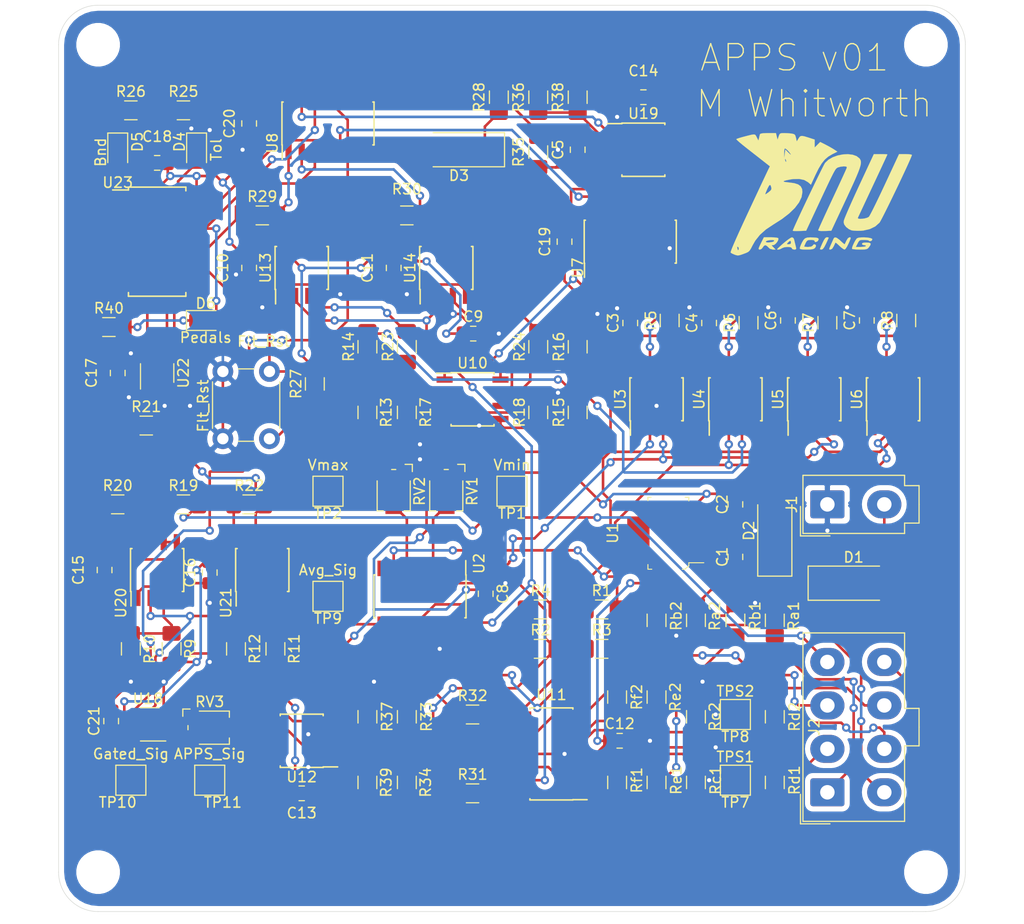
<source format=kicad_pcb>
(kicad_pcb (version 20171130) (host pcbnew "(5.1.0)-1")
  (layers (0 F.Cu signal) (31 B.Cu signal) (34 B.Paste user) (35 F.Paste user) (36 B.SilkS user) (37 F.SilkS user) (38 B.Mask user) (39 F.Mask user) (44 Edge.Cuts user))
  (net 0 "")
  (net 1 12V)
  (net 2 GND)
  (net 3 VCC)
  (net 4 "Net-(C5-Pad1)")
  (net 5 "Net-(D1-Pad2)")
  (net 6 "Net-(D3-Pad1)")
  (net 7 "Net-(D4-Pad1)")
  (net 8 "Net-(D4-Pad2)")
  (net 9 "Net-(D5-Pad2)")
  (net 10 "Net-(D5-Pad1)")
  (net 11 TPS_1_In)
  (net 12 TPS_1_Sig)
  (net 13 TPS_1_Out)
  (net 14 TPS_2_In)
  (net 15 TPS_2_Sig)
  (net 16 TPS_2_Out)
  (net 17 Brake_Switch)
  (net 18 APPS_Output)
  (net 19 Vmax)
  (net 20 "Net-(R1-Pad1)")
  (net 21 Vmin)
  (net 22 "Net-(R2-Pad1)")
  (net 23 Tolerance)
  (net 24 "Net-(R5-Pad2)")
  (net 25 "Net-(R6-Pad2)")
  (net 26 "Net-(R7-Pad2)")
  (net 27 "Net-(R8-Pad2)")
  (net 28 "Net-(R10-Pad1)")
  (net 29 "Net-(R11-Pad1)")
  (net 30 TPS_2)
  (net 31 "Net-(R13-Pad1)")
  (net 32 "Net-(R14-Pad1)")
  (net 33 TPS_1)
  (net 34 "Net-(R15-Pad1)")
  (net 35 "Net-(R16-Pad1)")
  (net 36 "Net-(R19-Pad1)")
  (net 37 "Net-(R20-Pad2)")
  (net 38 Pdl_Set)
  (net 39 "Net-(R23-Pad2)")
  (net 40 "Net-(R24-Pad2)")
  (net 41 Err_Rst)
  (net 42 "Net-(R29-Pad2)")
  (net 43 "Net-(R30-Pad1)")
  (net 44 "Net-(R31-Pad1)")
  (net 45 "Net-(R33-Pad1)")
  (net 46 Sig_Avg)
  (net 47 "Net-(R34-Pad1)")
  (net 48 "Net-(R36-Pad1)")
  (net 49 "Net-(R39-Pad2)")
  (net 50 "Net-(Rc1-Pad2)")
  (net 51 "Net-(Rc2-Pad2)")
  (net 52 "Net-(Re1-Pad2)")
  (net 53 "Net-(Re2-Pad2)")
  (net 54 "Net-(Rf1-Pad2)")
  (net 55 "Net-(Rf2-Pad2)")
  (net 56 "Net-(RV1-Pad2)")
  (net 57 "Net-(RV2-Pad2)")
  (net 58 APPS_Sig)
  (net 59 "Net-(RV3-Pad2)")
  (net 60 "Net-(U3-Pad5)")
  (net 61 "Net-(U4-Pad5)")
  (net 62 "Net-(U5-Pad5)")
  (net 63 "Net-(U6-Pad5)")
  (net 64 "Net-(U7-Pad13)")
  (net 65 "Net-(U7-Pad12)")
  (net 66 "Net-(U7-Pad8)")
  (net 67 "Net-(U7-Pad9)")
  (net 68 "Net-(U7-Pad10)")
  (net 69 Bnd_Flt)
  (net 70 Flt_Del)
  (net 71 Pdl_Flt)
  (net 72 "Net-(U18-Pad4)")
  (net 73 "Net-(U8-Pad10)")
  (net 74 "Net-(U8-Pad9)")
  (net 75 "Net-(U8-Pad8)")
  (net 76 Flt_Sig)
  (net 77 Tol_Flt)
  (net 78 "Net-(U13-Pad5)")
  (net 79 "Net-(U14-Pad5)")
  (net 80 "Net-(U20-Pad5)")
  (net 81 "Net-(U21-Pad5)")
  (net 82 Pdl_Rst)
  (net 83 "Net-(U23-Pad2)")
  (net 84 "Net-(U23-Pad6)")
  (net 85 "Net-(U23-Pad7)")
  (net 86 "Net-(U23-Pad9)")
  (net 87 "Net-(D6-Pad1)")
  (module digikey-footprints:SOT-223-4 (layer F.Cu) (at 170.053 101.219 90)
    (fp_text reference U1 (at 0 -5.375 90) (layer F.SilkS))
    (fp_text value L7805)
    (pad 4 smd rect (at 0 -2.9 90) (size 3.25 2.15) (layers F.Cu F.Paste F.Mask))
    (pad 1 smd rect (at -2.3 2.9 90) (size 0.95 2.15) (layers F.Cu F.Paste F.Mask) (net 1 12V))
    (pad 2 smd rect (at 0 2.9 90) (size 0.95 2.15) (layers F.Cu F.Paste F.Mask) (net 2 GND))
    (pad 3 smd rect (at 2.3 2.9 90) (size 0.95 2.15) (layers F.Cu F.Paste F.Mask) (net 3 VCC))
  )
  (module Resistor_SMD:R_1206_3216Metric_Pad1.42x1.75mm_HandSolder (layer F.Cu) (at 115.9875 81.28)
    (fp_text reference R40 (at 0 -1.82) (layer F.SilkS))
    (fp_text value 470)
    (pad 2 smd roundrect (at 1.4875 0) (size 1.425 1.75) (layers F.Cu F.Paste F.Mask) (roundrect_rratio 0.175439) (net 87 "Net-(D6-Pad1)"))
    (pad 1 smd roundrect (at -1.4875 0) (size 1.425 1.75) (layers F.Cu F.Paste F.Mask) (roundrect_rratio 0.175439) (net 2 GND))
  )
  (module LED_SMD:LED_0805_2012Metric_Pad1.15x1.40mm_HandSolder (layer F.Cu) (at 125.34 80.645)
    (fp_text reference D6 (at 0 -1.65) (layer F.SilkS))
    (fp_text value Pedals (at 0 1.65) (layer F.SilkS))
    (pad 2 smd roundrect (at 1.025 0) (size 1.15 1.4) (layers F.Cu F.Paste F.Mask) (roundrect_rratio 0.217391) (net 71 Pdl_Flt))
    (pad 1 smd roundrect (at -1.025 0) (size 1.15 1.4) (layers F.Cu F.Paste F.Mask) (roundrect_rratio 0.217391) (net 87 "Net-(D6-Pad1)"))
  )
  (module APPS:NUR_Logo_2 (layer F.Cu) (at 184.785 68.453)
    (fp_text reference G*** hide)
    (fp_text value LOGO hide)
  )
  (module MountingHole:MountingHole_3.2mm_M3 (layer F.Cu) (at 194.945 133.985)
    (fp_text reference REF** hide)
    (fp_text value MountingHole_3.2mm_M3)
    (pad 1 np_thru_hole circle (at 0 0) (size 3.2 3.2) (drill 3.2) (layers *.Cu *.Mask))
  )
  (module MountingHole:MountingHole_3.2mm_M3 (layer F.Cu) (at 114.945 133.985)
    (fp_text reference REF** hide)
    (fp_text value MountingHole_3.2mm_M3)
    (pad 1 np_thru_hole circle (at 0 0) (size 3.2 3.2) (drill 3.2) (layers *.Cu *.Mask))
  )
  (module MountingHole:MountingHole_3.2mm_M3 (layer F.Cu) (at 194.945 53.985)
    (fp_text reference REF** hide)
    (fp_text value MountingHole_3.2mm_M3)
    (pad 1 np_thru_hole circle (at 0 0) (size 3.2 3.2) (drill 3.2) (layers *.Cu *.Mask))
  )
  (module MountingHole:MountingHole_3.2mm_M3 (layer F.Cu) (at 114.945 53.985)
    (fp_text reference REF** hide)
    (fp_text value MountingHole_3.2mm_M3)
    (pad 1 np_thru_hole circle (at 0 0) (size 3.2 3.2) (drill 3.2) (layers *.Cu *.Mask))
  )
  (module Capacitor_SMD:C_0805_2012Metric_Pad1.15x1.40mm_HandSolder (layer F.Cu) (at 116.205 119.38 90)
    (fp_text reference C21 (at 0 -1.65 270) (layer F.SilkS))
    (fp_text value 0.1uF)
    (pad 2 smd roundrect (at 1.025 0 90) (size 1.15 1.4) (layers F.Cu F.Paste F.Mask) (roundrect_rratio 0.217391) (net 2 GND))
    (pad 1 smd roundrect (at -1.025 0 90) (size 1.15 1.4) (layers F.Cu F.Paste F.Mask) (roundrect_rratio 0.217391) (net 3 VCC))
  )
  (module Package_SO:SOIC-8_3.9x4.9mm_P1.27mm (layer F.Cu) (at 184.15 88.265 90)
    (fp_text reference U5 (at 0 -3.5 270) (layer F.SilkS))
    (fp_text value LM311)
    (pad 8 smd rect (at 2.7 -1.905 90) (size 1.55 0.6) (layers F.Cu F.Paste F.Mask) (net 3 VCC))
    (pad 7 smd rect (at 2.7 -0.635 90) (size 1.55 0.6) (layers F.Cu F.Paste F.Mask) (net 26 "Net-(R7-Pad2)"))
    (pad 6 smd rect (at 2.7 0.635 90) (size 1.55 0.6) (layers F.Cu F.Paste F.Mask) (net 62 "Net-(U5-Pad5)"))
    (pad 5 smd rect (at 2.7 1.905 90) (size 1.55 0.6) (layers F.Cu F.Paste F.Mask) (net 62 "Net-(U5-Pad5)"))
    (pad 4 smd rect (at -2.7 1.905 90) (size 1.55 0.6) (layers F.Cu F.Paste F.Mask) (net 2 GND))
    (pad 3 smd rect (at -2.7 0.635 90) (size 1.55 0.6) (layers F.Cu F.Paste F.Mask) (net 21 Vmin))
    (pad 2 smd rect (at -2.7 -0.635 90) (size 1.55 0.6) (layers F.Cu F.Paste F.Mask) (net 30 TPS_2))
    (pad 1 smd rect (at -2.7 -1.905 90) (size 1.55 0.6) (layers F.Cu F.Paste F.Mask) (net 2 GND))
  )
  (module Connector_Molex:Molex_Mini-Fit_Jr_5566-08A_2x04_P4.20mm_Vertical (layer F.Cu) (at 185.42 126.265 90)
    (fp_text reference J2 (at 6.3 -1.27 270) (layer F.SilkS))
    (fp_text value Conn_01x08_Female)
    (pad 1 thru_hole roundrect (at 0 0 90) (size 2.7 3.3) (drill 1.4) (layers *.Cu *.Mask) (roundrect_rratio 0.09259299999999999) (net 11 TPS_1_In))
    (pad 2 thru_hole oval (at 4.2 0 90) (size 2.7 3.3) (drill 1.4) (layers *.Cu *.Mask) (net 12 TPS_1_Sig))
    (pad 3 thru_hole oval (at 8.4 0 90) (size 2.7 3.3) (drill 1.4) (layers *.Cu *.Mask) (net 13 TPS_1_Out))
    (pad 4 thru_hole oval (at 12.6 0 90) (size 2.7 3.3) (drill 1.4) (layers *.Cu *.Mask) (net 17 Brake_Switch))
    (pad 5 thru_hole oval (at 0 5.5 90) (size 2.7 3.3) (drill 1.4) (layers *.Cu *.Mask) (net 14 TPS_2_In))
    (pad 6 thru_hole oval (at 4.2 5.5 90) (size 2.7 3.3) (drill 1.4) (layers *.Cu *.Mask) (net 15 TPS_2_Sig))
    (pad 7 thru_hole oval (at 8.4 5.5 90) (size 2.7 3.3) (drill 1.4) (layers *.Cu *.Mask) (net 16 TPS_2_Out))
    (pad 8 thru_hole oval (at 12.6 5.5 90) (size 2.7 3.3) (drill 1.4) (layers *.Cu *.Mask) (net 18 APPS_Output))
  )
  (module Package_SO:SOIC-14_3.9x8.7mm_P1.27mm (layer F.Cu) (at 146.05 107.315 270)
    (fp_text reference U2 (at -3.175 -5.715 90) (layer F.SilkS))
    (fp_text value MCP6004)
    (pad 14 smd rect (at 2.7 -3.81 270) (size 1.5 0.6) (layers F.Cu F.Paste F.Mask) (net 23 Tolerance))
    (pad 13 smd rect (at 2.7 -2.54 270) (size 1.5 0.6) (layers F.Cu F.Paste F.Mask) (net 22 "Net-(R2-Pad1)"))
    (pad 12 smd rect (at 2.7 -1.27 270) (size 1.5 0.6) (layers F.Cu F.Paste F.Mask) (net 20 "Net-(R1-Pad1)"))
    (pad 11 smd rect (at 2.7 0 270) (size 1.5 0.6) (layers F.Cu F.Paste F.Mask) (net 2 GND))
    (pad 10 smd rect (at 2.7 1.27 270) (size 1.5 0.6) (layers F.Cu F.Paste F.Mask) (net 44 "Net-(R31-Pad1)"))
    (pad 9 smd rect (at 2.7 2.54 270) (size 1.5 0.6) (layers F.Cu F.Paste F.Mask) (net 46 Sig_Avg))
    (pad 8 smd rect (at 2.7 3.81 270) (size 1.5 0.6) (layers F.Cu F.Paste F.Mask) (net 46 Sig_Avg))
    (pad 7 smd rect (at -2.7 3.81 270) (size 1.5 0.6) (layers F.Cu F.Paste F.Mask) (net 19 Vmax))
    (pad 6 smd rect (at -2.7 2.54 270) (size 1.5 0.6) (layers F.Cu F.Paste F.Mask) (net 19 Vmax))
    (pad 5 smd rect (at -2.7 1.27 270) (size 1.5 0.6) (layers F.Cu F.Paste F.Mask) (net 57 "Net-(RV2-Pad2)"))
    (pad 4 smd rect (at -2.7 0 270) (size 1.5 0.6) (layers F.Cu F.Paste F.Mask) (net 3 VCC))
    (pad 3 smd rect (at -2.7 -1.27 270) (size 1.5 0.6) (layers F.Cu F.Paste F.Mask) (net 56 "Net-(RV1-Pad2)"))
    (pad 2 smd rect (at -2.7 -2.54 270) (size 1.5 0.6) (layers F.Cu F.Paste F.Mask) (net 21 Vmin))
    (pad 1 smd rect (at -2.7 -3.81 270) (size 1.5 0.6) (layers F.Cu F.Paste F.Mask) (net 21 Vmin))
  )
  (module Capacitor_SMD:C_0805_2012Metric_Pad1.15x1.40mm_HandSolder (layer F.Cu) (at 176.53 103.505 90)
    (fp_text reference C1 (at 0 -1.27 270) (layer F.SilkS))
    (fp_text value 0.33uF)
    (pad 1 smd roundrect (at -1.025 0 90) (size 1.15 1.4) (layers F.Cu F.Paste F.Mask) (roundrect_rratio 0.217391) (net 1 12V))
    (pad 2 smd roundrect (at 1.025 0 90) (size 1.15 1.4) (layers F.Cu F.Paste F.Mask) (roundrect_rratio 0.217391) (net 2 GND))
  )
  (module Capacitor_SMD:C_0805_2012Metric_Pad1.15x1.40mm_HandSolder (layer F.Cu) (at 176.53 98.425 270)
    (fp_text reference C2 (at 0 1.27 90) (layer F.SilkS))
    (fp_text value 0.1uF)
    (pad 2 smd roundrect (at 1.025 0 270) (size 1.15 1.4) (layers F.Cu F.Paste F.Mask) (roundrect_rratio 0.217391) (net 2 GND))
    (pad 1 smd roundrect (at -1.025 0 270) (size 1.15 1.4) (layers F.Cu F.Paste F.Mask) (roundrect_rratio 0.217391) (net 3 VCC))
  )
  (module Capacitor_SMD:C_0805_2012Metric_Pad1.15x1.40mm_HandSolder (layer F.Cu) (at 166.37 80.89 90)
    (fp_text reference C3 (at 0 -1.65 270) (layer F.SilkS))
    (fp_text value 0.1uF)
    (pad 1 smd roundrect (at -1.025 0 90) (size 1.15 1.4) (layers F.Cu F.Paste F.Mask) (roundrect_rratio 0.217391) (net 3 VCC))
    (pad 2 smd roundrect (at 1.025 0 90) (size 1.15 1.4) (layers F.Cu F.Paste F.Mask) (roundrect_rratio 0.217391) (net 2 GND))
  )
  (module Capacitor_SMD:C_0805_2012Metric_Pad1.15x1.40mm_HandSolder (layer F.Cu) (at 173.99 80.89 90)
    (fp_text reference C4 (at 0 -1.65 270) (layer F.SilkS))
    (fp_text value 0.1uF)
    (pad 2 smd roundrect (at 1.025 0 90) (size 1.15 1.4) (layers F.Cu F.Paste F.Mask) (roundrect_rratio 0.217391) (net 2 GND))
    (pad 1 smd roundrect (at -1.025 0 90) (size 1.15 1.4) (layers F.Cu F.Paste F.Mask) (roundrect_rratio 0.217391) (net 3 VCC))
  )
  (module Capacitor_SMD:C_0805_2012Metric_Pad1.15x1.40mm_HandSolder (layer F.Cu) (at 161.29 64.135 270)
    (fp_text reference C5 (at 0 1.905 90) (layer F.SilkS))
    (fp_text value 2.2uF)
    (pad 1 smd roundrect (at -1.025 0 270) (size 1.15 1.4) (layers F.Cu F.Paste F.Mask) (roundrect_rratio 0.217391) (net 4 "Net-(C5-Pad1)"))
    (pad 2 smd roundrect (at 1.025 0 270) (size 1.15 1.4) (layers F.Cu F.Paste F.Mask) (roundrect_rratio 0.217391) (net 2 GND))
  )
  (module Capacitor_SMD:C_0805_2012Metric_Pad1.15x1.40mm_HandSolder (layer F.Cu) (at 181.61 80.645 90)
    (fp_text reference C6 (at 0 -1.65 270) (layer F.SilkS))
    (fp_text value 0.1uF)
    (pad 1 smd roundrect (at -1.025 0 90) (size 1.15 1.4) (layers F.Cu F.Paste F.Mask) (roundrect_rratio 0.217391) (net 3 VCC))
    (pad 2 smd roundrect (at 1.025 0 90) (size 1.15 1.4) (layers F.Cu F.Paste F.Mask) (roundrect_rratio 0.217391) (net 2 GND))
  )
  (module Capacitor_SMD:C_0805_2012Metric_Pad1.15x1.40mm_HandSolder (layer F.Cu) (at 189.23 80.645 90)
    (fp_text reference C7 (at 0 -1.65 270) (layer F.SilkS))
    (fp_text value 0.1uF)
    (pad 2 smd roundrect (at 1.025 0 90) (size 1.15 1.4) (layers F.Cu F.Paste F.Mask) (roundrect_rratio 0.217391) (net 2 GND))
    (pad 1 smd roundrect (at -1.025 0 90) (size 1.15 1.4) (layers F.Cu F.Paste F.Mask) (roundrect_rratio 0.217391) (net 3 VCC))
  )
  (module Capacitor_SMD:C_0805_2012Metric_Pad1.15x1.40mm_HandSolder (layer F.Cu) (at 152.4 107.07 270)
    (fp_text reference C8 (at 0 -1.65 90) (layer F.SilkS))
    (fp_text value 0.1uF)
    (pad 1 smd roundrect (at -1.025 0 270) (size 1.15 1.4) (layers F.Cu F.Paste F.Mask) (roundrect_rratio 0.217391) (net 3 VCC))
    (pad 2 smd roundrect (at 1.025 0 270) (size 1.15 1.4) (layers F.Cu F.Paste F.Mask) (roundrect_rratio 0.217391) (net 2 GND))
  )
  (module Capacitor_SMD:C_0805_2012Metric_Pad1.15x1.40mm_HandSolder (layer F.Cu) (at 151.195001 81.915)
    (fp_text reference C9 (at 0 -1.65 180) (layer F.SilkS))
    (fp_text value 0.1uF)
    (pad 2 smd roundrect (at 1.025 0) (size 1.15 1.4) (layers F.Cu F.Paste F.Mask) (roundrect_rratio 0.217391) (net 2 GND))
    (pad 1 smd roundrect (at -1.025 0) (size 1.15 1.4) (layers F.Cu F.Paste F.Mask) (roundrect_rratio 0.217391) (net 3 VCC))
  )
  (module Capacitor_SMD:C_0805_2012Metric_Pad1.15x1.40mm_HandSolder (layer F.Cu) (at 129.54 75.565 270)
    (fp_text reference C10 (at 0 2.54 90) (layer F.SilkS))
    (fp_text value 0.1uF)
    (pad 2 smd roundrect (at 1.025 0 270) (size 1.15 1.4) (layers F.Cu F.Paste F.Mask) (roundrect_rratio 0.217391) (net 2 GND))
    (pad 1 smd roundrect (at -1.025 0 270) (size 1.15 1.4) (layers F.Cu F.Paste F.Mask) (roundrect_rratio 0.217391) (net 3 VCC))
  )
  (module Capacitor_SMD:C_0805_2012Metric_Pad1.15x1.40mm_HandSolder (layer F.Cu) (at 143.51 75.565 270)
    (fp_text reference C11 (at 0 2.54 90) (layer F.SilkS))
    (fp_text value 0.1uF)
    (pad 1 smd roundrect (at -1.025 0 270) (size 1.15 1.4) (layers F.Cu F.Paste F.Mask) (roundrect_rratio 0.217391) (net 3 VCC))
    (pad 2 smd roundrect (at 1.025 0 270) (size 1.15 1.4) (layers F.Cu F.Paste F.Mask) (roundrect_rratio 0.217391) (net 2 GND))
  )
  (module Capacitor_SMD:C_0805_2012Metric_Pad1.15x1.40mm_HandSolder (layer F.Cu) (at 165.345 121.285)
    (fp_text reference C12 (at 0 -1.65 180) (layer F.SilkS))
    (fp_text value 0.1uF)
    (pad 2 smd roundrect (at 1.025 0) (size 1.15 1.4) (layers F.Cu F.Paste F.Mask) (roundrect_rratio 0.217391) (net 2 GND))
    (pad 1 smd roundrect (at -1.025 0) (size 1.15 1.4) (layers F.Cu F.Paste F.Mask) (roundrect_rratio 0.217391) (net 3 VCC))
  )
  (module Capacitor_SMD:C_0805_2012Metric_Pad1.15x1.40mm_HandSolder (layer F.Cu) (at 134.62 126.365)
    (fp_text reference C13 (at 0 1.905 180) (layer F.SilkS))
    (fp_text value 0.1uF)
    (pad 1 smd roundrect (at -1.025 0) (size 1.15 1.4) (layers F.Cu F.Paste F.Mask) (roundrect_rratio 0.217391) (net 3 VCC))
    (pad 2 smd roundrect (at 1.025 0) (size 1.15 1.4) (layers F.Cu F.Paste F.Mask) (roundrect_rratio 0.217391) (net 2 GND))
  )
  (module Capacitor_SMD:C_0805_2012Metric_Pad1.15x1.40mm_HandSolder (layer F.Cu) (at 167.64 59.055 180)
    (fp_text reference C14 (at 0 2.54) (layer F.SilkS))
    (fp_text value 0.1uF)
    (pad 2 smd roundrect (at 1.025 0 180) (size 1.15 1.4) (layers F.Cu F.Paste F.Mask) (roundrect_rratio 0.217391) (net 2 GND))
    (pad 1 smd roundrect (at -1.025 0 180) (size 1.15 1.4) (layers F.Cu F.Paste F.Mask) (roundrect_rratio 0.217391) (net 3 VCC))
  )
  (module Capacitor_SMD:C_0805_2012Metric_Pad1.15x1.40mm_HandSolder (layer F.Cu) (at 115.57 104.775 270)
    (fp_text reference C15 (at 0 2.54 90) (layer F.SilkS))
    (fp_text value 0.1uF)
    (pad 2 smd roundrect (at 1.025 0 270) (size 1.15 1.4) (layers F.Cu F.Paste F.Mask) (roundrect_rratio 0.217391) (net 2 GND))
    (pad 1 smd roundrect (at -1.025 0 270) (size 1.15 1.4) (layers F.Cu F.Paste F.Mask) (roundrect_rratio 0.217391) (net 3 VCC))
  )
  (module Capacitor_SMD:C_0805_2012Metric_Pad1.15x1.40mm_HandSolder (layer F.Cu) (at 125.73 105.02 270)
    (fp_text reference C16 (at 0 1.905 90) (layer F.SilkS))
    (fp_text value 0.1uF)
    (pad 1 smd roundrect (at -1.025 0 270) (size 1.15 1.4) (layers F.Cu F.Paste F.Mask) (roundrect_rratio 0.217391) (net 3 VCC))
    (pad 2 smd roundrect (at 1.025 0 270) (size 1.15 1.4) (layers F.Cu F.Paste F.Mask) (roundrect_rratio 0.217391) (net 2 GND))
  )
  (module Capacitor_SMD:C_0805_2012Metric_Pad1.15x1.40mm_HandSolder (layer F.Cu) (at 116.84 85.725 270)
    (fp_text reference C17 (at 0 2.54 90) (layer F.SilkS))
    (fp_text value 0.1uF)
    (pad 2 smd roundrect (at 1.025 0 270) (size 1.15 1.4) (layers F.Cu F.Paste F.Mask) (roundrect_rratio 0.217391) (net 2 GND))
    (pad 1 smd roundrect (at -1.025 0 270) (size 1.15 1.4) (layers F.Cu F.Paste F.Mask) (roundrect_rratio 0.217391) (net 3 VCC))
  )
  (module Capacitor_SMD:C_0805_2012Metric_Pad1.15x1.40mm_HandSolder (layer F.Cu) (at 120.65 65.405 180)
    (fp_text reference C18 (at 0 2.54) (layer F.SilkS))
    (fp_text value 0.1uF)
    (pad 1 smd roundrect (at -1.025 0 180) (size 1.15 1.4) (layers F.Cu F.Paste F.Mask) (roundrect_rratio 0.217391) (net 3 VCC))
    (pad 2 smd roundrect (at 1.025 0 180) (size 1.15 1.4) (layers F.Cu F.Paste F.Mask) (roundrect_rratio 0.217391) (net 2 GND))
  )
  (module Capacitor_SMD:C_0805_2012Metric_Pad1.15x1.40mm_HandSolder (layer F.Cu) (at 160.02 73.025 270)
    (fp_text reference C19 (at 0 1.905 90) (layer F.SilkS))
    (fp_text value 0.1uF)
    (pad 1 smd roundrect (at -1.025 0 270) (size 1.15 1.4) (layers F.Cu F.Paste F.Mask) (roundrect_rratio 0.217391) (net 3 VCC))
    (pad 2 smd roundrect (at 1.025 0 270) (size 1.15 1.4) (layers F.Cu F.Paste F.Mask) (roundrect_rratio 0.217391) (net 2 GND))
  )
  (module Capacitor_SMD:C_0805_2012Metric_Pad1.15x1.40mm_HandSolder (layer F.Cu) (at 129.54 61.595 270)
    (fp_text reference C20 (at 0 1.905 90) (layer F.SilkS))
    (fp_text value 0.1uF)
    (pad 2 smd roundrect (at 1.025 0 270) (size 1.15 1.4) (layers F.Cu F.Paste F.Mask) (roundrect_rratio 0.217391) (net 2 GND))
    (pad 1 smd roundrect (at -1.025 0 270) (size 1.15 1.4) (layers F.Cu F.Paste F.Mask) (roundrect_rratio 0.217391) (net 3 VCC))
  )
  (module Diode_SMD:D_SMA_Handsoldering (layer F.Cu) (at 187.96 106.045)
    (fp_text reference D1 (at 0 -2.5 180) (layer F.SilkS))
    (fp_text value D)
    (pad 2 smd rect (at 2.5 0) (size 3.5 1.8) (layers F.Cu F.Paste F.Mask) (net 5 "Net-(D1-Pad2)"))
    (pad 1 smd rect (at -2.5 0) (size 3.5 1.8) (layers F.Cu F.Paste F.Mask) (net 1 12V))
  )
  (module Diode_SMD:D_SMA_Handsoldering (layer F.Cu) (at 180.34 100.965 90)
    (fp_text reference D2 (at 0 -2.5 270) (layer F.SilkS))
    (fp_text value D)
    (pad 1 smd rect (at -2.5 0 90) (size 3.5 1.8) (layers F.Cu F.Paste F.Mask) (net 1 12V))
    (pad 2 smd rect (at 2.5 0 90) (size 3.5 1.8) (layers F.Cu F.Paste F.Mask) (net 3 VCC))
  )
  (module Diode_SMD:D_SMA_Handsoldering (layer F.Cu) (at 149.82 64.135 180)
    (fp_text reference D3 (at 0 -2.5) (layer F.SilkS))
    (fp_text value D)
    (pad 1 smd rect (at -2.5 0 180) (size 3.5 1.8) (layers F.Cu F.Paste F.Mask) (net 6 "Net-(D3-Pad1)"))
    (pad 2 smd rect (at 2.5 0 180) (size 3.5 1.8) (layers F.Cu F.Paste F.Mask) (net 76 Flt_Sig))
  )
  (module LED_SMD:LED_0805_2012Metric_Pad1.15x1.40mm_HandSolder (layer F.Cu) (at 124.46 64.38 270)
    (fp_text reference D4 (at -1.007 1.651 90) (layer F.SilkS))
    (fp_text value Tol (at -0.245 -1.905 90) (layer F.SilkS))
    (pad 1 smd roundrect (at -1.025 0 270) (size 1.15 1.4) (layers F.Cu F.Paste F.Mask) (roundrect_rratio 0.217391) (net 7 "Net-(D4-Pad1)"))
    (pad 2 smd roundrect (at 1.025 0 270) (size 1.15 1.4) (layers F.Cu F.Paste F.Mask) (roundrect_rratio 0.217391) (net 8 "Net-(D4-Pad2)"))
  )
  (module LED_SMD:LED_0805_2012Metric_Pad1.15x1.40mm_HandSolder (layer F.Cu) (at 116.84 64.38 270)
    (fp_text reference D5 (at -1.007 -1.905 90) (layer F.SilkS))
    (fp_text value Bnd (at 0 1.65 90) (layer F.SilkS))
    (pad 2 smd roundrect (at 1.025 0 270) (size 1.15 1.4) (layers F.Cu F.Paste F.Mask) (roundrect_rratio 0.217391) (net 9 "Net-(D5-Pad2)"))
    (pad 1 smd roundrect (at -1.025 0 270) (size 1.15 1.4) (layers F.Cu F.Paste F.Mask) (roundrect_rratio 0.217391) (net 10 "Net-(D5-Pad1)"))
  )
  (module Connector_Molex:Molex_Mini-Fit_Jr_5566-02A_2x01_P4.20mm_Vertical (layer F.Cu) (at 185.42 98.425 90)
    (fp_text reference J1 (at 0 -3.45 270) (layer F.SilkS))
    (fp_text value Conn_01x02_Female)
    (pad 1 thru_hole roundrect (at 0 0 90) (size 2.7 3.3) (drill 1.4) (layers *.Cu *.Mask) (roundrect_rratio 0.09259299999999999) (net 2 GND))
    (pad 2 thru_hole oval (at 0 5.5 90) (size 2.7 3.3) (drill 1.4) (layers *.Cu *.Mask) (net 5 "Net-(D1-Pad2)"))
  )
  (module Resistor_SMD:R_1206_3216Metric_Pad1.42x1.75mm_HandSolder (layer F.Cu) (at 163.6125 108.585)
    (fp_text reference R1 (at 0 -1.82 180) (layer F.SilkS))
    (fp_text value 100k)
    (pad 2 smd roundrect (at 1.4875 0) (size 1.425 1.75) (layers F.Cu F.Paste F.Mask) (roundrect_rratio 0.175439) (net 19 Vmax))
    (pad 1 smd roundrect (at -1.4875 0) (size 1.425 1.75) (layers F.Cu F.Paste F.Mask) (roundrect_rratio 0.175439) (net 20 "Net-(R1-Pad1)"))
  )
  (module Resistor_SMD:R_1206_3216Metric_Pad1.42x1.75mm_HandSolder (layer F.Cu) (at 157.6975 112.395)
    (fp_text reference R2 (at 0 -1.82 180) (layer F.SilkS))
    (fp_text value 100k)
    (pad 2 smd roundrect (at 1.4875 0) (size 1.425 1.75) (layers F.Cu F.Paste F.Mask) (roundrect_rratio 0.175439) (net 21 Vmin))
    (pad 1 smd roundrect (at -1.4875 0) (size 1.425 1.75) (layers F.Cu F.Paste F.Mask) (roundrect_rratio 0.175439) (net 22 "Net-(R2-Pad1)"))
  )
  (module Resistor_SMD:R_1206_3216Metric_Pad1.42x1.75mm_HandSolder (layer F.Cu) (at 163.6125 112.395)
    (fp_text reference R3 (at 0 -1.82 180) (layer F.SilkS))
    (fp_text value 10k)
    (pad 2 smd roundrect (at 1.4875 0) (size 1.425 1.75) (layers F.Cu F.Paste F.Mask) (roundrect_rratio 0.175439) (net 2 GND))
    (pad 1 smd roundrect (at -1.4875 0) (size 1.425 1.75) (layers F.Cu F.Paste F.Mask) (roundrect_rratio 0.175439) (net 20 "Net-(R1-Pad1)"))
  )
  (module Resistor_SMD:R_1206_3216Metric_Pad1.42x1.75mm_HandSolder (layer F.Cu) (at 157.6975 108.585)
    (fp_text reference R4 (at 0 -1.82 180) (layer F.SilkS))
    (fp_text value 10k)
    (pad 1 smd roundrect (at -1.4875 0) (size 1.425 1.75) (layers F.Cu F.Paste F.Mask) (roundrect_rratio 0.175439) (net 22 "Net-(R2-Pad1)"))
    (pad 2 smd roundrect (at 1.4875 0) (size 1.425 1.75) (layers F.Cu F.Paste F.Mask) (roundrect_rratio 0.175439) (net 23 Tolerance))
  )
  (module Resistor_SMD:R_1206_3216Metric_Pad1.42x1.75mm_HandSolder (layer F.Cu) (at 170.18 80.645 90)
    (fp_text reference R5 (at 0 -1.82 270) (layer F.SilkS))
    (fp_text value 10k)
    (pad 1 smd roundrect (at -1.4875 0 90) (size 1.425 1.75) (layers F.Cu F.Paste F.Mask) (roundrect_rratio 0.175439) (net 3 VCC))
    (pad 2 smd roundrect (at 1.4875 0 90) (size 1.425 1.75) (layers F.Cu F.Paste F.Mask) (roundrect_rratio 0.175439) (net 24 "Net-(R5-Pad2)"))
  )
  (module Resistor_SMD:R_1206_3216Metric_Pad1.42x1.75mm_HandSolder (layer F.Cu) (at 177.8 80.8625 90)
    (fp_text reference R6 (at 0 -1.82 270) (layer F.SilkS))
    (fp_text value 10k)
    (pad 2 smd roundrect (at 1.4875 0 90) (size 1.425 1.75) (layers F.Cu F.Paste F.Mask) (roundrect_rratio 0.175439) (net 25 "Net-(R6-Pad2)"))
    (pad 1 smd roundrect (at -1.4875 0 90) (size 1.425 1.75) (layers F.Cu F.Paste F.Mask) (roundrect_rratio 0.175439) (net 3 VCC))
  )
  (module Resistor_SMD:R_1206_3216Metric_Pad1.42x1.75mm_HandSolder (layer F.Cu) (at 185.42 80.8625 90)
    (fp_text reference R7 (at 0 -1.82 270) (layer F.SilkS))
    (fp_text value 10k)
    (pad 1 smd roundrect (at -1.4875 0 90) (size 1.425 1.75) (layers F.Cu F.Paste F.Mask) (roundrect_rratio 0.175439) (net 3 VCC))
    (pad 2 smd roundrect (at 1.4875 0 90) (size 1.425 1.75) (layers F.Cu F.Paste F.Mask) (roundrect_rratio 0.175439) (net 26 "Net-(R7-Pad2)"))
  )
  (module Resistor_SMD:R_1206_3216Metric_Pad1.42x1.75mm_HandSolder (layer F.Cu) (at 193.04 80.645 90)
    (fp_text reference R8 (at 0 -1.82 270) (layer F.SilkS))
    (fp_text value 10k)
    (pad 2 smd roundrect (at 1.4875 0 90) (size 1.425 1.75) (layers F.Cu F.Paste F.Mask) (roundrect_rratio 0.175439) (net 27 "Net-(R8-Pad2)"))
    (pad 1 smd roundrect (at -1.4875 0 90) (size 1.425 1.75) (layers F.Cu F.Paste F.Mask) (roundrect_rratio 0.175439) (net 3 VCC))
  )
  (module Resistor_SMD:R_1206_3216Metric_Pad1.42x1.75mm_HandSolder (layer F.Cu) (at 122.044999 112.390001 270)
    (fp_text reference R9 (at 0 -1.82 90) (layer F.SilkS))
    (fp_text value 3k)
    (pad 2 smd roundrect (at 1.4875 0 270) (size 1.425 1.75) (layers F.Cu F.Paste F.Mask) (roundrect_rratio 0.175439) (net 3 VCC))
    (pad 1 smd roundrect (at -1.4875 0 270) (size 1.425 1.75) (layers F.Cu F.Paste F.Mask) (roundrect_rratio 0.175439) (net 28 "Net-(R10-Pad1)"))
  )
  (module Resistor_SMD:R_1206_3216Metric_Pad1.42x1.75mm_HandSolder (layer F.Cu) (at 118.11 112.395 270)
    (fp_text reference R10 (at 0 -1.82 90) (layer F.SilkS))
    (fp_text value 1k)
    (pad 1 smd roundrect (at -1.4875 0 270) (size 1.425 1.75) (layers F.Cu F.Paste F.Mask) (roundrect_rratio 0.175439) (net 28 "Net-(R10-Pad1)"))
    (pad 2 smd roundrect (at 1.4875 0 270) (size 1.425 1.75) (layers F.Cu F.Paste F.Mask) (roundrect_rratio 0.175439) (net 2 GND))
  )
  (module Resistor_SMD:R_1206_3216Metric_Pad1.42x1.75mm_HandSolder (layer F.Cu) (at 132.08 112.395 270)
    (fp_text reference R11 (at 0 -1.82 90) (layer F.SilkS))
    (fp_text value 20k)
    (pad 1 smd roundrect (at -1.4875 0 270) (size 1.425 1.75) (layers F.Cu F.Paste F.Mask) (roundrect_rratio 0.175439) (net 29 "Net-(R11-Pad1)"))
    (pad 2 smd roundrect (at 1.4875 0 270) (size 1.425 1.75) (layers F.Cu F.Paste F.Mask) (roundrect_rratio 0.175439) (net 3 VCC))
  )
  (module Resistor_SMD:R_1206_3216Metric_Pad1.42x1.75mm_HandSolder (layer F.Cu) (at 128.27 112.395 270)
    (fp_text reference R12 (at 0 -1.82 90) (layer F.SilkS))
    (fp_text value 1.05k)
    (pad 2 smd roundrect (at 1.4875 0 270) (size 1.425 1.75) (layers F.Cu F.Paste F.Mask) (roundrect_rratio 0.175439) (net 2 GND))
    (pad 1 smd roundrect (at -1.4875 0 270) (size 1.425 1.75) (layers F.Cu F.Paste F.Mask) (roundrect_rratio 0.175439) (net 29 "Net-(R11-Pad1)"))
  )
  (module Resistor_SMD:R_1206_3216Metric_Pad1.42x1.75mm_HandSolder (layer F.Cu) (at 140.97 89.535 270)
    (fp_text reference R13 (at 0 -1.82 90) (layer F.SilkS))
    (fp_text value 10k)
    (pad 2 smd roundrect (at 1.4875 0 270) (size 1.425 1.75) (layers F.Cu F.Paste F.Mask) (roundrect_rratio 0.175439) (net 30 TPS_2))
    (pad 1 smd roundrect (at -1.4875 0 270) (size 1.425 1.75) (layers F.Cu F.Paste F.Mask) (roundrect_rratio 0.175439) (net 31 "Net-(R13-Pad1)"))
  )
  (module Resistor_SMD:R_1206_3216Metric_Pad1.42x1.75mm_HandSolder (layer F.Cu) (at 140.97 83.185 90)
    (fp_text reference R14 (at 0 -1.82 270) (layer F.SilkS))
    (fp_text value 10k)
    (pad 1 smd roundrect (at -1.4875 0 90) (size 1.425 1.75) (layers F.Cu F.Paste F.Mask) (roundrect_rratio 0.175439) (net 32 "Net-(R14-Pad1)"))
    (pad 2 smd roundrect (at 1.4875 0 90) (size 1.425 1.75) (layers F.Cu F.Paste F.Mask) (roundrect_rratio 0.175439) (net 33 TPS_1))
  )
  (module Resistor_SMD:R_1206_3216Metric_Pad1.42x1.75mm_HandSolder (layer F.Cu) (at 161.29 89.535 90)
    (fp_text reference R15 (at 0 -1.82 270) (layer F.SilkS))
    (fp_text value 10k)
    (pad 2 smd roundrect (at 1.4875 0 90) (size 1.425 1.75) (layers F.Cu F.Paste F.Mask) (roundrect_rratio 0.175439) (net 33 TPS_1))
    (pad 1 smd roundrect (at -1.4875 0 90) (size 1.425 1.75) (layers F.Cu F.Paste F.Mask) (roundrect_rratio 0.175439) (net 34 "Net-(R15-Pad1)"))
  )
  (module Resistor_SMD:R_1206_3216Metric_Pad1.42x1.75mm_HandSolder (layer F.Cu) (at 161.29 83.185 90)
    (fp_text reference R16 (at 0 -1.82 270) (layer F.SilkS))
    (fp_text value 10k)
    (pad 1 smd roundrect (at -1.4875 0 90) (size 1.425 1.75) (layers F.Cu F.Paste F.Mask) (roundrect_rratio 0.175439) (net 35 "Net-(R16-Pad1)"))
    (pad 2 smd roundrect (at 1.4875 0 90) (size 1.425 1.75) (layers F.Cu F.Paste F.Mask) (roundrect_rratio 0.175439) (net 30 TPS_2))
  )
  (module Resistor_SMD:R_1206_3216Metric_Pad1.42x1.75mm_HandSolder (layer F.Cu) (at 144.78 89.535 270)
    (fp_text reference R17 (at 0 -1.82 90) (layer F.SilkS))
    (fp_text value 10k)
    (pad 2 smd roundrect (at 1.4875 0 270) (size 1.425 1.75) (layers F.Cu F.Paste F.Mask) (roundrect_rratio 0.175439) (net 2 GND))
    (pad 1 smd roundrect (at -1.4875 0 270) (size 1.425 1.75) (layers F.Cu F.Paste F.Mask) (roundrect_rratio 0.175439) (net 31 "Net-(R13-Pad1)"))
  )
  (module Resistor_SMD:R_1206_3216Metric_Pad1.42x1.75mm_HandSolder (layer F.Cu) (at 157.48 89.535 90)
    (fp_text reference R18 (at 0 -1.82 270) (layer F.SilkS))
    (fp_text value 10k)
    (pad 1 smd roundrect (at -1.4875 0 90) (size 1.425 1.75) (layers F.Cu F.Paste F.Mask) (roundrect_rratio 0.175439) (net 34 "Net-(R15-Pad1)"))
    (pad 2 smd roundrect (at 1.4875 0 90) (size 1.425 1.75) (layers F.Cu F.Paste F.Mask) (roundrect_rratio 0.175439) (net 2 GND))
  )
  (module Resistor_SMD:R_1206_3216Metric_Pad1.42x1.75mm_HandSolder (layer F.Cu) (at 123.19 98.425)
    (fp_text reference R19 (at 0 -1.82 180) (layer F.SilkS))
    (fp_text value 6.8k)
    (pad 2 smd roundrect (at 1.4875 0) (size 1.425 1.75) (layers F.Cu F.Paste F.Mask) (roundrect_rratio 0.175439) (net 17 Brake_Switch))
    (pad 1 smd roundrect (at -1.4875 0) (size 1.425 1.75) (layers F.Cu F.Paste F.Mask) (roundrect_rratio 0.175439) (net 36 "Net-(R19-Pad1)"))
  )
  (module Resistor_SMD:R_1206_3216Metric_Pad1.42x1.75mm_HandSolder (layer F.Cu) (at 116.84 98.425)
    (fp_text reference R20 (at 0 -1.82 180) (layer F.SilkS))
    (fp_text value 10k)
    (pad 2 smd roundrect (at 1.4875 0) (size 1.425 1.75) (layers F.Cu F.Paste F.Mask) (roundrect_rratio 0.175439) (net 37 "Net-(R20-Pad2)"))
    (pad 1 smd roundrect (at -1.4875 0) (size 1.425 1.75) (layers F.Cu F.Paste F.Mask) (roundrect_rratio 0.175439) (net 3 VCC))
  )
  (module Resistor_SMD:R_1206_3216Metric_Pad1.42x1.75mm_HandSolder (layer F.Cu) (at 119.5975 90.805)
    (fp_text reference R21 (at 0 -1.82 180) (layer F.SilkS))
    (fp_text value 4.7k)
    (pad 1 smd roundrect (at -1.4875 0) (size 1.425 1.75) (layers F.Cu F.Paste F.Mask) (roundrect_rratio 0.175439) (net 36 "Net-(R19-Pad1)"))
    (pad 2 smd roundrect (at 1.4875 0) (size 1.425 1.75) (layers F.Cu F.Paste F.Mask) (roundrect_rratio 0.175439) (net 2 GND))
  )
  (module Resistor_SMD:R_1206_3216Metric_Pad1.42x1.75mm_HandSolder (layer F.Cu) (at 129.54 98.425)
    (fp_text reference R22 (at 0 -1.82 180) (layer F.SilkS))
    (fp_text value 10k)
    (pad 1 smd roundrect (at -1.4875 0) (size 1.425 1.75) (layers F.Cu F.Paste F.Mask) (roundrect_rratio 0.175439) (net 3 VCC))
    (pad 2 smd roundrect (at 1.4875 0) (size 1.425 1.75) (layers F.Cu F.Paste F.Mask) (roundrect_rratio 0.175439) (net 38 Pdl_Set))
  )
  (module Resistor_SMD:R_1206_3216Metric_Pad1.42x1.75mm_HandSolder (layer F.Cu) (at 144.78 83.185 90)
    (fp_text reference R23 (at 0 -1.82 270) (layer F.SilkS))
    (fp_text value 10k)
    (pad 1 smd roundrect (at -1.4875 0 90) (size 1.425 1.75) (layers F.Cu F.Paste F.Mask) (roundrect_rratio 0.175439) (net 32 "Net-(R14-Pad1)"))
    (pad 2 smd roundrect (at 1.4875 0 90) (size 1.425 1.75) (layers F.Cu F.Paste F.Mask) (roundrect_rratio 0.175439) (net 39 "Net-(R23-Pad2)"))
  )
  (module Resistor_SMD:R_1206_3216Metric_Pad1.42x1.75mm_HandSolder (layer F.Cu) (at 157.48 83.185 90)
    (fp_text reference R24 (at 0 -1.82 270) (layer F.SilkS))
    (fp_text value 10k)
    (pad 1 smd roundrect (at -1.4875 0 90) (size 1.425 1.75) (layers F.Cu F.Paste F.Mask) (roundrect_rratio 0.175439) (net 35 "Net-(R16-Pad1)"))
    (pad 2 smd roundrect (at 1.4875 0 90) (size 1.425 1.75) (layers F.Cu F.Paste F.Mask) (roundrect_rratio 0.175439) (net 40 "Net-(R24-Pad2)"))
  )
  (module Resistor_SMD:R_1206_3216Metric_Pad1.42x1.75mm_HandSolder (layer F.Cu) (at 123.19 60.325)
    (fp_text reference R25 (at 0 -1.82 180) (layer F.SilkS))
    (fp_text value 470)
    (pad 2 smd roundrect (at 1.4875 0) (size 1.425 1.75) (layers F.Cu F.Paste F.Mask) (roundrect_rratio 0.175439) (net 7 "Net-(D4-Pad1)"))
    (pad 1 smd roundrect (at -1.4875 0) (size 1.425 1.75) (layers F.Cu F.Paste F.Mask) (roundrect_rratio 0.175439) (net 2 GND))
  )
  (module Resistor_SMD:R_1206_3216Metric_Pad1.42x1.75mm_HandSolder (layer F.Cu) (at 118.11 60.325)
    (fp_text reference R26 (at 0 -1.82 180) (layer F.SilkS))
    (fp_text value 470)
    (pad 1 smd roundrect (at -1.4875 0) (size 1.425 1.75) (layers F.Cu F.Paste F.Mask) (roundrect_rratio 0.175439) (net 10 "Net-(D5-Pad1)"))
    (pad 2 smd roundrect (at 1.4875 0) (size 1.425 1.75) (layers F.Cu F.Paste F.Mask) (roundrect_rratio 0.175439) (net 2 GND))
  )
  (module Resistor_SMD:R_1206_3216Metric_Pad1.42x1.75mm_HandSolder (layer F.Cu) (at 135.89 86.7775 90)
    (fp_text reference R27 (at 0 -1.82 270) (layer F.SilkS))
    (fp_text value 10k)
    (pad 1 smd roundrect (at -1.4875 0 90) (size 1.425 1.75) (layers F.Cu F.Paste F.Mask) (roundrect_rratio 0.175439) (net 41 Err_Rst))
    (pad 2 smd roundrect (at 1.4875 0 90) (size 1.425 1.75) (layers F.Cu F.Paste F.Mask) (roundrect_rratio 0.175439) (net 3 VCC))
  )
  (module Resistor_SMD:R_1206_3216Metric_Pad1.42x1.75mm_HandSolder (layer F.Cu) (at 153.67 59.055 270)
    (fp_text reference R28 (at 0 1.905 90) (layer F.SilkS))
    (fp_text value 2k)
    (pad 1 smd roundrect (at -1.4875 0 270) (size 1.425 1.75) (layers F.Cu F.Paste F.Mask) (roundrect_rratio 0.175439) (net 4 "Net-(C5-Pad1)"))
    (pad 2 smd roundrect (at 1.4875 0 270) (size 1.425 1.75) (layers F.Cu F.Paste F.Mask) (roundrect_rratio 0.175439) (net 6 "Net-(D3-Pad1)"))
  )
  (module Resistor_SMD:R_1206_3216Metric_Pad1.42x1.75mm_HandSolder (layer F.Cu) (at 130.81 70.485)
    (fp_text reference R29 (at 0 -1.82 180) (layer F.SilkS))
    (fp_text value 10k)
    (pad 1 smd roundrect (at -1.4875 0) (size 1.425 1.75) (layers F.Cu F.Paste F.Mask) (roundrect_rratio 0.175439) (net 3 VCC))
    (pad 2 smd roundrect (at 1.4875 0) (size 1.425 1.75) (layers F.Cu F.Paste F.Mask) (roundrect_rratio 0.175439) (net 42 "Net-(R29-Pad2)"))
  )
  (module Resistor_SMD:R_1206_3216Metric_Pad1.42x1.75mm_HandSolder (layer F.Cu) (at 144.78 70.485 180)
    (fp_text reference R30 (at 0 2.54) (layer F.SilkS))
    (fp_text value 10k)
    (pad 2 smd roundrect (at 1.4875 0 180) (size 1.425 1.75) (layers F.Cu F.Paste F.Mask) (roundrect_rratio 0.175439) (net 3 VCC))
    (pad 1 smd roundrect (at -1.4875 0 180) (size 1.425 1.75) (layers F.Cu F.Paste F.Mask) (roundrect_rratio 0.175439) (net 43 "Net-(R30-Pad1)"))
  )
  (module Resistor_SMD:R_1206_3216Metric_Pad1.42x1.75mm_HandSolder (layer F.Cu) (at 151.13 126.365)
    (fp_text reference R31 (at 0 -1.82 180) (layer F.SilkS))
    (fp_text value 10k)
    (pad 1 smd roundrect (at -1.4875 0) (size 1.425 1.75) (layers F.Cu F.Paste F.Mask) (roundrect_rratio 0.175439) (net 44 "Net-(R31-Pad1)"))
    (pad 2 smd roundrect (at 1.4875 0) (size 1.425 1.75) (layers F.Cu F.Paste F.Mask) (roundrect_rratio 0.175439) (net 33 TPS_1))
  )
  (module Resistor_SMD:R_1206_3216Metric_Pad1.42x1.75mm_HandSolder (layer F.Cu) (at 151.13 118.745)
    (fp_text reference R32 (at 0 -1.82 180) (layer F.SilkS))
    (fp_text value 10k)
    (pad 2 smd roundrect (at 1.4875 0) (size 1.425 1.75) (layers F.Cu F.Paste F.Mask) (roundrect_rratio 0.175439) (net 30 TPS_2))
    (pad 1 smd roundrect (at -1.4875 0) (size 1.425 1.75) (layers F.Cu F.Paste F.Mask) (roundrect_rratio 0.175439) (net 44 "Net-(R31-Pad1)"))
  )
  (module Resistor_SMD:R_1206_3216Metric_Pad1.42x1.75mm_HandSolder (layer F.Cu) (at 144.78 118.9625 90)
    (fp_text reference R33 (at 0 1.905 270) (layer F.SilkS))
    (fp_text value 10k)
    (pad 1 smd roundrect (at -1.4875 0 90) (size 1.425 1.75) (layers F.Cu F.Paste F.Mask) (roundrect_rratio 0.175439) (net 45 "Net-(R33-Pad1)"))
    (pad 2 smd roundrect (at 1.4875 0 90) (size 1.425 1.75) (layers F.Cu F.Paste F.Mask) (roundrect_rratio 0.175439) (net 46 Sig_Avg))
  )
  (module Resistor_SMD:R_1206_3216Metric_Pad1.42x1.75mm_HandSolder (layer F.Cu) (at 144.78 125.3125 270)
    (fp_text reference R34 (at 0 -1.82 90) (layer F.SilkS))
    (fp_text value 10k)
    (pad 2 smd roundrect (at 1.4875 0 270) (size 1.425 1.75) (layers F.Cu F.Paste F.Mask) (roundrect_rratio 0.175439) (net 21 Vmin))
    (pad 1 smd roundrect (at -1.4875 0 270) (size 1.425 1.75) (layers F.Cu F.Paste F.Mask) (roundrect_rratio 0.175439) (net 47 "Net-(R34-Pad1)"))
  )
  (module Resistor_SMD:R_1206_3216Metric_Pad1.42x1.75mm_HandSolder (layer F.Cu) (at 157.48 64.3525 90)
    (fp_text reference R35 (at 0 -1.905 270) (layer F.SilkS))
    (fp_text value 20k)
    (pad 2 smd roundrect (at 1.4875 0 90) (size 1.425 1.75) (layers F.Cu F.Paste F.Mask) (roundrect_rratio 0.175439) (net 4 "Net-(C5-Pad1)"))
    (pad 1 smd roundrect (at -1.4875 0 90) (size 1.425 1.75) (layers F.Cu F.Paste F.Mask) (roundrect_rratio 0.175439) (net 2 GND))
  )
  (module Resistor_SMD:R_1206_3216Metric_Pad1.42x1.75mm_HandSolder (layer F.Cu) (at 157.48 59.055 90)
    (fp_text reference R36 (at 0 -1.905 270) (layer F.SilkS))
    (fp_text value 100k)
    (pad 1 smd roundrect (at -1.4875 0 90) (size 1.425 1.75) (layers F.Cu F.Paste F.Mask) (roundrect_rratio 0.175439) (net 48 "Net-(R36-Pad1)"))
    (pad 2 smd roundrect (at 1.4875 0 90) (size 1.425 1.75) (layers F.Cu F.Paste F.Mask) (roundrect_rratio 0.175439) (net 3 VCC))
  )
  (module Resistor_SMD:R_1206_3216Metric_Pad1.42x1.75mm_HandSolder (layer F.Cu) (at 140.97 118.9625 90)
    (fp_text reference R37 (at 0 1.905 270) (layer F.SilkS))
    (fp_text value 10k)
    (pad 1 smd roundrect (at -1.4875 0 90) (size 1.425 1.75) (layers F.Cu F.Paste F.Mask) (roundrect_rratio 0.175439) (net 45 "Net-(R33-Pad1)"))
    (pad 2 smd roundrect (at 1.4875 0 90) (size 1.425 1.75) (layers F.Cu F.Paste F.Mask) (roundrect_rratio 0.175439) (net 2 GND))
  )
  (module Resistor_SMD:R_1206_3216Metric_Pad1.42x1.75mm_HandSolder (layer F.Cu) (at 161.29 59.055 90)
    (fp_text reference R38 (at 0 -1.905 270) (layer F.SilkS))
    (fp_text value 10k)
    (pad 2 smd roundrect (at 1.4875 0 90) (size 1.425 1.75) (layers F.Cu F.Paste F.Mask) (roundrect_rratio 0.175439) (net 2 GND))
    (pad 1 smd roundrect (at -1.4875 0 90) (size 1.425 1.75) (layers F.Cu F.Paste F.Mask) (roundrect_rratio 0.175439) (net 48 "Net-(R36-Pad1)"))
  )
  (module Resistor_SMD:R_1206_3216Metric_Pad1.42x1.75mm_HandSolder (layer F.Cu) (at 140.97 125.3125 270)
    (fp_text reference R39 (at 0 -1.82 90) (layer F.SilkS))
    (fp_text value 10k)
    (pad 2 smd roundrect (at 1.4875 0 270) (size 1.425 1.75) (layers F.Cu F.Paste F.Mask) (roundrect_rratio 0.175439) (net 49 "Net-(R39-Pad2)"))
    (pad 1 smd roundrect (at -1.4875 0 270) (size 1.425 1.75) (layers F.Cu F.Paste F.Mask) (roundrect_rratio 0.175439) (net 47 "Net-(R34-Pad1)"))
  )
  (module Resistor_SMD:R_1206_3216Metric_Pad1.42x1.75mm_HandSolder (layer F.Cu) (at 180.34 109.6375 270)
    (fp_text reference Ra1 (at -0.4175 -1.82 90) (layer F.SilkS))
    (fp_text value R)
    (pad 1 smd roundrect (at -1.4875 0 270) (size 1.425 1.75) (layers F.Cu F.Paste F.Mask) (roundrect_rratio 0.175439) (net 3 VCC))
    (pad 2 smd roundrect (at 1.4875 0 270) (size 1.425 1.75) (layers F.Cu F.Paste F.Mask) (roundrect_rratio 0.175439) (net 11 TPS_1_In))
  )
  (module Resistor_SMD:R_1206_3216Metric_Pad1.42x1.75mm_HandSolder (layer F.Cu) (at 172.72 109.6375 270)
    (fp_text reference Ra2 (at -0.4175 -1.82 90) (layer F.SilkS))
    (fp_text value R)
    (pad 1 smd roundrect (at -1.4875 0 270) (size 1.425 1.75) (layers F.Cu F.Paste F.Mask) (roundrect_rratio 0.175439) (net 3 VCC))
    (pad 2 smd roundrect (at 1.4875 0 270) (size 1.425 1.75) (layers F.Cu F.Paste F.Mask) (roundrect_rratio 0.175439) (net 14 TPS_2_In))
  )
  (module Resistor_SMD:R_1206_3216Metric_Pad1.42x1.75mm_HandSolder (layer F.Cu) (at 176.53 109.6375 90)
    (fp_text reference Rb1 (at 0.4175 1.905 270) (layer F.SilkS))
    (fp_text value R)
    (pad 2 smd roundrect (at 1.4875 0 90) (size 1.425 1.75) (layers F.Cu F.Paste F.Mask) (roundrect_rratio 0.175439) (net 2 GND))
    (pad 1 smd roundrect (at -1.4875 0 90) (size 1.425 1.75) (layers F.Cu F.Paste F.Mask) (roundrect_rratio 0.175439) (net 13 TPS_1_Out))
  )
  (module Resistor_SMD:R_1206_3216Metric_Pad1.42x1.75mm_HandSolder (layer F.Cu) (at 168.91 109.6375 90)
    (fp_text reference Rb2 (at 0.4175 1.905 270) (layer F.SilkS))
    (fp_text value R)
    (pad 2 smd roundrect (at 1.4875 0 90) (size 1.425 1.75) (layers F.Cu F.Paste F.Mask) (roundrect_rratio 0.175439) (net 2 GND))
    (pad 1 smd roundrect (at -1.4875 0 90) (size 1.425 1.75) (layers F.Cu F.Paste F.Mask) (roundrect_rratio 0.175439) (net 16 TPS_2_Out))
  )
  (module Resistor_SMD:R_1206_3216Metric_Pad1.42x1.75mm_HandSolder (layer F.Cu) (at 172.72 125.3125 90)
    (fp_text reference Rc1 (at 0.2175 1.905 270) (layer F.SilkS))
    (fp_text value R)
    (pad 2 smd roundrect (at 1.4875 0 90) (size 1.425 1.75) (layers F.Cu F.Paste F.Mask) (roundrect_rratio 0.175439) (net 50 "Net-(Rc1-Pad2)"))
    (pad 1 smd roundrect (at -1.4875 0 90) (size 1.425 1.75) (layers F.Cu F.Paste F.Mask) (roundrect_rratio 0.175439) (net 2 GND))
  )
  (module Resistor_SMD:R_1206_3216Metric_Pad1.42x1.75mm_HandSolder (layer F.Cu) (at 172.72 118.9625 270)
    (fp_text reference Rc2 (at 0 -1.82 90) (layer F.SilkS))
    (fp_text value R)
    (pad 1 smd roundrect (at -1.4875 0 270) (size 1.425 1.75) (layers F.Cu F.Paste F.Mask) (roundrect_rratio 0.175439) (net 2 GND))
    (pad 2 smd roundrect (at 1.4875 0 270) (size 1.425 1.75) (layers F.Cu F.Paste F.Mask) (roundrect_rratio 0.175439) (net 51 "Net-(Rc2-Pad2)"))
  )
  (module Resistor_SMD:R_1206_3216Metric_Pad1.42x1.75mm_HandSolder (layer F.Cu) (at 180.34 125.3125 270)
    (fp_text reference Rd1 (at -0.2175 -1.905 90) (layer F.SilkS))
    (fp_text value R)
    (pad 1 smd roundrect (at -1.4875 0 270) (size 1.425 1.75) (layers F.Cu F.Paste F.Mask) (roundrect_rratio 0.175439) (net 50 "Net-(Rc1-Pad2)"))
    (pad 2 smd roundrect (at 1.4875 0 270) (size 1.425 1.75) (layers F.Cu F.Paste F.Mask) (roundrect_rratio 0.175439) (net 12 TPS_1_Sig))
  )
  (module Resistor_SMD:R_1206_3216Metric_Pad1.42x1.75mm_HandSolder (layer F.Cu) (at 180.34 118.9625 90)
    (fp_text reference Rd2 (at 0 1.905 270) (layer F.SilkS))
    (fp_text value R)
    (pad 2 smd roundrect (at 1.4875 0 90) (size 1.425 1.75) (layers F.Cu F.Paste F.Mask) (roundrect_rratio 0.175439) (net 15 TPS_2_Sig))
    (pad 1 smd roundrect (at -1.4875 0 90) (size 1.425 1.75) (layers F.Cu F.Paste F.Mask) (roundrect_rratio 0.175439) (net 51 "Net-(Rc2-Pad2)"))
  )
  (module Resistor_SMD:R_1206_3216Metric_Pad1.42x1.75mm_HandSolder (layer F.Cu) (at 168.91 125.3125 90)
    (fp_text reference Re1 (at 0.2175 1.905 270) (layer F.SilkS))
    (fp_text value R)
    (pad 1 smd roundrect (at -1.4875 0 90) (size 1.425 1.75) (layers F.Cu F.Paste F.Mask) (roundrect_rratio 0.175439) (net 13 TPS_1_Out))
    (pad 2 smd roundrect (at 1.4875 0 90) (size 1.425 1.75) (layers F.Cu F.Paste F.Mask) (roundrect_rratio 0.175439) (net 52 "Net-(Re1-Pad2)"))
  )
  (module Resistor_SMD:R_1206_3216Metric_Pad1.42x1.75mm_HandSolder (layer F.Cu) (at 168.91 117.0575 270)
    (fp_text reference Re2 (at 0 -1.82 90) (layer F.SilkS))
    (fp_text value R)
    (pad 1 smd roundrect (at -1.4875 0 270) (size 1.425 1.75) (layers F.Cu F.Paste F.Mask) (roundrect_rratio 0.175439) (net 16 TPS_2_Out))
    (pad 2 smd roundrect (at 1.4875 0 270) (size 1.425 1.75) (layers F.Cu F.Paste F.Mask) (roundrect_rratio 0.175439) (net 53 "Net-(Re2-Pad2)"))
  )
  (module Resistor_SMD:R_1206_3216Metric_Pad1.42x1.75mm_HandSolder (layer F.Cu) (at 165.1 125.3125 270)
    (fp_text reference Rf1 (at -0.2175 -1.905 90) (layer F.SilkS))
    (fp_text value R)
    (pad 2 smd roundrect (at 1.4875 0 270) (size 1.425 1.75) (layers F.Cu F.Paste F.Mask) (roundrect_rratio 0.175439) (net 54 "Net-(Rf1-Pad2)"))
    (pad 1 smd roundrect (at -1.4875 0 270) (size 1.425 1.75) (layers F.Cu F.Paste F.Mask) (roundrect_rratio 0.175439) (net 52 "Net-(Re1-Pad2)"))
  )
  (module Resistor_SMD:R_1206_3216Metric_Pad1.42x1.75mm_HandSolder (layer F.Cu) (at 165.1 117.0575 90)
    (fp_text reference Rf2 (at 0 1.905 270) (layer F.SilkS))
    (fp_text value R)
    (pad 2 smd roundrect (at 1.4875 0 90) (size 1.425 1.75) (layers F.Cu F.Paste F.Mask) (roundrect_rratio 0.175439) (net 55 "Net-(Rf2-Pad2)"))
    (pad 1 smd roundrect (at -1.4875 0 90) (size 1.425 1.75) (layers F.Cu F.Paste F.Mask) (roundrect_rratio 0.175439) (net 53 "Net-(Re2-Pad2)"))
  )
  (module Potentiometer_SMD:Potentiometer_Bourns_TC33X_Vertical (layer F.Cu) (at 148.59 97.155 270)
    (fp_text reference RV1 (at 0 -2.5 90) (layer F.SilkS))
    (fp_text value 10k)
    (pad 1 smd rect (at -1.8 -1 270) (size 1.2 1.2) (layers F.Cu F.Paste F.Mask) (net 3 VCC))
    (pad 3 smd rect (at -1.8 1 270) (size 1.2 1.2) (layers F.Cu F.Paste F.Mask) (net 2 GND))
    (pad 2 smd rect (at 1.45 0 270) (size 1.5 1.6) (layers F.Cu F.Paste F.Mask) (net 56 "Net-(RV1-Pad2)"))
  )
  (module Potentiometer_SMD:Potentiometer_Bourns_TC33X_Vertical (layer F.Cu) (at 143.51 97.155 270)
    (fp_text reference RV2 (at 0 -2.5 90) (layer F.SilkS))
    (fp_text value 10k)
    (pad 2 smd rect (at 1.45 0 270) (size 1.5 1.6) (layers F.Cu F.Paste F.Mask) (net 57 "Net-(RV2-Pad2)"))
    (pad 3 smd rect (at -1.8 1 270) (size 1.2 1.2) (layers F.Cu F.Paste F.Mask) (net 2 GND))
    (pad 1 smd rect (at -1.8 -1 270) (size 1.2 1.2) (layers F.Cu F.Paste F.Mask) (net 3 VCC))
  )
  (module Potentiometer_SMD:Potentiometer_Bourns_TC33X_Vertical (layer F.Cu) (at 125.73 120.015)
    (fp_text reference RV3 (at 0 -2.5 180) (layer F.SilkS))
    (fp_text value 10k)
    (pad 1 smd rect (at -1.8 -1) (size 1.2 1.2) (layers F.Cu F.Paste F.Mask) (net 2 GND))
    (pad 3 smd rect (at -1.8 1) (size 1.2 1.2) (layers F.Cu F.Paste F.Mask) (net 58 APPS_Sig))
    (pad 2 smd rect (at 1.45 0) (size 1.5 1.6) (layers F.Cu F.Paste F.Mask) (net 59 "Net-(RV3-Pad2)"))
  )
  (module Button_Switch_THT:SW_PUSH_6mm (layer F.Cu) (at 127 92.075 90)
    (fp_text reference SW1 hide)
    (fp_text value Flt_Rst (at 3.175 -1.905 270) (layer F.SilkS))
    (fp_text user Flt_Rst (at 9.398 3.937) (layer F.SilkS))
    (pad 2 thru_hole circle (at 0 4.5 180) (size 2 2) (drill 1.1) (layers *.Cu *.Mask) (net 41 Err_Rst))
    (pad 1 thru_hole circle (at 0 0 180) (size 2 2) (drill 1.1) (layers *.Cu *.Mask) (net 2 GND))
    (pad 2 thru_hole circle (at 6.5 4.5 180) (size 2 2) (drill 1.1) (layers *.Cu *.Mask) (net 41 Err_Rst))
    (pad 1 thru_hole circle (at 6.5 0 180) (size 2 2) (drill 1.1) (layers *.Cu *.Mask) (net 2 GND))
  )
  (module TestPoint:TestPoint_Pad_2.5x2.5mm (layer F.Cu) (at 154.94 97.155 180)
    (fp_text reference TP1 (at 0 -2.148) (layer F.SilkS))
    (fp_text value Vmin (at 0 2.54) (layer F.SilkS))
    (pad 1 smd rect (at 0 0 180) (size 2.5 2.5) (layers F.Cu F.Mask) (net 56 "Net-(RV1-Pad2)"))
  )
  (module TestPoint:TestPoint_Pad_2.5x2.5mm (layer F.Cu) (at 137.16 97.155 180)
    (fp_text reference TP2 (at 0 -2.148) (layer F.SilkS))
    (fp_text value Vmax (at 0 2.54) (layer F.SilkS))
    (pad 1 smd rect (at 0 0 180) (size 2.5 2.5) (layers F.Cu F.Mask) (net 57 "Net-(RV2-Pad2)"))
  )
  (module TestPoint:TestPoint_Pad_2.5x2.5mm (layer F.Cu) (at 176.53 125.095 180)
    (fp_text reference TP7 (at 0 -2.148) (layer F.SilkS))
    (fp_text value TPS1 (at 0 2.25) (layer F.SilkS))
    (pad 1 smd rect (at 0 0 180) (size 2.5 2.5) (layers F.Cu F.Mask) (net 12 TPS_1_Sig))
  )
  (module TestPoint:TestPoint_Pad_2.5x2.5mm (layer F.Cu) (at 176.53 118.745 180)
    (fp_text reference TP8 (at 0 -2.148) (layer F.SilkS))
    (fp_text value TPS2 (at 0 2.25) (layer F.SilkS))
    (pad 1 smd rect (at 0 0 180) (size 2.5 2.5) (layers F.Cu F.Mask) (net 15 TPS_2_Sig))
  )
  (module TestPoint:TestPoint_Pad_2.5x2.5mm (layer F.Cu) (at 137.16 107.315 180)
    (fp_text reference TP9 (at 0 -2.148) (layer F.SilkS))
    (fp_text value Avg_Sig (at 0 2.54) (layer F.SilkS))
    (pad 1 smd rect (at 0 0 180) (size 2.5 2.5) (layers F.Cu F.Mask) (net 46 Sig_Avg))
  )
  (module TestPoint:TestPoint_Pad_2.5x2.5mm (layer F.Cu) (at 118.11 125.095 180)
    (fp_text reference TP10 (at 1.27 -2.148) (layer F.SilkS))
    (fp_text value Gated_Sig (at 0 2.54) (layer F.SilkS))
    (pad 1 smd rect (at 0 0 180) (size 2.5 2.5) (layers F.Cu F.Mask) (net 18 APPS_Output))
  )
  (module TestPoint:TestPoint_Pad_2.5x2.5mm (layer F.Cu) (at 125.73 125.095 180)
    (fp_text reference TP11 (at -1.27 -2.148) (layer F.SilkS))
    (fp_text value APPS_Sig (at 0 2.54) (layer F.SilkS))
    (pad 1 smd rect (at 0 0 180) (size 2.5 2.5) (layers F.Cu F.Mask) (net 58 APPS_Sig))
  )
  (module Package_SO:SOIC-8_3.9x4.9mm_P1.27mm (layer F.Cu) (at 168.91 88.265 90)
    (fp_text reference U3 (at 0 -3.5 270) (layer F.SilkS))
    (fp_text value LM311)
    (pad 8 smd rect (at 2.7 -1.905 90) (size 1.55 0.6) (layers F.Cu F.Paste F.Mask) (net 3 VCC))
    (pad 7 smd rect (at 2.7 -0.635 90) (size 1.55 0.6) (layers F.Cu F.Paste F.Mask) (net 24 "Net-(R5-Pad2)"))
    (pad 6 smd rect (at 2.7 0.635 90) (size 1.55 0.6) (layers F.Cu F.Paste F.Mask) (net 60 "Net-(U3-Pad5)"))
    (pad 5 smd rect (at 2.7 1.905 90) (size 1.55 0.6) (layers F.Cu F.Paste F.Mask) (net 60 "Net-(U3-Pad5)"))
    (pad 4 smd rect (at -2.7 1.905 90) (size 1.55 0.6) (layers F.Cu F.Paste F.Mask) (net 2 GND))
    (pad 3 smd rect (at -2.7 0.635 90) (size 1.55 0.6) (layers F.Cu F.Paste F.Mask) (net 21 Vmin))
    (pad 2 smd rect (at -2.7 -0.635 90) (size 1.55 0.6) (layers F.Cu F.Paste F.Mask) (net 33 TPS_1))
    (pad 1 smd rect (at -2.7 -1.905 90) (size 1.55 0.6) (layers F.Cu F.Paste F.Mask) (net 2 GND))
  )
  (module Package_SO:SOIC-8_3.9x4.9mm_P1.27mm (layer F.Cu) (at 176.53 88.265 90)
    (fp_text reference U4 (at 0 -3.5 270) (layer F.SilkS))
    (fp_text value LM311)
    (pad 1 smd rect (at -2.7 -1.905 90) (size 1.55 0.6) (layers F.Cu F.Paste F.Mask) (net 2 GND))
    (pad 2 smd rect (at -2.7 -0.635 90) (size 1.55 0.6) (layers F.Cu F.Paste F.Mask) (net 19 Vmax))
    (pad 3 smd rect (at -2.7 0.635 90) (size 1.55 0.6) (layers F.Cu F.Paste F.Mask) (net 33 TPS_1))
    (pad 4 smd rect (at -2.7 1.905 90) (size 1.55 0.6) (layers F.Cu F.Paste F.Mask) (net 2 GND))
    (pad 5 smd rect (at 2.7 1.905 90) (size 1.55 0.6) (layers F.Cu F.Paste F.Mask) (net 61 "Net-(U4-Pad5)"))
    (pad 6 smd rect (at 2.7 0.635 90) (size 1.55 0.6) (layers F.Cu F.Paste F.Mask) (net 61 "Net-(U4-Pad5)"))
    (pad 7 smd rect (at 2.7 -0.635 90) (size 1.55 0.6) (layers F.Cu F.Paste F.Mask) (net 25 "Net-(R6-Pad2)"))
    (pad 8 smd rect (at 2.7 -1.905 90) (size 1.55 0.6) (layers F.Cu F.Paste F.Mask) (net 3 VCC))
  )
  (module Package_SO:SOIC-8_3.9x4.9mm_P1.27mm (layer F.Cu) (at 191.77 88.265 90)
    (fp_text reference U6 (at 0 -3.5 270) (layer F.SilkS))
    (fp_text value LM311)
    (pad 1 smd rect (at -2.7 -1.905 90) (size 1.55 0.6) (layers F.Cu F.Paste F.Mask) (net 2 GND))
    (pad 2 smd rect (at -2.7 -0.635 90) (size 1.55 0.6) (layers F.Cu F.Paste F.Mask) (net 19 Vmax))
    (pad 3 smd rect (at -2.7 0.635 90) (size 1.55 0.6) (layers F.Cu F.Paste F.Mask) (net 30 TPS_2))
    (pad 4 smd rect (at -2.7 1.905 90) (size 1.55 0.6) (layers F.Cu F.Paste F.Mask) (net 2 GND))
    (pad 5 smd rect (at 2.7 1.905 90) (size 1.55 0.6) (layers F.Cu F.Paste F.Mask) (net 63 "Net-(U6-Pad5)"))
    (pad 6 smd rect (at 2.7 0.635 90) (size 1.55 0.6) (layers F.Cu F.Paste F.Mask) (net 63 "Net-(U6-Pad5)"))
    (pad 7 smd rect (at 2.7 -0.635 90) (size 1.55 0.6) (layers F.Cu F.Paste F.Mask) (net 27 "Net-(R8-Pad2)"))
    (pad 8 smd rect (at 2.7 -1.905 90) (size 1.55 0.6) (layers F.Cu F.Paste F.Mask) (net 3 VCC))
  )
  (module Package_SO:SOIC-14_3.9x8.7mm_P1.27mm (layer F.Cu) (at 166.37 73.025 90)
    (fp_text reference U7 (at -2.54 -5.08 270) (layer F.SilkS))
    (fp_text value AND_SN74HCT08)
    (pad 1 smd rect (at -2.7 -3.81 90) (size 1.5 0.6) (layers F.Cu F.Paste F.Mask) (net 24 "Net-(R5-Pad2)"))
    (pad 2 smd rect (at -2.7 -2.54 90) (size 1.5 0.6) (layers F.Cu F.Paste F.Mask) (net 25 "Net-(R6-Pad2)"))
    (pad 3 smd rect (at -2.7 -1.27 90) (size 1.5 0.6) (layers F.Cu F.Paste F.Mask) (net 64 "Net-(U7-Pad13)"))
    (pad 4 smd rect (at -2.7 0 90) (size 1.5 0.6) (layers F.Cu F.Paste F.Mask) (net 26 "Net-(R7-Pad2)"))
    (pad 5 smd rect (at -2.7 1.27 90) (size 1.5 0.6) (layers F.Cu F.Paste F.Mask) (net 27 "Net-(R8-Pad2)"))
    (pad 6 smd rect (at -2.7 2.54 90) (size 1.5 0.6) (layers F.Cu F.Paste F.Mask) (net 65 "Net-(U7-Pad12)"))
    (pad 7 smd rect (at -2.7 3.81 90) (size 1.5 0.6) (layers F.Cu F.Paste F.Mask) (net 2 GND))
    (pad 8 smd rect (at 2.7 3.81 90) (size 1.5 0.6) (layers F.Cu F.Paste F.Mask) (net 66 "Net-(U7-Pad8)"))
    (pad 9 smd rect (at 2.7 2.54 90) (size 1.5 0.6) (layers F.Cu F.Paste F.Mask) (net 67 "Net-(U7-Pad9)"))
    (pad 10 smd rect (at 2.7 1.27 90) (size 1.5 0.6) (layers F.Cu F.Paste F.Mask) (net 68 "Net-(U7-Pad10)"))
    (pad 11 smd rect (at 2.7 0 90) (size 1.5 0.6) (layers F.Cu F.Paste F.Mask) (net 69 Bnd_Flt))
    (pad 12 smd rect (at 2.7 -1.27 90) (size 1.5 0.6) (layers F.Cu F.Paste F.Mask) (net 65 "Net-(U7-Pad12)"))
    (pad 13 smd rect (at 2.7 -2.54 90) (size 1.5 0.6) (layers F.Cu F.Paste F.Mask) (net 64 "Net-(U7-Pad13)"))
    (pad 14 smd rect (at 2.7 -3.81 90) (size 1.5 0.6) (layers F.Cu F.Paste F.Mask) (net 3 VCC))
  )
  (module Package_SO:SOIC-14_3.9x8.7mm_P1.27mm (layer F.Cu) (at 137.16 61.595 90)
    (fp_text reference U8 (at -1.905 -5.375 270) (layer F.SilkS))
    (fp_text value AND_SN74HCT08)
    (pad 14 smd rect (at 2.7 -3.81 90) (size 1.5 0.6) (layers F.Cu F.Paste F.Mask) (net 3 VCC))
    (pad 13 smd rect (at 2.7 -2.54 90) (size 1.5 0.6) (layers F.Cu F.Paste F.Mask) (net 70 Flt_Del))
    (pad 12 smd rect (at 2.7 -1.27 90) (size 1.5 0.6) (layers F.Cu F.Paste F.Mask) (net 71 Pdl_Flt))
    (pad 11 smd rect (at 2.7 0 90) (size 1.5 0.6) (layers F.Cu F.Paste F.Mask) (net 72 "Net-(U18-Pad4)"))
    (pad 10 smd rect (at 2.7 1.27 90) (size 1.5 0.6) (layers F.Cu F.Paste F.Mask) (net 73 "Net-(U8-Pad10)"))
    (pad 9 smd rect (at 2.7 2.54 90) (size 1.5 0.6) (layers F.Cu F.Paste F.Mask) (net 74 "Net-(U8-Pad9)"))
    (pad 8 smd rect (at 2.7 3.81 90) (size 1.5 0.6) (layers F.Cu F.Paste F.Mask) (net 75 "Net-(U8-Pad8)"))
    (pad 7 smd rect (at -2.7 3.81 90) (size 1.5 0.6) (layers F.Cu F.Paste F.Mask) (net 2 GND))
    (pad 6 smd rect (at -2.7 2.54 90) (size 1.5 0.6) (layers F.Cu F.Paste F.Mask) (net 76 Flt_Sig))
    (pad 5 smd rect (at -2.7 1.27 90) (size 1.5 0.6) (layers F.Cu F.Paste F.Mask) (net 69 Bnd_Flt))
    (pad 4 smd rect (at -2.7 0 90) (size 1.5 0.6) (layers F.Cu F.Paste F.Mask) (net 77 Tol_Flt))
    (pad 3 smd rect (at -2.7 -1.27 90) (size 1.5 0.6) (layers F.Cu F.Paste F.Mask) (net 77 Tol_Flt))
    (pad 2 smd rect (at -2.7 -2.54 90) (size 1.5 0.6) (layers F.Cu F.Paste F.Mask) (net 43 "Net-(R30-Pad1)"))
    (pad 1 smd rect (at -2.7 -3.81 90) (size 1.5 0.6) (layers F.Cu F.Paste F.Mask) (net 42 "Net-(R29-Pad2)"))
  )
  (module Package_SO:SOIC-8_3.9x4.9mm_P1.27mm (layer F.Cu) (at 151.13 88.265)
    (fp_text reference U10 (at 0 -3.5 180) (layer F.SilkS))
    (fp_text value MCP6002-xSN)
    (pad 1 smd rect (at -2.7 -1.905) (size 1.55 0.6) (layers F.Cu F.Paste F.Mask) (net 39 "Net-(R23-Pad2)"))
    (pad 2 smd rect (at -2.7 -0.635) (size 1.55 0.6) (layers F.Cu F.Paste F.Mask) (net 32 "Net-(R14-Pad1)"))
    (pad 3 smd rect (at -2.7 0.635) (size 1.55 0.6) (layers F.Cu F.Paste F.Mask) (net 31 "Net-(R13-Pad1)"))
    (pad 4 smd rect (at -2.7 1.905) (size 1.55 0.6) (layers F.Cu F.Paste F.Mask) (net 2 GND))
    (pad 5 smd rect (at 2.7 1.905) (size 1.55 0.6) (layers F.Cu F.Paste F.Mask) (net 34 "Net-(R15-Pad1)"))
    (pad 6 smd rect (at 2.7 0.635) (size 1.55 0.6) (layers F.Cu F.Paste F.Mask) (net 35 "Net-(R16-Pad1)"))
    (pad 7 smd rect (at 2.7 -0.635) (size 1.55 0.6) (layers F.Cu F.Paste F.Mask) (net 40 "Net-(R24-Pad2)"))
    (pad 8 smd rect (at 2.7 -1.905) (size 1.55 0.6) (layers F.Cu F.Paste F.Mask) (net 3 VCC))
  )
  (module Package_SO:SOIC-14_3.9x8.7mm_P1.27mm (layer F.Cu) (at 158.75 122.555 180)
    (fp_text reference U11 (at 0 5.715) (layer F.SilkS))
    (fp_text value MCP6004)
    (pad 14 smd rect (at 2.7 -3.81 180) (size 1.5 0.6) (layers F.Cu F.Paste F.Mask) (net 33 TPS_1))
    (pad 13 smd rect (at 2.7 -2.54 180) (size 1.5 0.6) (layers F.Cu F.Paste F.Mask) (net 33 TPS_1))
    (pad 12 smd rect (at 2.7 -1.27 180) (size 1.5 0.6) (layers F.Cu F.Paste F.Mask) (net 54 "Net-(Rf1-Pad2)"))
    (pad 11 smd rect (at 2.7 0 180) (size 1.5 0.6) (layers F.Cu F.Paste F.Mask) (net 2 GND))
    (pad 10 smd rect (at 2.7 1.27 180) (size 1.5 0.6) (layers F.Cu F.Paste F.Mask) (net 55 "Net-(Rf2-Pad2)"))
    (pad 9 smd rect (at 2.7 2.54 180) (size 1.5 0.6) (layers F.Cu F.Paste F.Mask) (net 30 TPS_2))
    (pad 8 smd rect (at 2.7 3.81 180) (size 1.5 0.6) (layers F.Cu F.Paste F.Mask) (net 30 TPS_2))
    (pad 7 smd rect (at -2.7 3.81 180) (size 1.5 0.6) (layers F.Cu F.Paste F.Mask) (net 55 "Net-(Rf2-Pad2)"))
    (pad 6 smd rect (at -2.7 2.54 180) (size 1.5 0.6) (layers F.Cu F.Paste F.Mask) (net 53 "Net-(Re2-Pad2)"))
    (pad 5 smd rect (at -2.7 1.27 180) (size 1.5 0.6) (layers F.Cu F.Paste F.Mask) (net 51 "Net-(Rc2-Pad2)"))
    (pad 4 smd rect (at -2.7 0 180) (size 1.5 0.6) (layers F.Cu F.Paste F.Mask) (net 3 VCC))
    (pad 3 smd rect (at -2.7 -1.27 180) (size 1.5 0.6) (layers F.Cu F.Paste F.Mask) (net 50 "Net-(Rc1-Pad2)"))
    (pad 2 smd rect (at -2.7 -2.54 180) (size 1.5 0.6) (layers F.Cu F.Paste F.Mask) (net 52 "Net-(Re1-Pad2)"))
    (pad 1 smd rect (at -2.7 -3.81 180) (size 1.5 0.6) (layers F.Cu F.Paste F.Mask) (net 54 "Net-(Rf1-Pad2)"))
  )
  (module Package_SO:SOIC-8_3.9x4.9mm_P1.27mm (layer F.Cu) (at 134.62 121.285 180)
    (fp_text reference U12 (at 0 -3.5) (layer F.SilkS))
    (fp_text value MCP6002-xSN)
    (pad 8 smd rect (at 2.7 -1.905 180) (size 1.55 0.6) (layers F.Cu F.Paste F.Mask) (net 3 VCC))
    (pad 7 smd rect (at 2.7 -0.635 180) (size 1.55 0.6) (layers F.Cu F.Paste F.Mask) (net 58 APPS_Sig))
    (pad 6 smd rect (at 2.7 0.635 180) (size 1.55 0.6) (layers F.Cu F.Paste F.Mask) (net 59 "Net-(RV3-Pad2)"))
    (pad 5 smd rect (at 2.7 1.905 180) (size 1.55 0.6) (layers F.Cu F.Paste F.Mask) (net 49 "Net-(R39-Pad2)"))
    (pad 4 smd rect (at -2.7 1.905 180) (size 1.55 0.6) (layers F.Cu F.Paste F.Mask) (net 2 GND))
    (pad 3 smd rect (at -2.7 0.635 180) (size 1.55 0.6) (layers F.Cu F.Paste F.Mask) (net 45 "Net-(R33-Pad1)"))
    (pad 2 smd rect (at -2.7 -0.635 180) (size 1.55 0.6) (layers F.Cu F.Paste F.Mask) (net 47 "Net-(R34-Pad1)"))
    (pad 1 smd rect (at -2.7 -1.905 180) (size 1.55 0.6) (layers F.Cu F.Paste F.Mask) (net 49 "Net-(R39-Pad2)"))
  )
  (module Package_SO:SOIC-8_3.9x4.9mm_P1.27mm (layer F.Cu) (at 134.62 75.565 90)
    (fp_text reference U13 (at 0 -3.5 270) (layer F.SilkS))
    (fp_text value LM311)
    (pad 8 smd rect (at 2.7 -1.905 90) (size 1.55 0.6) (layers F.Cu F.Paste F.Mask) (net 3 VCC))
    (pad 7 smd rect (at 2.7 -0.635 90) (size 1.55 0.6) (layers F.Cu F.Paste F.Mask) (net 42 "Net-(R29-Pad2)"))
    (pad 6 smd rect (at 2.7 0.635 90) (size 1.55 0.6) (layers F.Cu F.Paste F.Mask) (net 78 "Net-(U13-Pad5)"))
    (pad 5 smd rect (at 2.7 1.905 90) (size 1.55 0.6) (layers F.Cu F.Paste F.Mask) (net 78 "Net-(U13-Pad5)"))
    (pad 4 smd rect (at -2.7 1.905 90) (size 1.55 0.6) (layers F.Cu F.Paste F.Mask) (net 2 GND))
    (pad 3 smd rect (at -2.7 0.635 90) (size 1.55 0.6) (layers F.Cu F.Paste F.Mask) (net 39 "Net-(R23-Pad2)"))
    (pad 2 smd rect (at -2.7 -0.635 90) (size 1.55 0.6) (layers F.Cu F.Paste F.Mask) (net 23 Tolerance))
    (pad 1 smd rect (at -2.7 -1.905 90) (size 1.55 0.6) (layers F.Cu F.Paste F.Mask) (net 2 GND))
  )
  (module Package_SO:SOIC-8_3.9x4.9mm_P1.27mm (layer F.Cu) (at 148.59 75.565 90)
    (fp_text reference U14 (at 0 -3.5 270) (layer F.SilkS))
    (fp_text value LM311)
    (pad 1 smd rect (at -2.7 -1.905 90) (size 1.55 0.6) (layers F.Cu F.Paste F.Mask) (net 2 GND))
    (pad 2 smd rect (at -2.7 -0.635 90) (size 1.55 0.6) (layers F.Cu F.Paste F.Mask) (net 23 Tolerance))
    (pad 3 smd rect (at -2.7 0.635 90) (size 1.55 0.6) (layers F.Cu F.Paste F.Mask) (net 40 "Net-(R24-Pad2)"))
    (pad 4 smd rect (at -2.7 1.905 90) (size 1.55 0.6) (layers F.Cu F.Paste F.Mask) (net 2 GND))
    (pad 5 smd rect (at 2.7 1.905 90) (size 1.55 0.6) (layers F.Cu F.Paste F.Mask) (net 79 "Net-(U14-Pad5)"))
    (pad 6 smd rect (at 2.7 0.635 90) (size 1.55 0.6) (layers F.Cu F.Paste F.Mask) (net 79 "Net-(U14-Pad5)"))
    (pad 7 smd rect (at 2.7 -0.635 90) (size 1.55 0.6) (layers F.Cu F.Paste F.Mask) (net 43 "Net-(R30-Pad1)"))
    (pad 8 smd rect (at 2.7 -1.905 90) (size 1.55 0.6) (layers F.Cu F.Paste F.Mask) (net 3 VCC))
  )
  (module Package_TO_SOT_SMD:SOT-23-5_HandSoldering (layer F.Cu) (at 119.935 119.695 180)
    (fp_text reference U18 (at 0.174 2.474) (layer F.SilkS))
    (fp_text value Analog_Switch)
    (pad 1 smd rect (at -1.35 -0.95 180) (size 1.56 0.65) (layers F.Cu F.Paste F.Mask) (net 18 APPS_Output))
    (pad 2 smd rect (at -1.35 0 180) (size 1.56 0.65) (layers F.Cu F.Paste F.Mask) (net 58 APPS_Sig))
    (pad 3 smd rect (at -1.35 0.95 180) (size 1.56 0.65) (layers F.Cu F.Paste F.Mask) (net 2 GND))
    (pad 4 smd rect (at 1.35 0.95 180) (size 1.56 0.65) (layers F.Cu F.Paste F.Mask) (net 72 "Net-(U18-Pad4)"))
    (pad 5 smd rect (at 1.35 -0.95 180) (size 1.56 0.65) (layers F.Cu F.Paste F.Mask) (net 3 VCC))
  )
  (module Package_SO:SOIC-8_3.9x4.9mm_P1.27mm (layer F.Cu) (at 167.64 64.135)
    (fp_text reference U19 (at 0 -3.5 180) (layer F.SilkS))
    (fp_text value MCP6002-xSN)
    (pad 1 smd rect (at -2.7 -1.905) (size 1.55 0.6) (layers F.Cu F.Paste F.Mask) (net 70 Flt_Del))
    (pad 2 smd rect (at -2.7 -0.635) (size 1.55 0.6) (layers F.Cu F.Paste F.Mask) (net 48 "Net-(R36-Pad1)"))
    (pad 3 smd rect (at -2.7 0.635) (size 1.55 0.6) (layers F.Cu F.Paste F.Mask) (net 4 "Net-(C5-Pad1)"))
    (pad 4 smd rect (at -2.7 1.905) (size 1.55 0.6) (layers F.Cu F.Paste F.Mask) (net 2 GND))
    (pad 5 smd rect (at 2.7 1.905) (size 1.55 0.6) (layers F.Cu F.Paste F.Mask))
    (pad 6 smd rect (at 2.7 0.635) (size 1.55 0.6) (layers F.Cu F.Paste F.Mask))
    (pad 7 smd rect (at 2.7 -0.635) (size 1.55 0.6) (layers F.Cu F.Paste F.Mask))
    (pad 8 smd rect (at 2.7 -1.905) (size 1.55 0.6) (layers F.Cu F.Paste F.Mask) (net 3 VCC))
  )
  (module Package_SO:SOIC-8_3.9x4.9mm_P1.27mm (layer F.Cu) (at 120.65 104.775 90)
    (fp_text reference U20 (at -3.175 -3.5 270) (layer F.SilkS))
    (fp_text value LM311)
    (pad 8 smd rect (at 2.7 -1.905 90) (size 1.55 0.6) (layers F.Cu F.Paste F.Mask) (net 3 VCC))
    (pad 7 smd rect (at 2.7 -0.635 90) (size 1.55 0.6) (layers F.Cu F.Paste F.Mask) (net 37 "Net-(R20-Pad2)"))
    (pad 6 smd rect (at 2.7 0.635 90) (size 1.55 0.6) (layers F.Cu F.Paste F.Mask) (net 80 "Net-(U20-Pad5)"))
    (pad 5 smd rect (at 2.7 1.905 90) (size 1.55 0.6) (layers F.Cu F.Paste F.Mask) (net 80 "Net-(U20-Pad5)"))
    (pad 4 smd rect (at -2.7 1.905 90) (size 1.55 0.6) (layers F.Cu F.Paste F.Mask) (net 2 GND))
    (pad 3 smd rect (at -2.7 0.635 90) (size 1.55 0.6) (layers F.Cu F.Paste F.Mask) (net 28 "Net-(R10-Pad1)"))
    (pad 2 smd rect (at -2.7 -0.635 90) (size 1.55 0.6) (layers F.Cu F.Paste F.Mask) (net 58 APPS_Sig))
    (pad 1 smd rect (at -2.7 -1.905 90) (size 1.55 0.6) (layers F.Cu F.Paste F.Mask) (net 2 GND))
  )
  (module Package_SO:SOIC-8_3.9x4.9mm_P1.27mm (layer F.Cu) (at 130.81 104.775 90)
    (fp_text reference U21 (at -3.175 -3.5 270) (layer F.SilkS))
    (fp_text value LM311)
    (pad 1 smd rect (at -2.7 -1.905 90) (size 1.55 0.6) (layers F.Cu F.Paste F.Mask) (net 2 GND))
    (pad 2 smd rect (at -2.7 -0.635 90) (size 1.55 0.6) (layers F.Cu F.Paste F.Mask) (net 58 APPS_Sig))
    (pad 3 smd rect (at -2.7 0.635 90) (size 1.55 0.6) (layers F.Cu F.Paste F.Mask) (net 29 "Net-(R11-Pad1)"))
    (pad 4 smd rect (at -2.7 1.905 90) (size 1.55 0.6) (layers F.Cu F.Paste F.Mask) (net 2 GND))
    (pad 5 smd rect (at 2.7 1.905 90) (size 1.55 0.6) (layers F.Cu F.Paste F.Mask) (net 81 "Net-(U21-Pad5)"))
    (pad 6 smd rect (at 2.7 0.635 90) (size 1.55 0.6) (layers F.Cu F.Paste F.Mask) (net 81 "Net-(U21-Pad5)"))
    (pad 7 smd rect (at 2.7 -0.635 90) (size 1.55 0.6) (layers F.Cu F.Paste F.Mask) (net 38 Pdl_Set))
    (pad 8 smd rect (at 2.7 -1.905 90) (size 1.55 0.6) (layers F.Cu F.Paste F.Mask) (net 3 VCC))
  )
  (module Package_TO_SOT_SMD:SOT-23-5_HandSoldering (layer F.Cu) (at 120.65 85.725 90)
    (fp_text reference U22 (at 0 2.54 270) (layer F.SilkS))
    (fp_text value 74LVC1G00)
    (pad 5 smd rect (at 1.35 -0.95 90) (size 1.56 0.65) (layers F.Cu F.Paste F.Mask) (net 3 VCC))
    (pad 4 smd rect (at 1.35 0.95 90) (size 1.56 0.65) (layers F.Cu F.Paste F.Mask) (net 82 Pdl_Rst))
    (pad 3 smd rect (at -1.35 0.95 90) (size 1.56 0.65) (layers F.Cu F.Paste F.Mask) (net 2 GND))
    (pad 2 smd rect (at -1.35 0 90) (size 1.56 0.65) (layers F.Cu F.Paste F.Mask) (net 36 "Net-(R19-Pad1)"))
    (pad 1 smd rect (at -1.35 -0.95 90) (size 1.56 0.65) (layers F.Cu F.Paste F.Mask) (net 37 "Net-(R20-Pad2)"))
  )
  (module Package_SO:SOIC-16W_5.3x10.2mm_P1.27mm (layer F.Cu) (at 120.65 73.025)
    (fp_text reference U23 (at -3.81 -5.715 180) (layer F.SilkS))
    (fp_text value CD4044B)
    (pad 1 smd rect (at -3.55 -4.445) (size 1.5 0.6) (layers F.Cu F.Paste F.Mask) (net 9 "Net-(D5-Pad2)"))
    (pad 2 smd rect (at -3.55 -3.175) (size 1.5 0.6) (layers F.Cu F.Paste F.Mask) (net 83 "Net-(U23-Pad2)"))
    (pad 3 smd rect (at -3.55 -1.905) (size 1.5 0.6) (layers F.Cu F.Paste F.Mask) (net 38 Pdl_Set))
    (pad 4 smd rect (at -3.55 -0.635) (size 1.5 0.6) (layers F.Cu F.Paste F.Mask) (net 82 Pdl_Rst))
    (pad 5 smd rect (at -3.55 0.635) (size 1.5 0.6) (layers F.Cu F.Paste F.Mask) (net 3 VCC))
    (pad 6 smd rect (at -3.55 1.905) (size 1.5 0.6) (layers F.Cu F.Paste F.Mask) (net 84 "Net-(U23-Pad6)"))
    (pad 7 smd rect (at -3.55 3.175) (size 1.5 0.6) (layers F.Cu F.Paste F.Mask) (net 85 "Net-(U23-Pad7)"))
    (pad 8 smd rect (at -3.55 4.445) (size 1.5 0.6) (layers F.Cu F.Paste F.Mask) (net 2 GND))
    (pad 9 smd rect (at 3.55 4.445) (size 1.5 0.6) (layers F.Cu F.Paste F.Mask) (net 86 "Net-(U23-Pad9)"))
    (pad 10 smd rect (at 3.55 3.175) (size 1.5 0.6) (layers F.Cu F.Paste F.Mask) (net 8 "Net-(D4-Pad2)"))
    (pad 11 smd rect (at 3.55 1.905) (size 1.5 0.6) (layers F.Cu F.Paste F.Mask) (net 41 Err_Rst))
    (pad 12 smd rect (at 3.55 0.635) (size 1.5 0.6) (layers F.Cu F.Paste F.Mask) (net 77 Tol_Flt))
    (pad 13 smd rect (at 3.55 -0.635) (size 1.5 0.6) (layers F.Cu F.Paste F.Mask) (net 71 Pdl_Flt))
    (pad 14 smd rect (at 3.55 -1.905) (size 1.5 0.6) (layers F.Cu F.Paste F.Mask) (net 69 Bnd_Flt))
    (pad 15 smd rect (at 3.55 -3.175) (size 1.5 0.6) (layers F.Cu F.Paste F.Mask) (net 41 Err_Rst))
    (pad 16 smd rect (at 3.55 -4.445) (size 1.5 0.6) (layers F.Cu F.Paste F.Mask) (net 3 VCC))
  )
  (gr_line (start 194.945 137.795) (end 193.675 137.795) (layer Edge.Cuts) (width 0.05))
  (gr_line (start 114.935 50.165) (end 194.945 50.165) (layer Edge.Cuts) (width 0.05))
  (gr_line (start 111.125 133.985) (end 111.125 53.975) (layer Edge.Cuts) (width 0.05))
  (gr_line (start 193.675 137.795) (end 114.935 137.795) (layer Edge.Cuts) (width 0.05))
  (gr_line (start 198.755 53.975) (end 198.755 133.985) (layer Edge.Cuts) (width 0.05))
  (gr_arc (start 194.945 133.985) (end 194.945 137.795) (angle -90) (layer Edge.Cuts) (width 0.05))
  (gr_arc (start 114.935 133.985) (end 111.125 133.985) (angle -90) (layer Edge.Cuts) (width 0.05))
  (gr_arc (start 114.935 53.975) (end 114.935 50.165) (angle -90) (layer Edge.Cuts) (width 0.05))
  (gr_arc (start 194.945 53.975) (end 198.755 53.975) (angle -90) (layer Edge.Cuts) (width 0.05))
  (gr_text "M Whitworth" (at 184.15 59.69) (layer F.SilkS) (effects (font (size 2.54 2.54) (thickness 0.127))))
  (gr_text "APPS v01" (at 182.245 55.245) (layer F.SilkS) (effects (font (size 2.54 2.54) (thickness 0.127))))
  (segment (start 184.03 103.465) (end 180.34 103.465) (width 0.25) (layer F.Cu) (net 1))
  (segment (start 185.46 104.895) (end 184.03 103.465) (width 0.25) (layer F.Cu) (net 1))
  (segment (start 185.46 106.045) (end 185.46 104.895) (width 0.25) (layer F.Cu) (net 1))
  (segment (start 177.595 103.465) (end 176.53 104.53) (width 0.25) (layer F.Cu) (net 1))
  (segment (start 180.34 103.465) (end 177.595 103.465) (width 0.25) (layer F.Cu) (net 1))
  (segment (start 172.953 104.244) (end 172.953 103.519) (width 0.25) (layer F.Cu) (net 1))
  (segment (start 173.239 104.53) (end 172.953 104.244) (width 0.25) (layer F.Cu) (net 1))
  (segment (start 176.53 104.53) (end 173.239 104.53) (width 0.25) (layer F.Cu) (net 1))
  (segment (start 170.815 90.49) (end 170.815 90.965) (width 0.25) (layer F.Cu) (net 2))
  (segment (start 170.189999 89.864999) (end 170.815 90.49) (width 0.25) (layer F.Cu) (net 2))
  (segment (start 167.005 90.49) (end 167.630001 89.864999) (width 0.25) (layer F.Cu) (net 2))
  (segment (start 167.005 90.965) (end 167.005 90.49) (width 0.25) (layer F.Cu) (net 2))
  (segment (start 178.435 90.49) (end 178.435 90.965) (width 0.25) (layer F.Cu) (net 2))
  (segment (start 177.809999 89.864999) (end 178.435 90.49) (width 0.25) (layer F.Cu) (net 2))
  (segment (start 175.250001 89.864999) (end 177.809999 89.864999) (width 0.25) (layer F.Cu) (net 2))
  (segment (start 174.625 90.49) (end 175.250001 89.864999) (width 0.25) (layer F.Cu) (net 2))
  (segment (start 174.625 90.965) (end 174.625 90.49) (width 0.25) (layer F.Cu) (net 2))
  (segment (start 186.055 90.49) (end 186.055 90.965) (width 0.25) (layer F.Cu) (net 2))
  (segment (start 185.429999 89.864999) (end 186.055 90.49) (width 0.25) (layer F.Cu) (net 2))
  (segment (start 182.870001 89.864999) (end 185.429999 89.864999) (width 0.25) (layer F.Cu) (net 2))
  (segment (start 182.245 90.49) (end 182.870001 89.864999) (width 0.25) (layer F.Cu) (net 2))
  (segment (start 182.245 90.965) (end 182.245 90.49) (width 0.25) (layer F.Cu) (net 2))
  (segment (start 193.675 90.49) (end 193.675 90.965) (width 0.25) (layer F.Cu) (net 2))
  (segment (start 193.049999 89.864999) (end 193.675 90.49) (width 0.25) (layer F.Cu) (net 2))
  (segment (start 190.490001 89.864999) (end 193.049999 89.864999) (width 0.25) (layer F.Cu) (net 2))
  (segment (start 189.865 90.49) (end 190.490001 89.864999) (width 0.25) (layer F.Cu) (net 2))
  (segment (start 189.865 90.965) (end 189.865 90.49) (width 0.25) (layer F.Cu) (net 2))
  (segment (start 150.495 77.79) (end 150.495 78.265) (width 0.25) (layer F.Cu) (net 2))
  (segment (start 149.869999 77.164999) (end 150.495 77.79) (width 0.25) (layer F.Cu) (net 2))
  (segment (start 147.310001 77.164999) (end 149.869999 77.164999) (width 0.25) (layer F.Cu) (net 2))
  (segment (start 146.685 77.79) (end 147.310001 77.164999) (width 0.25) (layer F.Cu) (net 2))
  (segment (start 146.685 78.265) (end 146.685 77.79) (width 0.25) (layer F.Cu) (net 2))
  (segment (start 133.340001 77.164999) (end 132.715 77.79) (width 0.25) (layer F.Cu) (net 2))
  (segment (start 135.899999 77.164999) (end 133.340001 77.164999) (width 0.25) (layer F.Cu) (net 2))
  (segment (start 136.525 77.79) (end 135.899999 77.164999) (width 0.25) (layer F.Cu) (net 2))
  (segment (start 136.525 78.265) (end 136.525 77.79) (width 0.25) (layer F.Cu) (net 2))
  (segment (start 132.715 107) (end 132.715 107.475) (width 0.25) (layer F.Cu) (net 2))
  (segment (start 132.089999 106.374999) (end 132.715 107) (width 0.25) (layer F.Cu) (net 2))
  (segment (start 129.530001 106.374999) (end 132.089999 106.374999) (width 0.25) (layer F.Cu) (net 2))
  (segment (start 128.905 107) (end 129.530001 106.374999) (width 0.25) (layer F.Cu) (net 2))
  (segment (start 121.929999 106.374999) (end 122.555 107) (width 0.25) (layer F.Cu) (net 2))
  (segment (start 119.370001 106.374999) (end 121.929999 106.374999) (width 0.25) (layer F.Cu) (net 2))
  (segment (start 118.745 107) (end 119.370001 106.374999) (width 0.25) (layer F.Cu) (net 2))
  (segment (start 121.7025 60.325) (end 119.5975 60.325) (width 0.25) (layer F.Cu) (net 2))
  (segment (start 118.745 107) (end 118.745 107.475) (width 0.25) (layer F.Cu) (net 2))
  (segment (start 117.545 105.8) (end 118.745 107) (width 0.25) (layer F.Cu) (net 2))
  (segment (start 115.57 105.8) (end 117.545 105.8) (width 0.25) (layer F.Cu) (net 2))
  (segment (start 128.905 107) (end 128.905 107.475) (width 0.25) (layer F.Cu) (net 2))
  (segment (start 127.95 106.045) (end 128.905 107) (width 0.25) (layer F.Cu) (net 2))
  (segment (start 125.73 106.045) (end 127.95 106.045) (width 0.25) (layer F.Cu) (net 2))
  (segment (start 176.53 102.48) (end 176.53 99.45) (width 0.25) (layer F.Cu) (net 2))
  (via (at 185.42 100.965) (size 0.8) (drill 0.4) (layers F.Cu B.Cu) (net 2))
  (segment (start 185.42 98.425) (end 185.42 100.965) (width 0.25) (layer F.Cu) (net 2))
  (via (at 178.435 100.965) (size 0.8) (drill 0.4) (layers F.Cu B.Cu) (net 2))
  (segment (start 185.42 100.965) (end 178.435 100.965) (width 0.25) (layer B.Cu) (net 2))
  (segment (start 178.435 100.965) (end 176.53 100.965) (width 0.25) (layer F.Cu) (net 2))
  (segment (start 122.555 107) (end 122.555 107.475) (width 0.25) (layer F.Cu) (net 2))
  (segment (start 123.51 106.045) (end 122.555 107) (width 0.25) (layer F.Cu) (net 2))
  (segment (start 125.73 106.045) (end 123.51 106.045) (width 0.25) (layer F.Cu) (net 2))
  (segment (start 165.1 59.055) (end 166.615 59.055) (width 0.25) (layer F.Cu) (net 2))
  (segment (start 161.29 58.38) (end 161.965 59.055) (width 0.25) (layer F.Cu) (net 2))
  (segment (start 161.29 57.5675) (end 161.29 58.38) (width 0.25) (layer F.Cu) (net 2))
  (segment (start 160.61 65.84) (end 161.29 65.16) (width 0.25) (layer F.Cu) (net 2))
  (segment (start 162.17 66.04) (end 164.94 66.04) (width 0.25) (layer F.Cu) (net 2))
  (segment (start 161.29 65.16) (end 162.17 66.04) (width 0.25) (layer F.Cu) (net 2))
  (segment (start 117.620001 85.969999) (end 116.84 86.75) (width 0.25) (layer F.Cu) (net 2))
  (segment (start 121.235001 85.969999) (end 117.620001 85.969999) (width 0.25) (layer F.Cu) (net 2))
  (segment (start 121.6 86.334998) (end 121.235001 85.969999) (width 0.25) (layer F.Cu) (net 2))
  (segment (start 121.6 87.075) (end 121.6 86.334998) (width 0.25) (layer F.Cu) (net 2))
  (segment (start 121.856347 90.033653) (end 121.085 90.805) (width 0.25) (layer F.Cu) (net 2))
  (segment (start 121.6 88.105) (end 121.856347 88.361347) (width 0.25) (layer F.Cu) (net 2))
  (segment (start 121.6 87.075) (end 121.6 88.105) (width 0.25) (layer F.Cu) (net 2))
  (segment (start 145.6325 90.17) (end 144.78 91.0225) (width 0.25) (layer F.Cu) (net 2))
  (segment (start 148.43 90.17) (end 145.6325 90.17) (width 0.25) (layer F.Cu) (net 2))
  (segment (start 119.5975 65.3775) (end 119.625 65.405) (width 0.25) (layer F.Cu) (net 2))
  (segment (start 119.5975 60.325) (end 119.5975 65.3775) (width 0.25) (layer F.Cu) (net 2))
  (via (at 123.9525 62.080569) (size 0.8) (drill 0.4) (layers F.Cu B.Cu) (net 2))
  (segment (start 121.7025 60.325) (end 123.458069 62.080569) (width 0.25) (layer F.Cu) (net 2))
  (segment (start 123.458069 62.080569) (end 123.9525 62.080569) (width 0.25) (layer F.Cu) (net 2))
  (via (at 125.73 62.23) (size 0.8) (drill 0.4) (layers F.Cu B.Cu) (net 2))
  (segment (start 123.9525 62.080569) (end 125.580569 62.080569) (width 0.25) (layer B.Cu) (net 2))
  (segment (start 125.580569 62.080569) (end 125.73 62.23) (width 0.25) (layer B.Cu) (net 2))
  (segment (start 129.15 62.23) (end 129.54 62.62) (width 0.25) (layer F.Cu) (net 2))
  (segment (start 125.73 62.23) (end 129.15 62.23) (width 0.25) (layer F.Cu) (net 2))
  (segment (start 189.865 90.965) (end 186.055 90.965) (width 0.25) (layer F.Cu) (net 2))
  (segment (start 182.245 90.965) (end 178.435 90.965) (width 0.25) (layer F.Cu) (net 2))
  (segment (start 174.625 90.965) (end 170.815 90.965) (width 0.25) (layer F.Cu) (net 2))
  (via (at 123.825 88.9) (size 0.8) (drill 0.4) (layers F.Cu B.Cu) (net 2))
  (segment (start 127 88.9) (end 123.825 88.9) (width 0.25) (layer F.Cu) (net 2))
  (segment (start 127 88.9) (end 127 92.075) (width 0.25) (layer F.Cu) (net 2))
  (segment (start 127 85.575) (end 127 88.9) (width 0.25) (layer F.Cu) (net 2))
  (via (at 121.375 88.9) (size 0.8) (drill 0.4) (layers F.Cu B.Cu) (net 2))
  (segment (start 123.825 88.9) (end 121.375 88.9) (width 0.25) (layer B.Cu) (net 2))
  (segment (start 121.792694 88.9) (end 121.856347 88.963653) (width 0.25) (layer F.Cu) (net 2))
  (segment (start 121.375 88.9) (end 121.792694 88.9) (width 0.25) (layer F.Cu) (net 2))
  (segment (start 121.856347 88.361347) (end 121.856347 88.963653) (width 0.25) (layer F.Cu) (net 2))
  (segment (start 121.856347 88.963653) (end 121.856347 90.033653) (width 0.25) (layer F.Cu) (net 2))
  (via (at 165.1 60.96) (size 0.8) (drill 0.4) (layers F.Cu B.Cu) (net 2))
  (segment (start 165.1 59.055) (end 165.1 60.96) (width 0.25) (layer F.Cu) (net 2))
  (segment (start 161.965 59.055) (end 165.1 59.055) (width 0.25) (layer F.Cu) (net 2))
  (via (at 159.385 64.135) (size 0.8) (drill 0.4) (layers F.Cu B.Cu) (net 2))
  (segment (start 161.925 64.135) (end 159.385 64.135) (width 0.25) (layer B.Cu) (net 2))
  (segment (start 165.1 60.96) (end 161.925 64.135) (width 0.25) (layer B.Cu) (net 2))
  (segment (start 159.385 65.64) (end 159.185 65.84) (width 0.25) (layer F.Cu) (net 2))
  (segment (start 159.385 64.135) (end 159.385 65.64) (width 0.25) (layer F.Cu) (net 2))
  (segment (start 157.48 65.84) (end 159.185 65.84) (width 0.25) (layer F.Cu) (net 2))
  (segment (start 159.185 65.84) (end 160.61 65.84) (width 0.25) (layer F.Cu) (net 2))
  (segment (start 146.74 95.355) (end 147.59 95.355) (width 0.25) (layer F.Cu) (net 2))
  (segment (start 145.814999 94.429999) (end 146.74 95.355) (width 0.25) (layer F.Cu) (net 2))
  (segment (start 142.585001 94.429999) (end 145.814999 94.429999) (width 0.25) (layer F.Cu) (net 2))
  (segment (start 142.51 94.505) (end 142.585001 94.429999) (width 0.25) (layer F.Cu) (net 2))
  (segment (start 142.51 95.355) (end 142.51 94.505) (width 0.25) (layer F.Cu) (net 2))
  (via (at 146.05 94.07) (size 0.8) (drill 0.4) (layers F.Cu B.Cu) (net 2))
  (segment (start 145.814999 94.429999) (end 145.814999 94.305001) (width 0.25) (layer F.Cu) (net 2))
  (segment (start 145.814999 94.305001) (end 146.05 94.07) (width 0.25) (layer F.Cu) (net 2))
  (via (at 146.05 92.62) (size 0.8) (drill 0.4) (layers F.Cu B.Cu) (net 2))
  (segment (start 146.05 94.07) (end 146.05 92.62) (width 0.25) (layer B.Cu) (net 2))
  (segment (start 146.05 92.2925) (end 144.78 91.0225) (width 0.25) (layer F.Cu) (net 2))
  (segment (start 146.05 92.62) (end 146.05 92.2925) (width 0.25) (layer F.Cu) (net 2))
  (segment (start 132.715 77.79) (end 132.715 78.265) (width 0.25) (layer F.Cu) (net 2))
  (segment (start 131.515 76.59) (end 132.715 77.79) (width 0.25) (layer F.Cu) (net 2))
  (segment (start 129.54 76.59) (end 131.515 76.59) (width 0.25) (layer F.Cu) (net 2))
  (segment (start 123.93 118.2225) (end 123.93 119.015) (width 0.25) (layer F.Cu) (net 2))
  (segment (start 128.27 113.8825) (end 123.93 118.2225) (width 0.25) (layer F.Cu) (net 2))
  (segment (start 128.27 113.8825) (end 133.7675 119.38) (width 0.25) (layer F.Cu) (net 2))
  (segment (start 139.065 119.38) (end 137.32 119.38) (width 0.25) (layer F.Cu) (net 2))
  (segment (start 140.97 117.475) (end 139.065 119.38) (width 0.25) (layer F.Cu) (net 2))
  (via (at 135.255 120.65) (size 0.8) (drill 0.4) (layers F.Cu B.Cu) (net 2))
  (segment (start 135.255 119.38) (end 135.255 120.65) (width 0.25) (layer F.Cu) (net 2))
  (segment (start 135.255 119.38) (end 137.32 119.38) (width 0.25) (layer F.Cu) (net 2))
  (segment (start 133.7675 119.38) (end 135.255 119.38) (width 0.25) (layer F.Cu) (net 2))
  (via (at 135.255 123.825) (size 0.8) (drill 0.4) (layers F.Cu B.Cu) (net 2))
  (segment (start 135.255 120.65) (end 135.255 123.825) (width 0.25) (layer B.Cu) (net 2))
  (segment (start 135.255 125.975) (end 135.645 126.365) (width 0.25) (layer F.Cu) (net 2))
  (segment (start 135.255 123.825) (end 135.255 125.975) (width 0.25) (layer F.Cu) (net 2))
  (via (at 173.99 125.095) (size 0.8) (drill 0.4) (layers F.Cu B.Cu) (net 2))
  (segment (start 172.72 126.8) (end 172.72 126.365) (width 0.25) (layer F.Cu) (net 2))
  (segment (start 172.72 126.365) (end 173.99 125.095) (width 0.25) (layer F.Cu) (net 2))
  (segment (start 173.99 125.095) (end 174.625 124.46) (width 0.25) (layer B.Cu) (net 2))
  (via (at 174.625 121.92) (size 0.8) (drill 0.4) (layers F.Cu B.Cu) (net 2))
  (segment (start 174.625 124.46) (end 174.625 121.92) (width 0.25) (layer B.Cu) (net 2))
  (segment (start 167.005 121.92) (end 166.37 121.285) (width 0.25) (layer F.Cu) (net 2))
  (segment (start 174.625 121.92) (end 167.005 121.92) (width 0.25) (layer F.Cu) (net 2))
  (via (at 174.625 118.745) (size 0.8) (drill 0.4) (layers F.Cu B.Cu) (net 2))
  (segment (start 172.72 117.475) (end 173.355 117.475) (width 0.25) (layer F.Cu) (net 2))
  (segment (start 173.355 117.475) (end 174.625 118.745) (width 0.25) (layer F.Cu) (net 2))
  (segment (start 174.625 118.745) (end 174.625 121.92) (width 0.25) (layer B.Cu) (net 2))
  (via (at 178.435 107.95) (size 0.8) (drill 0.4) (layers F.Cu B.Cu) (net 2))
  (segment (start 176.53 108.15) (end 178.235 108.15) (width 0.25) (layer F.Cu) (net 2))
  (segment (start 178.235 108.15) (end 178.435 107.95) (width 0.25) (layer F.Cu) (net 2))
  (segment (start 178.435 107.95) (end 178.435 100.965) (width 0.25) (layer B.Cu) (net 2))
  (segment (start 169.94751 109.18751) (end 168.91 108.15) (width 0.25) (layer F.Cu) (net 2))
  (segment (start 176.53 108.15) (end 175.49249 109.18751) (width 0.25) (layer F.Cu) (net 2))
  (segment (start 165.1 111.96) (end 165.1 112.395) (width 0.25) (layer F.Cu) (net 2))
  (segment (start 168.91 108.15) (end 165.1 111.96) (width 0.25) (layer F.Cu) (net 2))
  (via (at 173.355 115.57) (size 0.8) (drill 0.4) (layers F.Cu B.Cu) (net 2))
  (segment (start 172.72 117.475) (end 172.72 116.205) (width 0.25) (layer F.Cu) (net 2))
  (segment (start 172.72 116.205) (end 173.355 115.57) (width 0.25) (layer F.Cu) (net 2))
  (via (at 170.815 111.125) (size 0.8) (drill 0.4) (layers F.Cu B.Cu) (net 2))
  (segment (start 173.355 115.57) (end 170.815 113.03) (width 0.25) (layer B.Cu) (net 2))
  (segment (start 170.815 113.03) (end 170.815 111.125) (width 0.25) (layer B.Cu) (net 2))
  (segment (start 170.815 109.22) (end 170.78251 109.18751) (width 0.25) (layer F.Cu) (net 2))
  (segment (start 170.815 111.125) (end 170.815 109.22) (width 0.25) (layer F.Cu) (net 2))
  (segment (start 175.49249 109.18751) (end 170.78251 109.18751) (width 0.25) (layer F.Cu) (net 2))
  (segment (start 170.78251 109.18751) (end 169.94751 109.18751) (width 0.25) (layer F.Cu) (net 2))
  (via (at 128.905 64.135) (size 0.8) (drill 0.4) (layers F.Cu B.Cu) (net 2))
  (segment (start 129.54 62.62) (end 129.54 63.5) (width 0.25) (layer F.Cu) (net 2))
  (segment (start 129.54 63.5) (end 128.905 64.135) (width 0.25) (layer F.Cu) (net 2))
  (via (at 128.27 76.2) (size 0.8) (drill 0.4) (layers F.Cu B.Cu) (net 2))
  (segment (start 128.905 64.135) (end 128.905 75.565) (width 0.25) (layer B.Cu) (net 2))
  (segment (start 128.905 75.565) (end 128.27 76.2) (width 0.25) (layer B.Cu) (net 2))
  (segment (start 129.15 76.2) (end 129.54 76.59) (width 0.25) (layer F.Cu) (net 2))
  (segment (start 128.27 76.2) (end 129.15 76.2) (width 0.25) (layer F.Cu) (net 2))
  (segment (start 144.383002 65.84) (end 157.48 65.84) (width 0.25) (layer F.Cu) (net 2))
  (segment (start 142.838002 64.295) (end 144.383002 65.84) (width 0.25) (layer F.Cu) (net 2))
  (segment (start 140.97 64.295) (end 142.838002 64.295) (width 0.25) (layer F.Cu) (net 2))
  (segment (start 157.48 71.51) (end 157.48 65.84) (width 0.25) (layer F.Cu) (net 2))
  (segment (start 160.02 74.05) (end 157.48 71.51) (width 0.25) (layer F.Cu) (net 2))
  (via (at 163.195 80.01) (size 0.8) (drill 0.4) (layers F.Cu B.Cu) (net 2))
  (segment (start 160.02 74.05) (end 160.02 76.835) (width 0.25) (layer F.Cu) (net 2))
  (segment (start 160.02 76.835) (end 163.195 80.01) (width 0.25) (layer F.Cu) (net 2))
  (via (at 165.096479 79.464439) (size 0.8) (drill 0.4) (layers F.Cu B.Cu) (net 2))
  (segment (start 163.195 80.01) (end 164.550918 80.01) (width 0.25) (layer B.Cu) (net 2))
  (segment (start 164.550918 80.01) (end 165.096479 79.464439) (width 0.25) (layer B.Cu) (net 2))
  (segment (start 165.969439 79.464439) (end 166.37 79.865) (width 0.25) (layer F.Cu) (net 2))
  (segment (start 165.096479 79.464439) (end 165.969439 79.464439) (width 0.25) (layer F.Cu) (net 2))
  (via (at 172.085 79.375) (size 0.8) (drill 0.4) (layers F.Cu B.Cu) (net 2))
  (segment (start 165.096479 79.464439) (end 171.995561 79.464439) (width 0.25) (layer B.Cu) (net 2))
  (segment (start 171.995561 79.464439) (end 172.085 79.375) (width 0.25) (layer B.Cu) (net 2))
  (segment (start 173.5 79.375) (end 173.99 79.865) (width 0.25) (layer F.Cu) (net 2))
  (segment (start 172.085 79.375) (end 173.5 79.375) (width 0.25) (layer F.Cu) (net 2))
  (via (at 179.705 79.375) (size 0.8) (drill 0.4) (layers F.Cu B.Cu) (net 2))
  (segment (start 172.085 79.375) (end 179.705 79.375) (width 0.25) (layer B.Cu) (net 2))
  (segment (start 181.365 79.375) (end 181.61 79.62) (width 0.25) (layer F.Cu) (net 2))
  (segment (start 179.705 79.375) (end 181.365 79.375) (width 0.25) (layer F.Cu) (net 2))
  (via (at 187.325 79.375) (size 0.8) (drill 0.4) (layers F.Cu B.Cu) (net 2))
  (segment (start 179.705 79.375) (end 187.325 79.375) (width 0.25) (layer B.Cu) (net 2))
  (segment (start 188.985 79.375) (end 189.23 79.62) (width 0.25) (layer F.Cu) (net 2))
  (segment (start 187.325 79.375) (end 188.985 79.375) (width 0.25) (layer F.Cu) (net 2))
  (via (at 170.18 73.66) (size 0.8) (drill 0.4) (layers F.Cu B.Cu) (net 2))
  (segment (start 172.085 79.375) (end 172.085 75.565) (width 0.25) (layer B.Cu) (net 2))
  (segment (start 172.085 75.565) (end 170.18 73.66) (width 0.25) (layer B.Cu) (net 2))
  (segment (start 170.18 73.66) (end 170.18 75.725) (width 0.25) (layer F.Cu) (net 2))
  (segment (start 149.455 90.17) (end 148.43 90.17) (width 0.25) (layer F.Cu) (net 2))
  (segment (start 150.080001 89.544999) (end 149.455 90.17) (width 0.25) (layer F.Cu) (net 2))
  (segment (start 157.48 88.86) (end 156.795001 89.544999) (width 0.25) (layer F.Cu) (net 2))
  (segment (start 157.48 88.0475) (end 157.48 88.86) (width 0.25) (layer F.Cu) (net 2))
  (via (at 159.385 87.63) (size 0.8) (drill 0.4) (layers F.Cu B.Cu) (net 2))
  (segment (start 157.48 88.0475) (end 158.9675 88.0475) (width 0.25) (layer F.Cu) (net 2))
  (segment (start 158.9675 88.0475) (end 159.385 87.63) (width 0.25) (layer F.Cu) (net 2))
  (via (at 168.91 88.9) (size 0.8) (drill 0.4) (layers F.Cu B.Cu) (net 2))
  (segment (start 167.64 87.63) (end 168.91 88.9) (width 0.25) (layer B.Cu) (net 2))
  (segment (start 168.91 89.535) (end 169.239999 89.864999) (width 0.25) (layer F.Cu) (net 2))
  (segment (start 168.91 88.9) (end 168.91 89.535) (width 0.25) (layer F.Cu) (net 2))
  (segment (start 167.630001 89.864999) (end 169.239999 89.864999) (width 0.25) (layer F.Cu) (net 2))
  (segment (start 169.239999 89.864999) (end 170.189999 89.864999) (width 0.25) (layer F.Cu) (net 2))
  (via (at 147.955 112.395) (size 0.8) (drill 0.4) (layers F.Cu B.Cu) (net 2))
  (segment (start 147.955 112.37) (end 147.955 112.395) (width 0.25) (layer F.Cu) (net 2))
  (segment (start 146.05 110.015) (end 146.05 110.465) (width 0.25) (layer F.Cu) (net 2))
  (segment (start 146.05 110.465) (end 147.955 112.37) (width 0.25) (layer F.Cu) (net 2))
  (segment (start 147.52 108.095) (end 152.4 108.095) (width 0.25) (layer F.Cu) (net 2))
  (segment (start 146.05 109.565) (end 147.52 108.095) (width 0.25) (layer F.Cu) (net 2))
  (segment (start 146.05 110.015) (end 146.05 109.565) (width 0.25) (layer F.Cu) (net 2))
  (via (at 141.605 115.57) (size 0.8) (drill 0.4) (layers F.Cu B.Cu) (net 2))
  (segment (start 147.955 112.395) (end 144.78 112.395) (width 0.25) (layer B.Cu) (net 2))
  (segment (start 144.78 112.395) (end 141.605 115.57) (width 0.25) (layer B.Cu) (net 2))
  (segment (start 141.605 116.84) (end 140.97 117.475) (width 0.25) (layer F.Cu) (net 2))
  (segment (start 141.605 115.57) (end 141.605 116.84) (width 0.25) (layer F.Cu) (net 2))
  (via (at 154.305 106.045) (size 0.8) (drill 0.4) (layers F.Cu B.Cu) (net 2))
  (segment (start 152.4 108.095) (end 154.305 106.19) (width 0.25) (layer F.Cu) (net 2))
  (segment (start 154.305 106.19) (end 154.305 106.045) (width 0.25) (layer F.Cu) (net 2))
  (segment (start 118.11 115.57) (end 118.11 113.8825) (width 0.25) (layer F.Cu) (net 2))
  (via (at 125.73 113.665) (size 0.8) (drill 0.4) (layers F.Cu B.Cu) (net 2))
  (segment (start 128.27 113.8825) (end 125.9475 113.8825) (width 0.25) (layer F.Cu) (net 2))
  (segment (start 125.9475 113.8825) (end 125.73 113.665) (width 0.25) (layer F.Cu) (net 2))
  (via (at 125.73 107.95) (size 0.8) (drill 0.4) (layers F.Cu B.Cu) (net 2))
  (segment (start 125.73 113.665) (end 125.73 107.95) (width 0.25) (layer B.Cu) (net 2))
  (segment (start 125.73 107.95) (end 125.73 106.045) (width 0.25) (layer F.Cu) (net 2))
  (via (at 138.34 78.105) (size 0.8) (drill 0.4) (layers F.Cu B.Cu) (net 2))
  (segment (start 136.525 78.265) (end 138.18 78.265) (width 0.25) (layer F.Cu) (net 2))
  (segment (start 138.18 78.265) (end 138.34 78.105) (width 0.25) (layer F.Cu) (net 2))
  (via (at 144.78 78.105) (size 0.8) (drill 0.4) (layers F.Cu B.Cu) (net 2))
  (segment (start 138.34 78.105) (end 144.78 78.105) (width 0.25) (layer B.Cu) (net 2))
  (segment (start 146.525 78.105) (end 146.685 78.265) (width 0.25) (layer F.Cu) (net 2))
  (segment (start 144.78 78.105) (end 146.525 78.105) (width 0.25) (layer F.Cu) (net 2))
  (segment (start 144.78 77.86) (end 143.51 76.59) (width 0.25) (layer F.Cu) (net 2))
  (segment (start 144.78 78.105) (end 144.78 77.86) (width 0.25) (layer F.Cu) (net 2))
  (via (at 118.11 83.82) (size 0.8) (drill 0.4) (layers F.Cu B.Cu) (net 2))
  (segment (start 117.1 82.81) (end 118.11 83.82) (width 0.25) (layer F.Cu) (net 2))
  (via (at 117.917002 88.072002) (size 0.8) (drill 0.4) (layers F.Cu B.Cu) (net 2))
  (segment (start 118.11 83.82) (end 118.11 87.879004) (width 0.25) (layer B.Cu) (net 2))
  (segment (start 118.11 87.879004) (end 117.917002 88.072002) (width 0.25) (layer B.Cu) (net 2))
  (segment (start 117.917002 87.827002) (end 116.84 86.75) (width 0.25) (layer F.Cu) (net 2))
  (segment (start 117.917002 88.072002) (end 117.917002 87.827002) (width 0.25) (layer F.Cu) (net 2))
  (via (at 160.02 122.555) (size 0.8) (drill 0.4) (layers F.Cu B.Cu) (net 2))
  (segment (start 156.05 122.555) (end 160.02 122.555) (width 0.25) (layer F.Cu) (net 2))
  (via (at 168.275 121.285) (size 0.8) (drill 0.4) (layers F.Cu B.Cu) (net 2))
  (segment (start 160.02 122.555) (end 167.005 122.555) (width 0.25) (layer B.Cu) (net 2))
  (segment (start 167.005 122.555) (end 168.275 121.285) (width 0.25) (layer B.Cu) (net 2))
  (segment (start 168.275 121.285) (end 168.275 121.92) (width 0.25) (layer F.Cu) (net 2))
  (segment (start 165.096479 85.086479) (end 165.096479 79.464439) (width 0.25) (layer B.Cu) (net 2))
  (segment (start 167.64 87.63) (end 165.096479 85.086479) (width 0.25) (layer B.Cu) (net 2))
  (via (at 149.225 80.01) (size 0.8) (drill 0.4) (layers F.Cu B.Cu) (net 2))
  (segment (start 149.85859 80.01) (end 149.225 80.01) (width 0.25) (layer F.Cu) (net 2))
  (segment (start 151.140218 81.291628) (end 149.85859 80.01) (width 0.25) (layer F.Cu) (net 2))
  (segment (start 152.220001 81.915) (end 151.596629 81.291628) (width 0.25) (layer F.Cu) (net 2))
  (segment (start 151.596629 81.291628) (end 151.140218 81.291628) (width 0.25) (layer F.Cu) (net 2))
  (segment (start 145.179999 78.504999) (end 144.78 78.105) (width 0.25) (layer B.Cu) (net 2))
  (segment (start 145.618001 78.504999) (end 145.179999 78.504999) (width 0.25) (layer B.Cu) (net 2))
  (segment (start 147.123002 80.01) (end 145.618001 78.504999) (width 0.25) (layer B.Cu) (net 2))
  (segment (start 149.225 80.01) (end 147.123002 80.01) (width 0.25) (layer B.Cu) (net 2))
  (via (at 130.81 79.375) (size 0.8) (drill 0.4) (layers F.Cu B.Cu) (net 2))
  (segment (start 127 85.575) (end 127 83.185) (width 0.25) (layer B.Cu) (net 2))
  (segment (start 127 83.185) (end 130.81 79.375) (width 0.25) (layer B.Cu) (net 2))
  (segment (start 132.715 78.74) (end 132.715 78.265) (width 0.25) (layer F.Cu) (net 2))
  (segment (start 132.08 79.375) (end 132.715 78.74) (width 0.25) (layer F.Cu) (net 2))
  (segment (start 130.81 79.375) (end 132.08 79.375) (width 0.25) (layer F.Cu) (net 2))
  (via (at 153.67 81.915) (size 0.8) (drill 0.4) (layers F.Cu B.Cu) (net 2))
  (segment (start 152.220001 81.915) (end 153.67 81.915) (width 0.25) (layer F.Cu) (net 2))
  (segment (start 154.411997 85.634999) (end 161.199999 85.634999) (width 0.25) (layer B.Cu) (net 2))
  (segment (start 152.21501 83.438012) (end 154.411997 85.634999) (width 0.25) (layer B.Cu) (net 2))
  (segment (start 153.67 81.915) (end 152.21501 83.36999) (width 0.25) (layer B.Cu) (net 2))
  (segment (start 152.21501 83.36999) (end 152.21501 83.438012) (width 0.25) (layer B.Cu) (net 2))
  (segment (start 161.199999 85.634999) (end 163.195 87.63) (width 0.25) (layer B.Cu) (net 2))
  (segment (start 163.195 87.63) (end 163.83 87.63) (width 0.25) (layer B.Cu) (net 2))
  (segment (start 159.385 87.63) (end 163.83 87.63) (width 0.25) (layer B.Cu) (net 2))
  (segment (start 163.83 87.63) (end 167.64 87.63) (width 0.25) (layer B.Cu) (net 2))
  (via (at 151.765 90.805) (size 0.8) (drill 0.4) (layers F.Cu B.Cu) (net 2))
  (segment (start 154.305 106.045) (end 154.305 93.345) (width 0.25) (layer B.Cu) (net 2))
  (segment (start 154.305 93.345) (end 151.765 90.805) (width 0.25) (layer B.Cu) (net 2))
  (segment (start 151.765 89.554998) (end 151.755001 89.544999) (width 0.25) (layer F.Cu) (net 2))
  (segment (start 151.765 90.805) (end 151.765 89.554998) (width 0.25) (layer F.Cu) (net 2))
  (segment (start 156.795001 89.544999) (end 151.755001 89.544999) (width 0.25) (layer F.Cu) (net 2))
  (segment (start 151.755001 89.544999) (end 150.080001 89.544999) (width 0.25) (layer F.Cu) (net 2))
  (segment (start 123.66 118.745) (end 123.93 119.015) (width 0.25) (layer F.Cu) (net 2))
  (segment (start 121.285 118.745) (end 123.66 118.745) (width 0.25) (layer F.Cu) (net 2))
  (via (at 118.11 115.57) (size 0.8) (drill 0.4) (layers F.Cu B.Cu) (net 2))
  (via (at 121.285 115.57) (size 0.8) (drill 0.4) (layers F.Cu B.Cu) (net 2))
  (segment (start 118.11 115.57) (end 121.285 115.57) (width 0.25) (layer B.Cu) (net 2))
  (segment (start 121.285 115.57) (end 121.285 118.745) (width 0.25) (layer F.Cu) (net 2))
  (segment (start 116.205 117.475) (end 116.205 118.355) (width 0.25) (layer F.Cu) (net 2))
  (segment (start 118.11 115.57) (end 116.205 117.475) (width 0.25) (layer F.Cu) (net 2))
  (segment (start 116.65 77.47) (end 117.1 77.47) (width 0.25) (layer F.Cu) (net 2))
  (segment (start 114.5 79.62) (end 116.65 77.47) (width 0.25) (layer F.Cu) (net 2))
  (segment (start 114.5 81.28) (end 114.5 79.62) (width 0.25) (layer F.Cu) (net 2))
  (segment (start 172.953 101.944) (end 172.953 101.219) (width 0.25) (layer F.Cu) (net 2))
  (segment (start 173.489 102.48) (end 172.953 101.944) (width 0.25) (layer F.Cu) (net 2))
  (segment (start 176.53 102.48) (end 173.489 102.48) (width 0.25) (layer F.Cu) (net 2))
  (segment (start 174.761 101.219) (end 176.53 99.45) (width 0.25) (layer F.Cu) (net 2))
  (segment (start 172.953 101.219) (end 174.761 101.219) (width 0.25) (layer F.Cu) (net 2))
  (segment (start 116.03 82.81) (end 114.5 81.28) (width 0.25) (layer F.Cu) (net 2))
  (segment (start 117.1 82.81) (end 116.03 82.81) (width 0.25) (layer F.Cu) (net 2))
  (segment (start 177.595 98.465) (end 176.555001 97.425001) (width 0.25) (layer F.Cu) (net 3))
  (segment (start 180.34 98.465) (end 177.595 98.465) (width 0.25) (layer F.Cu) (net 3))
  (segment (start 186.590002 108.15) (end 187.96 106.780002) (width 0.25) (layer F.Cu) (net 3))
  (segment (start 180.34 108.15) (end 186.590002 108.15) (width 0.25) (layer F.Cu) (net 3))
  (segment (start 181.49 98.465) (end 180.34 98.465) (width 0.25) (layer F.Cu) (net 3))
  (segment (start 187.96 104.935) (end 181.49 98.465) (width 0.25) (layer F.Cu) (net 3))
  (segment (start 187.96 106.780002) (end 187.96 104.935) (width 0.25) (layer F.Cu) (net 3))
  (segment (start 189.6925 82.1325) (end 189.23 81.67) (width 0.25) (layer F.Cu) (net 3))
  (segment (start 193.04 82.1325) (end 189.6925 82.1325) (width 0.25) (layer F.Cu) (net 3))
  (segment (start 186.1 81.67) (end 185.42 82.35) (width 0.25) (layer F.Cu) (net 3))
  (segment (start 189.23 81.67) (end 186.1 81.67) (width 0.25) (layer F.Cu) (net 3))
  (segment (start 182.29 82.35) (end 181.61 81.67) (width 0.25) (layer F.Cu) (net 3))
  (segment (start 185.42 82.35) (end 182.29 82.35) (width 0.25) (layer F.Cu) (net 3))
  (segment (start 178.48 81.67) (end 177.8 82.35) (width 0.25) (layer F.Cu) (net 3))
  (segment (start 181.61 81.67) (end 178.48 81.67) (width 0.25) (layer F.Cu) (net 3))
  (segment (start 174.425 82.35) (end 173.99 81.915) (width 0.25) (layer F.Cu) (net 3))
  (segment (start 177.8 82.35) (end 174.425 82.35) (width 0.25) (layer F.Cu) (net 3))
  (segment (start 170.3975 81.915) (end 170.18 82.1325) (width 0.25) (layer F.Cu) (net 3))
  (segment (start 173.99 81.915) (end 170.3975 81.915) (width 0.25) (layer F.Cu) (net 3))
  (segment (start 166.5875 82.1325) (end 166.37 81.915) (width 0.25) (layer F.Cu) (net 3))
  (segment (start 170.18 82.1325) (end 166.5875 82.1325) (width 0.25) (layer F.Cu) (net 3))
  (segment (start 166.455 85.565) (end 167.005 85.565) (width 0.25) (layer F.Cu) (net 3))
  (segment (start 166.37 85.48) (end 166.455 85.565) (width 0.25) (layer F.Cu) (net 3))
  (segment (start 166.37 81.915) (end 166.37 85.48) (width 0.25) (layer F.Cu) (net 3))
  (segment (start 174.075 85.565) (end 174.625 85.565) (width 0.25) (layer F.Cu) (net 3))
  (segment (start 173.99 85.48) (end 174.075 85.565) (width 0.25) (layer F.Cu) (net 3))
  (segment (start 173.99 81.915) (end 173.99 85.48) (width 0.25) (layer F.Cu) (net 3))
  (segment (start 181.695 85.565) (end 182.245 85.565) (width 0.25) (layer F.Cu) (net 3))
  (segment (start 181.61 85.48) (end 181.695 85.565) (width 0.25) (layer F.Cu) (net 3))
  (segment (start 181.61 81.67) (end 181.61 85.48) (width 0.25) (layer F.Cu) (net 3))
  (segment (start 189.315 85.565) (end 189.865 85.565) (width 0.25) (layer F.Cu) (net 3))
  (segment (start 189.23 85.48) (end 189.315 85.565) (width 0.25) (layer F.Cu) (net 3))
  (segment (start 189.23 81.67) (end 189.23 85.48) (width 0.25) (layer F.Cu) (net 3))
  (segment (start 149.59 96.205) (end 149.275 96.52) (width 0.25) (layer F.Cu) (net 3))
  (segment (start 149.59 95.355) (end 149.59 96.205) (width 0.25) (layer F.Cu) (net 3))
  (segment (start 145.36 95.355) (end 144.51 95.355) (width 0.25) (layer F.Cu) (net 3))
  (segment (start 146.525 96.52) (end 145.36 95.355) (width 0.25) (layer F.Cu) (net 3))
  (segment (start 117.545 103.75) (end 118.745 102.55) (width 0.25) (layer F.Cu) (net 3))
  (segment (start 115.57 103.75) (end 117.545 103.75) (width 0.25) (layer F.Cu) (net 3))
  (segment (start 128.905 102.55) (end 128.905 102.075) (width 0.25) (layer F.Cu) (net 3))
  (segment (start 127.46 103.995) (end 128.905 102.55) (width 0.25) (layer F.Cu) (net 3))
  (segment (start 125.73 103.995) (end 127.46 103.995) (width 0.25) (layer F.Cu) (net 3))
  (segment (start 128.355 102.075) (end 128.905 102.075) (width 0.25) (layer F.Cu) (net 3))
  (segment (start 128.0525 101.7725) (end 128.355 102.075) (width 0.25) (layer F.Cu) (net 3))
  (segment (start 128.0525 98.425) (end 128.0525 101.7725) (width 0.25) (layer F.Cu) (net 3))
  (segment (start 163.05 122.555) (end 161.45 122.555) (width 0.25) (layer F.Cu) (net 3))
  (segment (start 164.32 121.285) (end 163.05 122.555) (width 0.25) (layer F.Cu) (net 3))
  (segment (start 119.375 84.7) (end 119.7 84.375) (width 0.25) (layer F.Cu) (net 3))
  (segment (start 116.84 84.7) (end 119.375 84.7) (width 0.25) (layer F.Cu) (net 3))
  (segment (start 115.3525 86.1875) (end 116.84 84.7) (width 0.25) (layer F.Cu) (net 3))
  (segment (start 115.3525 98.425) (end 115.3525 86.1875) (width 0.25) (layer F.Cu) (net 3))
  (segment (start 118.745 102.075) (end 118.745 102.55) (width 0.25) (layer F.Cu) (net 3))
  (segment (start 161.695 70.325) (end 160.02 72) (width 0.25) (layer F.Cu) (net 3))
  (segment (start 162.56 70.325) (end 161.695 70.325) (width 0.25) (layer F.Cu) (net 3))
  (segment (start 125.485 103.75) (end 125.73 103.995) (width 0.25) (layer F.Cu) (net 3))
  (segment (start 115.57 103.75) (end 125.485 103.75) (width 0.25) (layer F.Cu) (net 3))
  (segment (start 115.3525 103.5325) (end 115.57 103.75) (width 0.25) (layer F.Cu) (net 3))
  (segment (start 115.3525 98.425) (end 115.3525 103.5325) (width 0.25) (layer F.Cu) (net 3))
  (segment (start 169.865 62.23) (end 170.34 62.23) (width 0.25) (layer F.Cu) (net 3))
  (segment (start 168.665 61.03) (end 169.865 62.23) (width 0.25) (layer F.Cu) (net 3))
  (segment (start 168.665 59.055) (end 168.665 61.03) (width 0.25) (layer F.Cu) (net 3))
  (segment (start 166.13999 56.52999) (end 168.665 59.055) (width 0.25) (layer F.Cu) (net 3))
  (segment (start 159.49251 56.52999) (end 166.13999 56.52999) (width 0.25) (layer F.Cu) (net 3))
  (segment (start 158.455 57.5675) (end 159.49251 56.52999) (width 0.25) (layer F.Cu) (net 3))
  (segment (start 157.48 57.5675) (end 158.455 57.5675) (width 0.25) (layer F.Cu) (net 3))
  (segment (start 117.55 73.66) (end 117.1 73.66) (width 0.25) (layer F.Cu) (net 3))
  (segment (start 119.7 75.81) (end 117.55 73.66) (width 0.25) (layer F.Cu) (net 3))
  (segment (start 119.7 84.375) (end 119.7 75.81) (width 0.25) (layer F.Cu) (net 3))
  (segment (start 129.54 70.7025) (end 129.3225 70.485) (width 0.25) (layer F.Cu) (net 3))
  (segment (start 129.54 74.54) (end 129.54 70.7025) (width 0.25) (layer F.Cu) (net 3))
  (segment (start 132.715 73.34) (end 132.715 72.865) (width 0.25) (layer F.Cu) (net 3))
  (segment (start 131.515 74.54) (end 132.715 73.34) (width 0.25) (layer F.Cu) (net 3))
  (segment (start 129.54 74.54) (end 131.515 74.54) (width 0.25) (layer F.Cu) (net 3))
  (segment (start 146.685 73.34) (end 146.685 72.865) (width 0.25) (layer F.Cu) (net 3))
  (segment (start 145.485 74.54) (end 146.685 73.34) (width 0.25) (layer F.Cu) (net 3))
  (segment (start 143.51 74.54) (end 145.485 74.54) (width 0.25) (layer F.Cu) (net 3))
  (segment (start 153.83 85.574999) (end 153.83 86.36) (width 0.25) (layer F.Cu) (net 3))
  (segment (start 123.07751 112.84499) (end 122.044999 113.877501) (width 0.25) (layer F.Cu) (net 3))
  (segment (start 131.04249 112.84499) (end 123.07751 112.84499) (width 0.25) (layer F.Cu) (net 3))
  (segment (start 132.08 113.8825) (end 131.04249 112.84499) (width 0.25) (layer F.Cu) (net 3))
  (segment (start 119.04 120.645) (end 118.585 120.645) (width 0.25) (layer F.Cu) (net 3))
  (segment (start 131.215 58.895) (end 129.54 60.57) (width 0.25) (layer F.Cu) (net 3))
  (segment (start 133.35 58.895) (end 131.215 58.895) (width 0.25) (layer F.Cu) (net 3))
  (via (at 121.92 66.675) (size 0.8) (drill 0.4) (layers F.Cu B.Cu) (net 3))
  (segment (start 121.675 65.405) (end 121.675 66.43) (width 0.25) (layer F.Cu) (net 3))
  (segment (start 121.675 66.43) (end 121.92 66.675) (width 0.25) (layer F.Cu) (net 3))
  (via (at 124.46 66.675) (size 0.8) (drill 0.4) (layers F.Cu B.Cu) (net 3))
  (segment (start 121.92 66.675) (end 124.46 66.675) (width 0.25) (layer B.Cu) (net 3))
  (segment (start 124.46 68.32) (end 124.2 68.58) (width 0.25) (layer F.Cu) (net 3))
  (segment (start 124.46 66.675) (end 124.46 68.32) (width 0.25) (layer F.Cu) (net 3))
  (segment (start 161.04501 76.59001) (end 166.37 81.915) (width 0.25) (layer F.Cu) (net 3))
  (segment (start 160.02 72) (end 161.04501 73.02501) (width 0.25) (layer F.Cu) (net 3))
  (segment (start 168.665 63.975002) (end 164.695002 67.945) (width 0.25) (layer F.Cu) (net 3))
  (segment (start 168.665 59.055) (end 168.665 63.975002) (width 0.25) (layer F.Cu) (net 3))
  (segment (start 164.695002 67.945) (end 160.655 67.945) (width 0.25) (layer F.Cu) (net 3))
  (segment (start 160.655 71.365) (end 160.02 72) (width 0.25) (layer F.Cu) (net 3))
  (segment (start 160.655 67.945) (end 160.655 71.365) (width 0.25) (layer F.Cu) (net 3))
  (segment (start 142.521153 73.551153) (end 143.51 74.54) (width 0.25) (layer F.Cu) (net 3))
  (segment (start 143.2925 70.485) (end 142.521153 71.256347) (width 0.25) (layer F.Cu) (net 3))
  (via (at 127 67.31) (size 0.8) (drill 0.4) (layers F.Cu B.Cu) (net 3))
  (segment (start 124.46 66.675) (end 126.365 66.675) (width 0.25) (layer F.Cu) (net 3))
  (segment (start 126.365 66.675) (end 127 67.31) (width 0.25) (layer F.Cu) (net 3))
  (via (at 127.635 73.025) (size 0.8) (drill 0.4) (layers F.Cu B.Cu) (net 3))
  (segment (start 127 67.31) (end 127.635 67.945) (width 0.25) (layer B.Cu) (net 3))
  (segment (start 127.635 67.945) (end 127.635 73.025) (width 0.25) (layer B.Cu) (net 3))
  (segment (start 129.15 74.54) (end 129.54 74.54) (width 0.25) (layer F.Cu) (net 3))
  (segment (start 127.635 73.025) (end 129.15 74.54) (width 0.25) (layer F.Cu) (net 3))
  (via (at 163.195 121.285) (size 0.8) (drill 0.4) (layers F.Cu B.Cu) (net 3))
  (segment (start 163.195 109.22) (end 163.195 121.285) (width 0.25) (layer B.Cu) (net 3))
  (segment (start 163.195 121.285) (end 164.32 121.285) (width 0.25) (layer F.Cu) (net 3))
  (segment (start 166.37 106.045) (end 163.195 109.22) (width 0.25) (layer B.Cu) (net 3))
  (via (at 133.985 118.11) (size 0.8) (drill 0.4) (layers F.Cu B.Cu) (net 3))
  (segment (start 132.08 113.8825) (end 132.08 116.205) (width 0.25) (layer F.Cu) (net 3))
  (segment (start 132.08 116.205) (end 133.985 118.11) (width 0.25) (layer F.Cu) (net 3))
  (via (at 133.985 123.19) (size 0.8) (drill 0.4) (layers F.Cu B.Cu) (net 3))
  (segment (start 133.985 118.11) (end 133.985 123.19) (width 0.25) (layer B.Cu) (net 3))
  (segment (start 133.985 125.975) (end 133.595 126.365) (width 0.25) (layer F.Cu) (net 3))
  (segment (start 133.985 123.19) (end 133.985 125.975) (width 0.25) (layer F.Cu) (net 3))
  (segment (start 131.92 124.69) (end 131.92 123.19) (width 0.25) (layer F.Cu) (net 3))
  (segment (start 133.595 126.365) (end 131.92 124.69) (width 0.25) (layer F.Cu) (net 3))
  (segment (start 180.34 107.3375) (end 179.6825 106.68) (width 0.25) (layer F.Cu) (net 3))
  (segment (start 180.34 108.15) (end 180.34 107.3375) (width 0.25) (layer F.Cu) (net 3))
  (segment (start 174.19 106.68) (end 172.72 108.15) (width 0.25) (layer F.Cu) (net 3))
  (segment (start 179.6825 106.68) (end 174.19 106.68) (width 0.25) (layer F.Cu) (net 3))
  (segment (start 130.81 63.5) (end 127 67.31) (width 0.25) (layer F.Cu) (net 3))
  (segment (start 130.81 61.84) (end 130.81 63.5) (width 0.25) (layer F.Cu) (net 3))
  (segment (start 129.54 60.57) (end 130.81 61.84) (width 0.25) (layer F.Cu) (net 3))
  (via (at 124.46 104.775) (size 0.8) (drill 0.4) (layers F.Cu B.Cu) (net 3))
  (segment (start 125.73 103.995) (end 125.24 103.995) (width 0.25) (layer F.Cu) (net 3))
  (segment (start 125.24 103.995) (end 124.46 104.775) (width 0.25) (layer F.Cu) (net 3))
  (via (at 124.46 113.665) (size 0.8) (drill 0.4) (layers F.Cu B.Cu) (net 3))
  (segment (start 124.859999 113.265001) (end 124.46 113.665) (width 0.25) (layer B.Cu) (net 3))
  (segment (start 124.46 104.775) (end 124.859999 105.174999) (width 0.25) (layer B.Cu) (net 3))
  (segment (start 124.859999 105.174999) (end 124.859999 113.265001) (width 0.25) (layer B.Cu) (net 3))
  (segment (start 122.2575 113.665) (end 122.044999 113.877501) (width 0.25) (layer F.Cu) (net 3))
  (segment (start 124.46 113.665) (end 122.2575 113.665) (width 0.25) (layer F.Cu) (net 3))
  (segment (start 116.65 73.66) (end 117.1 73.66) (width 0.25) (layer F.Cu) (net 3))
  (segment (start 116.024999 73.034999) (end 116.65 73.66) (width 0.25) (layer F.Cu) (net 3))
  (segment (start 116.024999 70.55) (end 116.024999 73.025) (width 0.25) (layer F.Cu) (net 3))
  (segment (start 116.089999 70.494999) (end 116.024999 70.559999) (width 0.25) (layer F.Cu) (net 3))
  (segment (start 118.100001 70.494999) (end 116.089999 70.494999) (width 0.25) (layer F.Cu) (net 3))
  (segment (start 121.92 66.675) (end 118.100001 70.494999) (width 0.25) (layer F.Cu) (net 3))
  (via (at 139.7 111.125) (size 0.8) (drill 0.4) (layers F.Cu B.Cu) (net 3))
  (segment (start 132.08 113.8825) (end 136.9425 113.8825) (width 0.25) (layer F.Cu) (net 3))
  (segment (start 136.9425 113.8825) (end 139.7 111.125) (width 0.25) (layer F.Cu) (net 3))
  (via (at 160.850153 76.639847) (size 0.8) (drill 0.4) (layers F.Cu B.Cu) (net 3))
  (segment (start 161.04501 76.44499) (end 160.850153 76.639847) (width 0.25) (layer F.Cu) (net 3))
  (segment (start 161.04501 76.44499) (end 161.04501 76.59001) (width 0.25) (layer F.Cu) (net 3))
  (segment (start 161.04501 73.02501) (end 161.04501 76.44499) (width 0.25) (layer F.Cu) (net 3))
  (via (at 153.67 83.82) (size 0.8) (drill 0.4) (layers F.Cu B.Cu) (net 3))
  (segment (start 160.850153 76.639847) (end 153.67 83.82) (width 0.25) (layer B.Cu) (net 3))
  (segment (start 153.67 83.82) (end 152.872501 84.617499) (width 0.25) (layer F.Cu) (net 3))
  (segment (start 150.170001 81.915) (end 152.872501 84.617499) (width 0.25) (layer F.Cu) (net 3))
  (segment (start 152.872501 84.617499) (end 153.83 85.574999) (width 0.25) (layer F.Cu) (net 3))
  (via (at 148.59 81.915) (size 0.8) (drill 0.4) (layers F.Cu B.Cu) (net 3))
  (segment (start 150.170001 81.915) (end 148.59 81.915) (width 0.25) (layer F.Cu) (net 3))
  (via (at 146.685 74.93) (size 0.8) (drill 0.4) (layers F.Cu B.Cu) (net 3))
  (segment (start 149.950001 78.195001) (end 146.685 74.93) (width 0.25) (layer B.Cu) (net 3))
  (segment (start 148.59 81.915) (end 149.950001 80.554999) (width 0.25) (layer B.Cu) (net 3))
  (segment (start 149.950001 80.554999) (end 149.950001 78.195001) (width 0.25) (layer B.Cu) (net 3))
  (segment (start 145.875 74.93) (end 145.485 74.54) (width 0.25) (layer F.Cu) (net 3))
  (segment (start 146.685 74.93) (end 145.875 74.93) (width 0.25) (layer F.Cu) (net 3))
  (via (at 146.05 101.6) (size 0.8) (drill 0.4) (layers F.Cu B.Cu) (net 3))
  (segment (start 146.685 100.965) (end 146.05 101.6) (width 0.25) (layer F.Cu) (net 3))
  (segment (start 146.685 96.52) (end 146.685 100.965) (width 0.25) (layer F.Cu) (net 3))
  (segment (start 146.685 96.52) (end 146.525 96.52) (width 0.25) (layer F.Cu) (net 3))
  (segment (start 149.275 96.52) (end 146.685 96.52) (width 0.25) (layer F.Cu) (net 3))
  (segment (start 143.161999 102.144999) (end 141.605 103.701998) (width 0.25) (layer B.Cu) (net 3))
  (segment (start 146.05 101.6) (end 145.505001 102.144999) (width 0.25) (layer B.Cu) (net 3))
  (segment (start 145.505001 102.144999) (end 143.161999 102.144999) (width 0.25) (layer B.Cu) (net 3))
  (segment (start 139.7 111.125) (end 141.605 109.22) (width 0.25) (layer B.Cu) (net 3))
  (segment (start 147.03 106.045) (end 152.4 106.045) (width 0.25) (layer F.Cu) (net 3))
  (segment (start 146.05 105.065) (end 147.03 106.045) (width 0.25) (layer F.Cu) (net 3))
  (segment (start 146.05 104.615) (end 146.05 105.065) (width 0.25) (layer F.Cu) (net 3))
  (via (at 150.495 106.68) (size 0.8) (drill 0.4) (layers F.Cu B.Cu) (net 3))
  (segment (start 148.59 108.585) (end 150.495 106.68) (width 0.25) (layer B.Cu) (net 3))
  (segment (start 141.605 108.585) (end 148.59 108.585) (width 0.25) (layer B.Cu) (net 3))
  (segment (start 141.605 108.585) (end 141.605 109.22) (width 0.25) (layer B.Cu) (net 3))
  (segment (start 141.605 103.701998) (end 141.605 108.585) (width 0.25) (layer B.Cu) (net 3))
  (segment (start 151.765 106.68) (end 152.4 106.045) (width 0.25) (layer F.Cu) (net 3))
  (segment (start 150.495 106.68) (end 151.765 106.68) (width 0.25) (layer F.Cu) (net 3))
  (via (at 134.62 75.565) (size 0.8) (drill 0.4) (layers F.Cu B.Cu) (net 3))
  (segment (start 131.515 74.54) (end 133.595 74.54) (width 0.25) (layer F.Cu) (net 3))
  (segment (start 133.595 74.54) (end 134.62 75.565) (width 0.25) (layer F.Cu) (net 3))
  (via (at 134.62 83.82) (size 0.8) (drill 0.4) (layers F.Cu B.Cu) (net 3))
  (segment (start 134.62 75.565) (end 134.62 83.82) (width 0.25) (layer B.Cu) (net 3))
  (segment (start 134.62 84.02) (end 135.89 85.29) (width 0.25) (layer F.Cu) (net 3))
  (segment (start 134.62 83.82) (end 134.62 84.02) (width 0.25) (layer F.Cu) (net 3))
  (via (at 140.335 75.565) (size 0.8) (drill 0.4) (layers F.Cu B.Cu) (net 3))
  (segment (start 142.521153 73.378847) (end 140.335 75.565) (width 0.25) (layer F.Cu) (net 3))
  (segment (start 142.521153 73.306153) (end 142.521153 73.378847) (width 0.25) (layer F.Cu) (net 3))
  (segment (start 142.521153 73.306153) (end 142.521153 73.551153) (width 0.25) (layer F.Cu) (net 3))
  (segment (start 142.521153 71.256347) (end 142.521153 73.306153) (width 0.25) (layer F.Cu) (net 3))
  (segment (start 140.335 75.565) (end 134.62 75.565) (width 0.25) (layer B.Cu) (net 3))
  (segment (start 116.445 120.645) (end 116.205 120.405) (width 0.25) (layer F.Cu) (net 3))
  (segment (start 118.585 120.645) (end 116.445 120.645) (width 0.25) (layer F.Cu) (net 3))
  (via (at 117.475 117.475) (size 0.8) (drill 0.4) (layers F.Cu B.Cu) (net 3))
  (segment (start 116.205 120.405) (end 117.475 119.135) (width 0.25) (layer F.Cu) (net 3))
  (segment (start 117.475 119.135) (end 117.475 117.475) (width 0.25) (layer F.Cu) (net 3))
  (segment (start 120.65 117.475) (end 124.46 113.665) (width 0.25) (layer B.Cu) (net 3))
  (segment (start 117.475 117.475) (end 120.65 117.475) (width 0.25) (layer B.Cu) (net 3))
  (segment (start 172.953 98.194) (end 172.953 98.919) (width 0.25) (layer F.Cu) (net 3))
  (segment (start 173.747 97.4) (end 172.953 98.194) (width 0.25) (layer F.Cu) (net 3))
  (segment (start 176.53 97.4) (end 173.747 97.4) (width 0.25) (layer F.Cu) (net 3))
  (via (at 166.37 106.045) (size 0.8) (drill 0.4) (layers F.Cu B.Cu) (net 3))
  (segment (start 172.72 108.15) (end 170.615 106.045) (width 0.25) (layer F.Cu) (net 3))
  (segment (start 170.615 106.045) (end 166.37 106.045) (width 0.25) (layer F.Cu) (net 3))
  (segment (start 164.739999 97.425001) (end 163.74 98.425) (width 0.25) (layer B.Cu) (net 3))
  (segment (start 160.67 95.355) (end 149.59 95.355) (width 0.25) (layer F.Cu) (net 3))
  (segment (start 173.721999 97.425001) (end 164.739999 97.425001) (width 0.25) (layer B.Cu) (net 3))
  (segment (start 163.74 98.425) (end 160.67 95.355) (width 0.25) (layer F.Cu) (net 3))
  (via (at 163.74 98.425) (size 0.8) (drill 0.4) (layers F.Cu B.Cu) (net 3))
  (via (at 173.747 97.4) (size 0.8) (drill 0.4) (layers F.Cu B.Cu) (net 3))
  (segment (start 173.721999 97.425001) (end 173.747 97.4) (width 0.25) (layer B.Cu) (net 3))
  (segment (start 156.708653 62.093653) (end 157.48 62.865) (width 0.25) (layer F.Cu) (net 4))
  (segment (start 156.708653 61.671843) (end 156.708653 62.093653) (width 0.25) (layer F.Cu) (net 4))
  (segment (start 153.67 58.63319) (end 156.708653 61.671843) (width 0.25) (layer F.Cu) (net 4))
  (segment (start 153.67 57.5675) (end 153.67 58.63319) (width 0.25) (layer F.Cu) (net 4))
  (segment (start 161.045 62.865) (end 161.29 63.11) (width 0.25) (layer F.Cu) (net 4))
  (segment (start 157.48 62.865) (end 161.045 62.865) (width 0.25) (layer F.Cu) (net 4))
  (segment (start 162.95 64.77) (end 164.94 64.77) (width 0.25) (layer F.Cu) (net 4))
  (segment (start 161.29 63.11) (end 162.95 64.77) (width 0.25) (layer F.Cu) (net 4))
  (segment (start 190.92 105.585) (end 190.46 106.045) (width 0.25) (layer F.Cu) (net 5))
  (segment (start 190.92 98.425) (end 190.92 105.585) (width 0.25) (layer F.Cu) (net 5))
  (segment (start 152.32 61.8925) (end 152.32 64.135) (width 0.25) (layer F.Cu) (net 6))
  (segment (start 153.67 60.5425) (end 152.32 61.8925) (width 0.25) (layer F.Cu) (net 6))
  (segment (start 124.6775 63.1375) (end 124.46 63.355) (width 0.25) (layer F.Cu) (net 7))
  (segment (start 124.6775 60.325) (end 124.6775 63.1375) (width 0.25) (layer F.Cu) (net 7))
  (segment (start 123.75 76.2) (end 124.2 76.2) (width 0.25) (layer F.Cu) (net 8))
  (segment (start 122.67499 75.12499) (end 123.75 76.2) (width 0.25) (layer F.Cu) (net 8))
  (segment (start 122.67499 67.19001) (end 122.67499 75.12499) (width 0.25) (layer F.Cu) (net 8))
  (segment (start 124.46 65.405) (end 122.67499 67.19001) (width 0.25) (layer F.Cu) (net 8))
  (segment (start 116.84 68.32) (end 117.1 68.58) (width 0.25) (layer F.Cu) (net 9))
  (segment (start 116.84 65.405) (end 116.84 68.32) (width 0.25) (layer F.Cu) (net 9))
  (segment (start 116.6225 63.1375) (end 116.84 63.355) (width 0.25) (layer F.Cu) (net 10))
  (segment (start 116.6225 60.325) (end 116.6225 63.1375) (width 0.25) (layer F.Cu) (net 10))
  (via (at 187.96 118.11) (size 0.8) (drill 0.4) (layers F.Cu B.Cu) (net 11))
  (segment (start 185.42 126.265) (end 187.96 123.725) (width 0.25) (layer F.Cu) (net 11))
  (segment (start 187.96 123.725) (end 187.96 118.11) (width 0.25) (layer F.Cu) (net 11))
  (via (at 187.96 115.57) (size 0.8) (drill 0.4) (layers F.Cu B.Cu) (net 11))
  (segment (start 187.96 118.11) (end 187.96 115.57) (width 0.25) (layer B.Cu) (net 11))
  (segment (start 180.34 111.9375) (end 180.34 111.125) (width 0.25) (layer F.Cu) (net 11))
  (segment (start 183.74251 115.34001) (end 180.34 111.9375) (width 0.25) (layer F.Cu) (net 11))
  (segment (start 187.96 115.57) (end 187.73001 115.34001) (width 0.25) (layer F.Cu) (net 11))
  (segment (start 187.73001 115.34001) (end 183.74251 115.34001) (width 0.25) (layer F.Cu) (net 11))
  (segment (start 178.635 125.095) (end 180.34 126.8) (width 0.25) (layer F.Cu) (net 12))
  (segment (start 176.53 125.095) (end 178.635 125.095) (width 0.25) (layer F.Cu) (net 12))
  (segment (start 185.075 122.065) (end 185.42 122.065) (width 0.25) (layer F.Cu) (net 12))
  (segment (start 180.34 126.8) (end 185.075 122.065) (width 0.25) (layer F.Cu) (net 12))
  (via (at 170.815 123.825) (size 0.8) (drill 0.4) (layers F.Cu B.Cu) (net 13))
  (segment (start 168.91 126.8) (end 168.91 125.73) (width 0.25) (layer F.Cu) (net 13))
  (segment (start 168.91 125.73) (end 170.815 123.825) (width 0.25) (layer F.Cu) (net 13))
  (via (at 170.815 119.38) (size 0.8) (drill 0.4) (layers F.Cu B.Cu) (net 13))
  (segment (start 170.815 123.825) (end 170.815 119.38) (width 0.25) (layer B.Cu) (net 13))
  (segment (start 170.815 116.84) (end 176.53 111.125) (width 0.25) (layer F.Cu) (net 13))
  (segment (start 170.815 119.38) (end 170.815 116.84) (width 0.25) (layer F.Cu) (net 13))
  (via (at 182.245 117.475) (size 0.8) (drill 0.4) (layers F.Cu B.Cu) (net 13))
  (segment (start 185.42 117.865) (end 182.635 117.865) (width 0.25) (layer F.Cu) (net 13))
  (segment (start 182.635 117.865) (end 182.245 117.475) (width 0.25) (layer F.Cu) (net 13))
  (via (at 182.245 114.935) (size 0.8) (drill 0.4) (layers F.Cu B.Cu) (net 13))
  (segment (start 182.245 117.475) (end 182.245 114.935) (width 0.25) (layer B.Cu) (net 13))
  (segment (start 180.34 114.935) (end 176.53 111.125) (width 0.25) (layer F.Cu) (net 13))
  (segment (start 182.245 114.935) (end 180.34 114.935) (width 0.25) (layer F.Cu) (net 13))
  (via (at 188.685 119.38) (size 0.8) (drill 0.4) (layers F.Cu B.Cu) (net 14))
  (segment (start 188.685 124.33) (end 188.685 119.38) (width 0.25) (layer F.Cu) (net 14))
  (segment (start 190.92 126.265) (end 190.62 126.265) (width 0.25) (layer F.Cu) (net 14))
  (segment (start 190.62 126.265) (end 188.685 124.33) (width 0.25) (layer F.Cu) (net 14))
  (via (at 188.685 116.277108) (size 0.8) (drill 0.4) (layers F.Cu B.Cu) (net 14))
  (segment (start 188.685 119.38) (end 188.685 116.277108) (width 0.25) (layer B.Cu) (net 14))
  (segment (start 173.75751 110.08749) (end 172.72 111.125) (width 0.25) (layer F.Cu) (net 14))
  (segment (start 184.511311 110.08749) (end 173.75751 110.08749) (width 0.25) (layer F.Cu) (net 14))
  (segment (start 188.685 114.261179) (end 184.511311 110.08749) (width 0.25) (layer F.Cu) (net 14))
  (segment (start 188.685 116.277108) (end 188.685 114.261179) (width 0.25) (layer F.Cu) (net 14))
  (segment (start 179.07 118.745) (end 180.34 117.475) (width 0.25) (layer F.Cu) (net 15))
  (segment (start 176.53 118.745) (end 179.07 118.745) (width 0.25) (layer F.Cu) (net 15))
  (via (at 189.865 120.015) (size 0.8) (drill 0.4) (layers F.Cu B.Cu) (net 15))
  (segment (start 190.47 120.015) (end 189.865 120.015) (width 0.25) (layer F.Cu) (net 15))
  (segment (start 190.92 122.065) (end 190.92 120.465) (width 0.25) (layer F.Cu) (net 15))
  (segment (start 190.92 120.465) (end 190.47 120.015) (width 0.25) (layer F.Cu) (net 15))
  (via (at 187.235 120.015) (size 0.8) (drill 0.4) (layers F.Cu B.Cu) (net 15))
  (segment (start 187.634999 120.414999) (end 187.235 120.015) (width 0.25) (layer B.Cu) (net 15))
  (segment (start 189.865 120.015) (end 189.465001 120.414999) (width 0.25) (layer B.Cu) (net 15))
  (segment (start 189.465001 120.414999) (end 187.634999 120.414999) (width 0.25) (layer B.Cu) (net 15))
  (segment (start 182.40501 119.54001) (end 180.34 117.475) (width 0.25) (layer F.Cu) (net 15))
  (segment (start 186.76001 119.54001) (end 182.40501 119.54001) (width 0.25) (layer F.Cu) (net 15))
  (segment (start 187.235 120.015) (end 186.76001 119.54001) (width 0.25) (layer F.Cu) (net 15))
  (via (at 173.355 113.03) (size 0.8) (drill 0.4) (layers F.Cu B.Cu) (net 16))
  (segment (start 168.91 111.125) (end 170.815 113.03) (width 0.25) (layer F.Cu) (net 16))
  (segment (start 170.815 113.03) (end 173.355 113.03) (width 0.25) (layer F.Cu) (net 16))
  (via (at 176.53 113.03) (size 0.8) (drill 0.4) (layers F.Cu B.Cu) (net 16))
  (segment (start 173.355 113.03) (end 176.53 113.03) (width 0.25) (layer B.Cu) (net 16))
  (segment (start 189.02 117.865) (end 190.92 117.865) (width 0.25) (layer F.Cu) (net 16))
  (segment (start 187.34499 116.18999) (end 189.02 117.865) (width 0.25) (layer F.Cu) (net 16))
  (segment (start 179.68999 116.18999) (end 187.34499 116.18999) (width 0.25) (layer F.Cu) (net 16))
  (segment (start 176.53 113.03) (end 179.68999 116.18999) (width 0.25) (layer F.Cu) (net 16))
  (segment (start 170.815 113.665) (end 168.91 115.57) (width 0.25) (layer F.Cu) (net 16))
  (segment (start 170.815 113.03) (end 170.815 113.665) (width 0.25) (layer F.Cu) (net 16))
  (via (at 182.88 111.125) (size 0.8) (drill 0.4) (layers F.Cu B.Cu) (net 17))
  (segment (start 185.42 113.665) (end 182.88 111.125) (width 0.25) (layer F.Cu) (net 17))
  (via (at 163.195 99.695) (size 0.8) (drill 0.4) (layers F.Cu B.Cu) (net 17))
  (segment (start 166.324998 99.695) (end 163.195 99.695) (width 0.25) (layer B.Cu) (net 17))
  (segment (start 182.88 111.125) (end 177.754998 111.125) (width 0.25) (layer B.Cu) (net 17))
  (segment (start 177.754998 111.125) (end 166.324998 99.695) (width 0.25) (layer B.Cu) (net 17))
  (via (at 151.13 100.965) (size 0.8) (drill 0.4) (layers F.Cu B.Cu) (net 17))
  (segment (start 163.195 99.695) (end 152.4 99.695) (width 0.25) (layer F.Cu) (net 17))
  (segment (start 152.4 99.695) (end 151.13 100.965) (width 0.25) (layer F.Cu) (net 17))
  (via (at 123.19 99.695) (size 0.8) (drill 0.4) (layers F.Cu B.Cu) (net 17))
  (segment (start 151.13 100.965) (end 149.86 99.695) (width 0.25) (layer B.Cu) (net 17))
  (segment (start 149.86 99.695) (end 123.19 99.695) (width 0.25) (layer B.Cu) (net 17))
  (segment (start 123.4075 99.695) (end 124.6775 98.425) (width 0.25) (layer F.Cu) (net 17))
  (segment (start 123.19 99.695) (end 123.4075 99.695) (width 0.25) (layer F.Cu) (net 17))
  (segment (start 120.83 120.645) (end 121.285 120.645) (width 0.25) (layer F.Cu) (net 18))
  (segment (start 191.77 129.54) (end 123.825 129.54) (width 0.25) (layer F.Cu) (net 18))
  (segment (start 194.31 127) (end 191.77 129.54) (width 0.25) (layer F.Cu) (net 18))
  (segment (start 194.31 116.755) (end 194.31 127) (width 0.25) (layer F.Cu) (net 18))
  (segment (start 190.92 113.665) (end 191.22 113.665) (width 0.25) (layer F.Cu) (net 18))
  (segment (start 191.22 113.665) (end 194.31 116.755) (width 0.25) (layer F.Cu) (net 18))
  (segment (start 122.555 124.395) (end 122.555 128.27) (width 0.25) (layer F.Cu) (net 18))
  (segment (start 123.825 129.54) (end 122.555 128.27) (width 0.25) (layer F.Cu) (net 18))
  (segment (start 121.285 123.125) (end 121.285 120.645) (width 0.25) (layer F.Cu) (net 18))
  (segment (start 122.555 124.395) (end 121.285 123.125) (width 0.25) (layer F.Cu) (net 18))
  (segment (start 119.61 125.095) (end 118.11 125.095) (width 0.25) (layer F.Cu) (net 18))
  (segment (start 121.285 123.42) (end 119.61 125.095) (width 0.25) (layer F.Cu) (net 18))
  (segment (start 121.285 123.125) (end 121.285 123.42) (width 0.25) (layer F.Cu) (net 18))
  (segment (start 142.24 104.615) (end 143.51 104.615) (width 0.25) (layer F.Cu) (net 19))
  (via (at 175.895 94.615) (size 0.8) (drill 0.4) (layers F.Cu B.Cu) (net 19))
  (segment (start 174.568998 94.615) (end 175.895 94.615) (width 0.25) (layer F.Cu) (net 19))
  (via (at 175.895 92.62) (size 0.8) (drill 0.4) (layers F.Cu B.Cu) (net 19))
  (segment (start 175.895 94.615) (end 175.895 92.62) (width 0.25) (layer B.Cu) (net 19))
  (segment (start 175.895 92.62) (end 175.895 90.965) (width 0.25) (layer F.Cu) (net 19))
  (via (at 191.135 93.98) (size 0.8) (drill 0.4) (layers F.Cu B.Cu) (net 19))
  (segment (start 175.895 94.615) (end 190.5 94.615) (width 0.25) (layer F.Cu) (net 19))
  (segment (start 190.5 94.615) (end 191.135 93.98) (width 0.25) (layer F.Cu) (net 19))
  (via (at 190.304847 92.514847) (size 0.8) (drill 0.4) (layers F.Cu B.Cu) (net 19))
  (segment (start 191.135 93.98) (end 191.135 93.345) (width 0.25) (layer B.Cu) (net 19))
  (segment (start 191.135 93.345) (end 190.304847 92.514847) (width 0.25) (layer B.Cu) (net 19))
  (segment (start 191.135 91.684694) (end 191.135 90.965) (width 0.25) (layer F.Cu) (net 19))
  (segment (start 190.304847 92.514847) (end 191.135 91.684694) (width 0.25) (layer F.Cu) (net 19))
  (segment (start 143.51 102.87) (end 149.225 102.87) (width 0.25) (layer B.Cu) (net 19))
  (segment (start 143.51 104.615) (end 143.51 102.87) (width 0.25) (layer F.Cu) (net 19))
  (segment (start 149.225 102.87) (end 161.29 102.87) (width 0.25) (layer F.Cu) (net 19))
  (segment (start 161.29 102.87) (end 163.83 105.41) (width 0.25) (layer B.Cu) (net 19))
  (segment (start 165.1 108.585) (end 165.1 105.41) (width 0.25) (layer F.Cu) (net 19))
  (segment (start 163.83 105.41) (end 165.1 105.41) (width 0.25) (layer F.Cu) (net 19))
  (via (at 163.83 105.41) (size 0.8) (drill 0.4) (layers F.Cu B.Cu) (net 19))
  (via (at 149.225 102.87) (size 0.8) (drill 0.4) (layers F.Cu B.Cu) (net 19))
  (via (at 143.51 102.87) (size 0.8) (drill 0.4) (layers F.Cu B.Cu) (net 19))
  (via (at 161.29 102.87) (size 0.8) (drill 0.4) (layers F.Cu B.Cu) (net 19))
  (segment (start 170.471998 94.615) (end 175.895 94.615) (width 0.25) (layer F.Cu) (net 19))
  (segment (start 164.91501 100.171988) (end 170.471998 94.615) (width 0.25) (layer F.Cu) (net 19))
  (segment (start 164.91501 104.32499) (end 164.91501 100.171988) (width 0.25) (layer F.Cu) (net 19))
  (segment (start 163.83 105.41) (end 164.91501 104.32499) (width 0.25) (layer F.Cu) (net 19))
  (segment (start 162.125 112.395) (end 162.125 108.585) (width 0.25) (layer F.Cu) (net 20))
  (via (at 154.94 114.935) (size 0.8) (drill 0.4) (layers F.Cu B.Cu) (net 20))
  (segment (start 147.32 110.015) (end 147.32 110.465) (width 0.25) (layer F.Cu) (net 20))
  (segment (start 151.79 114.935) (end 154.94 114.935) (width 0.25) (layer F.Cu) (net 20))
  (segment (start 147.32 110.465) (end 151.79 114.935) (width 0.25) (layer F.Cu) (net 20))
  (via (at 157.39 118.11) (size 0.8) (drill 0.4) (layers F.Cu B.Cu) (net 20))
  (segment (start 154.94 114.935) (end 154.94 115.66) (width 0.25) (layer B.Cu) (net 20))
  (segment (start 154.94 115.66) (end 157.39 118.11) (width 0.25) (layer B.Cu) (net 20))
  (segment (start 162.125 113.375) (end 162.125 112.395) (width 0.25) (layer F.Cu) (net 20))
  (segment (start 157.39 118.11) (end 162.125 113.375) (width 0.25) (layer F.Cu) (net 20))
  (segment (start 148.59 104.615) (end 149.86 104.615) (width 0.25) (layer F.Cu) (net 21))
  (via (at 149.225 116.205) (size 0.8) (drill 0.4) (layers F.Cu B.Cu) (net 21))
  (segment (start 159.185 112.395) (end 155.375 116.205) (width 0.25) (layer F.Cu) (net 21))
  (segment (start 155.375 116.205) (end 149.225 116.205) (width 0.25) (layer F.Cu) (net 21))
  (via (at 147.32 118.11) (size 0.8) (drill 0.4) (layers F.Cu B.Cu) (net 21))
  (segment (start 149.225 116.205) (end 147.32 118.11) (width 0.25) (layer B.Cu) (net 21))
  (segment (start 147.32 124.26) (end 144.78 126.8) (width 0.25) (layer F.Cu) (net 21))
  (segment (start 147.32 118.11) (end 147.32 124.26) (width 0.25) (layer F.Cu) (net 21))
  (segment (start 158.14749 111.35749) (end 159.185 112.395) (width 0.25) (layer F.Cu) (net 21))
  (segment (start 158.14749 108.6218) (end 158.14749 111.35749) (width 0.25) (layer F.Cu) (net 21))
  (segment (start 154.14069 104.615) (end 158.14749 108.6218) (width 0.25) (layer F.Cu) (net 21))
  (segment (start 149.86 104.615) (end 154.14069 104.615) (width 0.25) (layer F.Cu) (net 21))
  (via (at 186.055 92.62) (size 0.8) (drill 0.4) (layers F.Cu B.Cu) (net 21))
  (segment (start 184.785 90.965) (end 184.785 91.35) (width 0.25) (layer F.Cu) (net 21))
  (segment (start 184.785 91.35) (end 186.055 92.62) (width 0.25) (layer F.Cu) (net 21))
  (via (at 184.15 93.345) (size 0.8) (drill 0.4) (layers F.Cu B.Cu) (net 21))
  (segment (start 186.055 92.62) (end 184.875 92.62) (width 0.25) (layer B.Cu) (net 21))
  (segment (start 184.875 92.62) (end 184.15 93.345) (width 0.25) (layer B.Cu) (net 21))
  (via (at 169.545 94.07) (size 0.8) (drill 0.4) (layers F.Cu B.Cu) (net 21))
  (segment (start 169.725001 93.889999) (end 169.545 94.07) (width 0.25) (layer F.Cu) (net 21))
  (segment (start 184.15 93.345) (end 183.605001 93.889999) (width 0.25) (layer F.Cu) (net 21))
  (segment (start 183.605001 93.889999) (end 169.725001 93.889999) (width 0.25) (layer F.Cu) (net 21))
  (segment (start 169.545 94.07) (end 169.545 92.62) (width 0.25) (layer B.Cu) (net 21))
  (via (at 169.545 92.62) (size 0.8) (drill 0.4) (layers F.Cu B.Cu) (net 21))
  (segment (start 169.545 90.965) (end 169.545 92.62) (width 0.25) (layer F.Cu) (net 21))
  (via (at 164.465 94.361) (size 0.8) (drill 0.4) (layers F.Cu B.Cu) (net 21))
  (segment (start 169.545 94.07) (end 164.756 94.07) (width 0.25) (layer F.Cu) (net 21))
  (segment (start 164.756 94.07) (end 164.465 94.361) (width 0.25) (layer F.Cu) (net 21))
  (via (at 158.115 100.711) (size 0.8) (drill 0.4) (layers F.Cu B.Cu) (net 21))
  (segment (start 164.465 94.361) (end 158.115 100.711) (width 0.25) (layer B.Cu) (net 21))
  (via (at 155.03 101.727) (size 0.8) (drill 0.4) (layers F.Cu B.Cu) (net 21))
  (segment (start 158.115 100.711) (end 157.099 101.727) (width 0.25) (layer F.Cu) (net 21))
  (segment (start 157.099 101.727) (end 155.03 101.727) (width 0.25) (layer F.Cu) (net 21))
  (via (at 155.067 103.595) (size 0.8) (drill 0.4) (layers F.Cu B.Cu) (net 21))
  (segment (start 155.03 101.727) (end 155.03 103.558) (width 0.25) (layer B.Cu) (net 21))
  (segment (start 155.03 103.558) (end 155.067 103.595) (width 0.25) (layer B.Cu) (net 21))
  (segment (start 154.667001 104.088689) (end 154.14069 104.615) (width 0.25) (layer F.Cu) (net 21))
  (segment (start 154.667001 103.994999) (end 154.667001 104.088689) (width 0.25) (layer F.Cu) (net 21))
  (segment (start 155.067 103.595) (end 154.667001 103.994999) (width 0.25) (layer F.Cu) (net 21))
  (segment (start 156.21 112.395) (end 156.21 108.585) (width 0.25) (layer F.Cu) (net 22))
  (segment (start 148.59 110.465) (end 148.59 110.015) (width 0.25) (layer F.Cu) (net 22))
  (segment (start 149.215001 111.090001) (end 148.59 110.465) (width 0.25) (layer F.Cu) (net 22))
  (segment (start 154.905001 111.090001) (end 149.215001 111.090001) (width 0.25) (layer F.Cu) (net 22))
  (segment (start 156.21 112.395) (end 154.905001 111.090001) (width 0.25) (layer F.Cu) (net 22))
  (via (at 156.845 106.045) (size 0.8) (drill 0.4) (layers F.Cu B.Cu) (net 23))
  (segment (start 159.185 108.585) (end 156.845 106.245) (width 0.25) (layer F.Cu) (net 23))
  (segment (start 156.845 106.245) (end 156.845 106.045) (width 0.25) (layer F.Cu) (net 23))
  (via (at 153.035 109.855) (size 0.8) (drill 0.4) (layers F.Cu B.Cu) (net 23))
  (segment (start 156.845 106.045) (end 153.035 109.855) (width 0.25) (layer B.Cu) (net 23))
  (segment (start 150.02 109.855) (end 149.86 110.015) (width 0.25) (layer F.Cu) (net 23))
  (segment (start 153.035 109.855) (end 150.02 109.855) (width 0.25) (layer F.Cu) (net 23))
  (via (at 137.795 80.645) (size 0.8) (drill 0.4) (layers F.Cu B.Cu) (net 23))
  (segment (start 135.89 80.645) (end 137.795 80.645) (width 0.25) (layer F.Cu) (net 23))
  (segment (start 133.985 78.265) (end 133.985 78.74) (width 0.25) (layer F.Cu) (net 23))
  (segment (start 133.985 78.74) (end 135.89 80.645) (width 0.25) (layer F.Cu) (net 23))
  (via (at 146.685 80.645) (size 0.8) (drill 0.4) (layers F.Cu B.Cu) (net 23))
  (segment (start 137.795 80.645) (end 146.685 80.645) (width 0.25) (layer B.Cu) (net 23))
  (segment (start 147.955 79.375) (end 147.955 78.265) (width 0.25) (layer F.Cu) (net 23))
  (segment (start 146.685 80.645) (end 147.955 79.375) (width 0.25) (layer F.Cu) (net 23))
  (via (at 151.13 87.085) (size 0.8) (drill 0.4) (layers F.Cu B.Cu) (net 23))
  (segment (start 156.845 106.045) (end 156.845 92.8) (width 0.25) (layer B.Cu) (net 23))
  (segment (start 156.845 92.8) (end 151.13 87.085) (width 0.25) (layer B.Cu) (net 23))
  (segment (start 146.685 82.64) (end 146.685 80.645) (width 0.25) (layer F.Cu) (net 23))
  (segment (start 151.13 87.085) (end 146.685 82.64) (width 0.25) (layer F.Cu) (net 23))
  (via (at 168.275 81.28) (size 0.8) (drill 0.4) (layers F.Cu B.Cu) (net 24))
  (segment (start 170.18 79.1575) (end 168.275 81.0625) (width 0.25) (layer F.Cu) (net 24))
  (segment (start 168.275 81.0625) (end 168.275 81.28) (width 0.25) (layer F.Cu) (net 24))
  (via (at 168.275 83.185) (size 0.8) (drill 0.4) (layers F.Cu B.Cu) (net 24))
  (segment (start 168.275 81.28) (end 168.275 83.185) (width 0.25) (layer B.Cu) (net 24))
  (segment (start 168.275 83.185) (end 168.275 85.565) (width 0.25) (layer F.Cu) (net 24))
  (segment (start 162.56 76.175) (end 165.125 78.74) (width 0.25) (layer F.Cu) (net 24))
  (segment (start 162.56 75.725) (end 162.56 76.175) (width 0.25) (layer F.Cu) (net 24))
  (segment (start 169.205 79.1575) (end 170.18 79.1575) (width 0.25) (layer F.Cu) (net 24))
  (segment (start 168.7875 78.74) (end 169.205 79.1575) (width 0.25) (layer F.Cu) (net 24))
  (segment (start 165.125 78.74) (end 168.7875 78.74) (width 0.25) (layer F.Cu) (net 24))
  (via (at 175.895 81.28) (size 0.8) (drill 0.4) (layers F.Cu B.Cu) (net 25))
  (segment (start 177.8 79.375) (end 175.895 81.28) (width 0.25) (layer F.Cu) (net 25))
  (via (at 175.895 83.185) (size 0.8) (drill 0.4) (layers F.Cu B.Cu) (net 25))
  (segment (start 175.895 81.28) (end 175.895 83.185) (width 0.25) (layer B.Cu) (net 25))
  (segment (start 175.895 83.185) (end 175.895 85.565) (width 0.25) (layer F.Cu) (net 25))
  (segment (start 163.83 76.175) (end 165.76 78.105) (width 0.25) (layer F.Cu) (net 25))
  (segment (start 163.83 75.725) (end 163.83 76.175) (width 0.25) (layer F.Cu) (net 25))
  (segment (start 176.53 78.105) (end 177.8 79.375) (width 0.25) (layer F.Cu) (net 25))
  (segment (start 165.76 78.105) (end 176.53 78.105) (width 0.25) (layer F.Cu) (net 25))
  (via (at 183.515 81.28) (size 0.8) (drill 0.4) (layers F.Cu B.Cu) (net 26))
  (segment (start 185.42 79.375) (end 183.515 81.28) (width 0.25) (layer F.Cu) (net 26))
  (via (at 183.515 83.185) (size 0.8) (drill 0.4) (layers F.Cu B.Cu) (net 26))
  (segment (start 183.515 81.28) (end 183.515 83.185) (width 0.25) (layer B.Cu) (net 26))
  (segment (start 183.515 83.185) (end 183.515 85.565) (width 0.25) (layer F.Cu) (net 26))
  (segment (start 166.37 76.175) (end 167.665 77.47) (width 0.25) (layer F.Cu) (net 26))
  (segment (start 166.37 75.725) (end 166.37 76.175) (width 0.25) (layer F.Cu) (net 26))
  (segment (start 183.515 77.47) (end 185.42 79.375) (width 0.25) (layer F.Cu) (net 26))
  (segment (start 167.665 77.47) (end 183.515 77.47) (width 0.25) (layer F.Cu) (net 26))
  (via (at 191.135 81.28) (size 0.8) (drill 0.4) (layers F.Cu B.Cu) (net 27))
  (segment (start 193.04 79.1575) (end 191.135 81.0625) (width 0.25) (layer F.Cu) (net 27))
  (segment (start 191.135 81.0625) (end 191.135 81.28) (width 0.25) (layer F.Cu) (net 27))
  (via (at 191.135 83.185) (size 0.8) (drill 0.4) (layers F.Cu B.Cu) (net 27))
  (segment (start 191.135 81.28) (end 191.135 83.185) (width 0.25) (layer B.Cu) (net 27))
  (segment (start 191.135 83.185) (end 191.135 85.565) (width 0.25) (layer F.Cu) (net 27))
  (segment (start 167.64 76.175) (end 168.3 76.835) (width 0.25) (layer F.Cu) (net 27))
  (segment (start 167.64 75.725) (end 167.64 76.175) (width 0.25) (layer F.Cu) (net 27))
  (segment (start 190.7175 76.835) (end 193.04 79.1575) (width 0.25) (layer F.Cu) (net 27))
  (segment (start 168.3 76.835) (end 190.7175 76.835) (width 0.25) (layer F.Cu) (net 27))
  (segment (start 122.04 110.9075) (end 122.044999 110.902501) (width 0.25) (layer F.Cu) (net 28))
  (segment (start 118.11 110.9075) (end 122.04 110.9075) (width 0.25) (layer F.Cu) (net 28))
  (segment (start 121.285 109.330002) (end 121.285 107.475) (width 0.25) (layer F.Cu) (net 28))
  (segment (start 122.044999 110.090001) (end 121.285 109.330002) (width 0.25) (layer F.Cu) (net 28))
  (segment (start 122.044999 110.902501) (end 122.044999 110.090001) (width 0.25) (layer F.Cu) (net 28))
  (segment (start 128.27 110.9075) (end 132.08 110.9075) (width 0.25) (layer F.Cu) (net 29))
  (segment (start 131.995 107.475) (end 131.445 107.475) (width 0.25) (layer F.Cu) (net 29))
  (segment (start 132.08 107.56) (end 131.995 107.475) (width 0.25) (layer F.Cu) (net 29))
  (segment (start 132.08 110.9075) (end 132.08 107.56) (width 0.25) (layer F.Cu) (net 29))
  (segment (start 156.05 120.015) (end 156.05 118.745) (width 0.25) (layer F.Cu) (net 30))
  (segment (start 156.05 118.745) (end 152.6175 118.745) (width 0.25) (layer F.Cu) (net 30))
  (segment (start 161.29 82.51) (end 164.465 85.685) (width 0.25) (layer F.Cu) (net 30))
  (segment (start 161.29 81.6975) (end 161.29 82.51) (width 0.25) (layer F.Cu) (net 30))
  (segment (start 164.465 85.685) (end 164.465 93.345) (width 0.25) (layer F.Cu) (net 30))
  (segment (start 183.515 91.44) (end 183.515 90.965) (width 0.25) (layer F.Cu) (net 30))
  (segment (start 181.61 93.345) (end 183.515 91.44) (width 0.25) (layer F.Cu) (net 30))
  (segment (start 164.465 93.345) (end 181.61 93.345) (width 0.25) (layer F.Cu) (net 30))
  (segment (start 143.2925 93.345) (end 140.97 91.0225) (width 0.25) (layer F.Cu) (net 30))
  (segment (start 164.465 93.345) (end 143.2925 93.345) (width 0.25) (layer F.Cu) (net 30))
  (segment (start 164.465 103.505) (end 160.655 107.315) (width 0.25) (layer F.Cu) (net 30))
  (segment (start 156.05 118.195) (end 156.05 118.745) (width 0.25) (layer F.Cu) (net 30))
  (segment (start 160.655 113.59) (end 156.05 118.195) (width 0.25) (layer F.Cu) (net 30))
  (segment (start 160.655 107.315) (end 160.655 113.59) (width 0.25) (layer F.Cu) (net 30))
  (segment (start 183.515 91.44) (end 185.42 93.345) (width 0.25) (layer F.Cu) (net 30))
  (segment (start 192.405 91.44) (end 192.405 90.965) (width 0.25) (layer F.Cu) (net 30))
  (segment (start 190.5 93.345) (end 192.405 91.44) (width 0.25) (layer F.Cu) (net 30))
  (segment (start 185.42 93.345) (end 190.5 93.345) (width 0.25) (layer F.Cu) (net 30))
  (segment (start 164.465 98.076998) (end 164.465 103.505) (width 0.25) (layer F.Cu) (net 30))
  (segment (start 163.739999 97.351997) (end 164.465 98.076998) (width 0.25) (layer F.Cu) (net 30))
  (segment (start 163.739999 94.012999) (end 163.739999 97.351997) (width 0.25) (layer F.Cu) (net 30))
  (segment (start 164.465 93.345) (end 164.407998 93.345) (width 0.25) (layer F.Cu) (net 30))
  (segment (start 164.407998 93.345) (end 163.739999 94.012999) (width 0.25) (layer F.Cu) (net 30))
  (segment (start 140.97 88.0475) (end 144.78 88.0475) (width 0.25) (layer F.Cu) (net 31))
  (segment (start 144.78 88.0475) (end 146.4675 88.0475) (width 0.25) (layer F.Cu) (net 31))
  (segment (start 147.32 88.9) (end 148.43 88.9) (width 0.25) (layer F.Cu) (net 31))
  (segment (start 146.4675 88.0475) (end 147.32 88.9) (width 0.25) (layer F.Cu) (net 31))
  (segment (start 146.925 87.63) (end 148.43 87.63) (width 0.25) (layer F.Cu) (net 32))
  (segment (start 144.78 85.485) (end 146.925 87.63) (width 0.25) (layer F.Cu) (net 32))
  (segment (start 144.78 84.6725) (end 144.78 85.485) (width 0.25) (layer F.Cu) (net 32))
  (segment (start 144.78 84.6725) (end 140.97 84.6725) (width 0.25) (layer F.Cu) (net 32))
  (segment (start 156.05 125.095) (end 155.6 125.095) (width 0.25) (layer F.Cu) (net 33))
  (segment (start 156.05 126.365) (end 156.05 125.095) (width 0.25) (layer F.Cu) (net 33))
  (segment (start 153.8875 125.095) (end 152.6175 126.365) (width 0.25) (layer F.Cu) (net 33))
  (segment (start 156.05 125.095) (end 153.8875 125.095) (width 0.25) (layer F.Cu) (net 33))
  (via (at 158.115 125.095) (size 0.8) (drill 0.4) (layers F.Cu B.Cu) (net 33))
  (segment (start 156.05 125.095) (end 158.115 125.095) (width 0.25) (layer F.Cu) (net 33))
  (via (at 168.275 92.62) (size 0.8) (drill 0.4) (layers F.Cu B.Cu) (net 33))
  (segment (start 158.115 125.095) (end 158.115 102.78) (width 0.25) (layer B.Cu) (net 33))
  (segment (start 168.275 92.62) (end 168.275 90.965) (width 0.25) (layer F.Cu) (net 33))
  (via (at 177.165 92.62) (size 0.8) (drill 0.4) (layers F.Cu B.Cu) (net 33))
  (segment (start 177.165 90.965) (end 177.165 92.62) (width 0.25) (layer F.Cu) (net 33))
  (segment (start 165.825001 95.340001) (end 165.69 95.205) (width 0.25) (layer B.Cu) (net 33))
  (segment (start 176.243001 95.340001) (end 165.825001 95.340001) (width 0.25) (layer B.Cu) (net 33))
  (segment (start 177.165 94.418002) (end 176.243001 95.340001) (width 0.25) (layer B.Cu) (net 33))
  (segment (start 177.165 92.62) (end 177.165 94.418002) (width 0.25) (layer B.Cu) (net 33))
  (segment (start 158.115 102.78) (end 165.69 95.205) (width 0.25) (layer B.Cu) (net 33))
  (segment (start 165.69 95.205) (end 168.275 92.62) (width 0.25) (layer B.Cu) (net 33))
  (via (at 163.195 88.9) (size 0.8) (drill 0.4) (layers F.Cu B.Cu) (net 33))
  (segment (start 161.29 88.0475) (end 162.3425 88.0475) (width 0.25) (layer F.Cu) (net 33))
  (segment (start 162.3425 88.0475) (end 163.195 88.9) (width 0.25) (layer F.Cu) (net 33))
  (segment (start 165.69 91.395) (end 165.69 95.205) (width 0.25) (layer B.Cu) (net 33))
  (segment (start 163.195 88.9) (end 165.69 91.395) (width 0.25) (layer B.Cu) (net 33))
  (via (at 159.385 86.36) (size 0.8) (drill 0.4) (layers F.Cu B.Cu) (net 33))
  (segment (start 161.29 88.0475) (end 159.6025 86.36) (width 0.25) (layer F.Cu) (net 33))
  (segment (start 159.6025 86.36) (end 159.385 86.36) (width 0.25) (layer F.Cu) (net 33))
  (via (at 142.875 81.915) (size 0.8) (drill 0.4) (layers F.Cu B.Cu) (net 33))
  (segment (start 159.385 86.36) (end 147.32 86.36) (width 0.25) (layer B.Cu) (net 33))
  (segment (start 147.32 86.36) (end 142.875 81.915) (width 0.25) (layer B.Cu) (net 33))
  (segment (start 141.1875 81.915) (end 140.97 81.6975) (width 0.25) (layer F.Cu) (net 33))
  (segment (start 142.875 81.915) (end 141.1875 81.915) (width 0.25) (layer F.Cu) (net 33))
  (segment (start 161.29 91.0225) (end 157.48 91.0225) (width 0.25) (layer F.Cu) (net 34))
  (segment (start 153.83 90.72) (end 153.83 90.17) (width 0.25) (layer F.Cu) (net 34))
  (segment (start 154.1325 91.0225) (end 153.83 90.72) (width 0.25) (layer F.Cu) (net 34))
  (segment (start 157.48 91.0225) (end 154.1325 91.0225) (width 0.25) (layer F.Cu) (net 34))
  (segment (start 161.29 84.6725) (end 157.48 84.6725) (width 0.25) (layer F.Cu) (net 35))
  (segment (start 154.305 88.9) (end 153.83 88.9) (width 0.25) (layer F.Cu) (net 35))
  (segment (start 156.708653 86.496347) (end 154.305 88.9) (width 0.25) (layer F.Cu) (net 35))
  (segment (start 156.708653 85.443847) (end 156.708653 86.496347) (width 0.25) (layer F.Cu) (net 35))
  (segment (start 157.48 84.6725) (end 156.708653 85.443847) (width 0.25) (layer F.Cu) (net 35))
  (segment (start 120.65 89.0775) (end 120.65 87.075) (width 0.25) (layer F.Cu) (net 36))
  (segment (start 118.9225 90.805) (end 120.65 89.0775) (width 0.25) (layer F.Cu) (net 36))
  (segment (start 118.11 90.805) (end 118.9225 90.805) (width 0.25) (layer F.Cu) (net 36))
  (segment (start 121.7025 94.3975) (end 121.7025 98.425) (width 0.25) (layer F.Cu) (net 36))
  (segment (start 118.11 90.805) (end 121.7025 94.3975) (width 0.25) (layer F.Cu) (net 36))
  (segment (start 120.015 100.1125) (end 120.015 102.075) (width 0.25) (layer F.Cu) (net 37))
  (segment (start 118.3275 98.425) (end 120.015 100.1125) (width 0.25) (layer F.Cu) (net 37))
  (segment (start 117.07249 97.16999) (end 118.3275 98.425) (width 0.25) (layer F.Cu) (net 37))
  (segment (start 117.07249 89.94182) (end 117.07249 97.16999) (width 0.25) (layer F.Cu) (net 37))
  (segment (start 119.7 87.31431) (end 117.07249 89.94182) (width 0.25) (layer F.Cu) (net 37))
  (segment (start 119.7 87.075) (end 119.7 87.31431) (width 0.25) (layer F.Cu) (net 37))
  (segment (start 130.175 99.2775) (end 130.175 102.075) (width 0.25) (layer F.Cu) (net 38))
  (segment (start 131.0275 98.425) (end 130.175 99.2775) (width 0.25) (layer F.Cu) (net 38))
  (via (at 125.007803 95.24231) (size 0.8) (drill 0.4) (layers F.Cu B.Cu) (net 38))
  (segment (start 122.306356 92.540863) (end 125.007803 95.24231) (width 0.25) (layer F.Cu) (net 38))
  (segment (start 122.306356 75.876356) (end 122.306356 92.540863) (width 0.25) (layer F.Cu) (net 38))
  (segment (start 117.1 71.12) (end 117.55 71.12) (width 0.25) (layer F.Cu) (net 38))
  (segment (start 117.55 71.12) (end 122.306356 75.876356) (width 0.25) (layer F.Cu) (net 38))
  (via (at 130.175 95.885) (size 0.8) (drill 0.4) (layers F.Cu B.Cu) (net 38))
  (segment (start 125.007803 95.24231) (end 125.650493 95.885) (width 0.25) (layer B.Cu) (net 38))
  (segment (start 125.650493 95.885) (end 130.175 95.885) (width 0.25) (layer B.Cu) (net 38))
  (segment (start 130.175 97.5725) (end 131.0275 98.425) (width 0.25) (layer F.Cu) (net 38))
  (segment (start 130.175 95.885) (end 130.175 97.5725) (width 0.25) (layer F.Cu) (net 38))
  (segment (start 148.43 85.3475) (end 144.78 81.6975) (width 0.25) (layer F.Cu) (net 39))
  (segment (start 148.43 86.36) (end 148.43 85.3475) (width 0.25) (layer F.Cu) (net 39))
  (via (at 137.795 79.375) (size 0.8) (drill 0.4) (layers F.Cu B.Cu) (net 39))
  (segment (start 135.89 79.375) (end 137.795 79.375) (width 0.25) (layer F.Cu) (net 39))
  (segment (start 135.255 78.265) (end 135.255 78.74) (width 0.25) (layer F.Cu) (net 39))
  (segment (start 135.255 78.74) (end 135.89 79.375) (width 0.25) (layer F.Cu) (net 39))
  (via (at 142.875 79.92) (size 0.8) (drill 0.4) (layers F.Cu B.Cu) (net 39))
  (segment (start 137.795 79.375) (end 142.33 79.375) (width 0.25) (layer B.Cu) (net 39))
  (segment (start 142.33 79.375) (end 142.875 79.92) (width 0.25) (layer B.Cu) (net 39))
  (segment (start 144.6525 81.6975) (end 144.78 81.6975) (width 0.25) (layer F.Cu) (net 39))
  (segment (start 142.875 79.92) (end 144.6525 81.6975) (width 0.25) (layer F.Cu) (net 39))
  (segment (start 157.48 81.6975) (end 155.7925 80.01) (width 0.25) (layer F.Cu) (net 40))
  (segment (start 149.225 78.74) (end 149.225 78.265) (width 0.25) (layer F.Cu) (net 40))
  (segment (start 150.495 80.01) (end 149.225 78.74) (width 0.25) (layer F.Cu) (net 40))
  (segment (start 155.7925 80.01) (end 150.495 80.01) (width 0.25) (layer F.Cu) (net 40))
  (segment (start 154.305 87.63) (end 153.83 87.63) (width 0.25) (layer F.Cu) (net 40))
  (segment (start 154.930001 87.004999) (end 154.305 87.63) (width 0.25) (layer F.Cu) (net 40))
  (segment (start 157.48 81.6975) (end 154.930001 84.247499) (width 0.25) (layer F.Cu) (net 40))
  (segment (start 154.930001 84.247499) (end 154.930001 87.004999) (width 0.25) (layer F.Cu) (net 40))
  (segment (start 123.75 69.85) (end 124.2 69.85) (width 0.25) (layer F.Cu) (net 41))
  (segment (start 123.124999 70.475001) (end 123.75 69.85) (width 0.25) (layer F.Cu) (net 41))
  (segment (start 123.124999 74.304999) (end 123.124999 70.475001) (width 0.25) (layer F.Cu) (net 41))
  (segment (start 123.75 74.93) (end 123.124999 74.304999) (width 0.25) (layer F.Cu) (net 41))
  (segment (start 124.2 74.93) (end 123.75 74.93) (width 0.25) (layer F.Cu) (net 41))
  (segment (start 132.08 92.075) (end 131.5 92.075) (width 0.25) (layer F.Cu) (net 41))
  (segment (start 135.89 88.265) (end 132.08 92.075) (width 0.25) (layer F.Cu) (net 41))
  (segment (start 133.2 85.575) (end 131.5 85.575) (width 0.25) (layer F.Cu) (net 41))
  (segment (start 135.89 88.265) (end 133.2 85.575) (width 0.25) (layer F.Cu) (net 41))
  (segment (start 131.5 81.78) (end 131.5 85.575) (width 0.25) (layer F.Cu) (net 41))
  (segment (start 124.65 74.93) (end 131.5 81.78) (width 0.25) (layer F.Cu) (net 41))
  (segment (start 124.2 74.93) (end 124.65 74.93) (width 0.25) (layer F.Cu) (net 41))
  (segment (start 133.985 72.1725) (end 133.985 72.865) (width 0.25) (layer F.Cu) (net 42))
  (segment (start 132.2975 70.485) (end 133.985 72.1725) (width 0.25) (layer F.Cu) (net 42))
  (via (at 133.35 69.215) (size 0.8) (drill 0.4) (layers F.Cu B.Cu) (net 42))
  (segment (start 132.2975 70.485) (end 132.2975 70.2675) (width 0.25) (layer F.Cu) (net 42))
  (segment (start 132.2975 70.2675) (end 133.35 69.215) (width 0.25) (layer F.Cu) (net 42))
  (via (at 133.35 66.675) (size 0.8) (drill 0.4) (layers F.Cu B.Cu) (net 42))
  (segment (start 133.35 69.215) (end 133.35 66.675) (width 0.25) (layer B.Cu) (net 42))
  (segment (start 133.35 66.675) (end 133.35 64.295) (width 0.25) (layer F.Cu) (net 42))
  (via (at 134.62 66.04) (size 0.8) (drill 0.4) (layers F.Cu B.Cu) (net 43))
  (segment (start 134.62 64.295) (end 134.62 66.04) (width 0.25) (layer F.Cu) (net 43))
  (via (at 146.05 68.58) (size 0.8) (drill 0.4) (layers F.Cu B.Cu) (net 43))
  (segment (start 134.62 66.04) (end 143.51 66.04) (width 0.25) (layer B.Cu) (net 43))
  (segment (start 143.51 66.04) (end 146.05 68.58) (width 0.25) (layer B.Cu) (net 43))
  (segment (start 146.05 70.2675) (end 146.2675 70.485) (width 0.25) (layer F.Cu) (net 43))
  (segment (start 146.05 68.58) (end 146.05 70.2675) (width 0.25) (layer F.Cu) (net 43))
  (segment (start 147.955 72.1725) (end 146.2675 70.485) (width 0.25) (layer F.Cu) (net 43))
  (segment (start 147.955 72.865) (end 147.955 72.1725) (width 0.25) (layer F.Cu) (net 43))
  (segment (start 144.78 113.8825) (end 149.6425 118.745) (width 0.25) (layer F.Cu) (net 44))
  (segment (start 144.78 110.015) (end 144.78 113.8825) (width 0.25) (layer F.Cu) (net 44))
  (segment (start 149.6425 126.365) (end 149.6425 118.745) (width 0.25) (layer F.Cu) (net 44))
  (segment (start 144.78 120.45) (end 140.97 120.45) (width 0.25) (layer F.Cu) (net 45))
  (segment (start 137.52 120.45) (end 137.32 120.65) (width 0.25) (layer F.Cu) (net 45))
  (segment (start 140.97 120.45) (end 137.52 120.45) (width 0.25) (layer F.Cu) (net 45))
  (segment (start 143.51 115.3925) (end 143.51 110.015) (width 0.25) (layer F.Cu) (net 46))
  (segment (start 144.78 116.6625) (end 143.51 115.3925) (width 0.25) (layer F.Cu) (net 46))
  (segment (start 144.78 117.475) (end 144.78 116.6625) (width 0.25) (layer F.Cu) (net 46))
  (segment (start 143.51 110.015) (end 142.24 110.015) (width 0.25) (layer F.Cu) (net 46))
  (segment (start 137.16 108.815) (end 137.16 107.315) (width 0.25) (layer F.Cu) (net 46))
  (segment (start 138.36 110.015) (end 137.16 108.815) (width 0.25) (layer F.Cu) (net 46))
  (segment (start 142.24 110.015) (end 138.36 110.015) (width 0.25) (layer F.Cu) (net 46))
  (segment (start 144.78 123.825) (end 140.97 123.825) (width 0.25) (layer F.Cu) (net 47))
  (segment (start 139.065 121.92) (end 140.97 123.825) (width 0.25) (layer F.Cu) (net 47))
  (segment (start 137.32 121.92) (end 139.065 121.92) (width 0.25) (layer F.Cu) (net 47))
  (segment (start 157.48 60.5425) (end 161.29 60.5425) (width 0.25) (layer F.Cu) (net 48))
  (segment (start 164.2475 63.5) (end 164.94 63.5) (width 0.25) (layer F.Cu) (net 48))
  (segment (start 161.29 60.5425) (end 164.2475 63.5) (width 0.25) (layer F.Cu) (net 48))
  (segment (start 140.97 126.365) (end 140.97 126.8) (width 0.25) (layer F.Cu) (net 49))
  (segment (start 137.795 123.19) (end 140.97 126.365) (width 0.25) (layer F.Cu) (net 49))
  (segment (start 137.32 123.19) (end 137.795 123.19) (width 0.25) (layer F.Cu) (net 49))
  (segment (start 136.205 123.19) (end 137.32 123.19) (width 0.25) (layer F.Cu) (net 49))
  (segment (start 132.395 119.38) (end 136.205 123.19) (width 0.25) (layer F.Cu) (net 49))
  (segment (start 131.92 119.38) (end 132.395 119.38) (width 0.25) (layer F.Cu) (net 49))
  (segment (start 173.491347 123.053653) (end 172.72 123.825) (width 0.25) (layer F.Cu) (net 50))
  (segment (start 177.573655 123.053653) (end 173.491347 123.053653) (width 0.25) (layer F.Cu) (net 50))
  (segment (start 178.345002 123.825) (end 177.573655 123.053653) (width 0.25) (layer F.Cu) (net 50))
  (segment (start 180.34 123.825) (end 178.345002 123.825) (width 0.25) (layer F.Cu) (net 50))
  (segment (start 162.45 123.825) (end 161.45 123.825) (width 0.25) (layer F.Cu) (net 50))
  (segment (start 163.72 122.555) (end 162.45 123.825) (width 0.25) (layer F.Cu) (net 50))
  (segment (start 171.45 122.555) (end 163.72 122.555) (width 0.25) (layer F.Cu) (net 50))
  (segment (start 172.72 123.825) (end 171.45 122.555) (width 0.25) (layer F.Cu) (net 50))
  (segment (start 180.34 120.45) (end 172.72 120.45) (width 0.25) (layer F.Cu) (net 51))
  (segment (start 161.9 121.285) (end 161.45 121.285) (width 0.25) (layer F.Cu) (net 51))
  (segment (start 162.92501 120.25999) (end 161.9 121.285) (width 0.25) (layer F.Cu) (net 51))
  (segment (start 166.93318 120.25999) (end 162.92501 120.25999) (width 0.25) (layer F.Cu) (net 51))
  (segment (start 167.12319 120.45) (end 166.93318 120.25999) (width 0.25) (layer F.Cu) (net 51))
  (segment (start 172.72 120.45) (end 167.12319 120.45) (width 0.25) (layer F.Cu) (net 51))
  (segment (start 163.83 125.095) (end 165.1 123.825) (width 0.25) (layer F.Cu) (net 52))
  (segment (start 161.45 125.095) (end 163.83 125.095) (width 0.25) (layer F.Cu) (net 52))
  (segment (start 165.1 123.825) (end 168.91 123.825) (width 0.25) (layer F.Cu) (net 52))
  (segment (start 164.6825 118.3275) (end 164.465 118.545) (width 0.25) (layer F.Cu) (net 53))
  (segment (start 168.91 118.545) (end 165.1 118.545) (width 0.25) (layer F.Cu) (net 53))
  (segment (start 162.45 120.015) (end 161.45 120.015) (width 0.25) (layer F.Cu) (net 53))
  (segment (start 163.094999 119.370001) (end 162.45 120.015) (width 0.25) (layer F.Cu) (net 53))
  (segment (start 164.274999 119.370001) (end 163.094999 119.370001) (width 0.25) (layer F.Cu) (net 53))
  (segment (start 165.1 118.545) (end 164.274999 119.370001) (width 0.25) (layer F.Cu) (net 53))
  (segment (start 161.885 126.8) (end 161.45 126.365) (width 0.25) (layer F.Cu) (net 54))
  (segment (start 165.1 126.8) (end 161.885 126.8) (width 0.25) (layer F.Cu) (net 54))
  (segment (start 158.46 123.825) (end 156.05 123.825) (width 0.25) (layer F.Cu) (net 54))
  (segment (start 161 126.365) (end 158.46 123.825) (width 0.25) (layer F.Cu) (net 54))
  (segment (start 161.45 126.365) (end 161 126.365) (width 0.25) (layer F.Cu) (net 54))
  (segment (start 159.04 118.745) (end 161.45 118.745) (width 0.25) (layer F.Cu) (net 55))
  (segment (start 156.5 121.285) (end 159.04 118.745) (width 0.25) (layer F.Cu) (net 55))
  (segment (start 156.05 121.285) (end 156.5 121.285) (width 0.25) (layer F.Cu) (net 55))
  (segment (start 161.925 118.745) (end 165.1 115.57) (width 0.25) (layer F.Cu) (net 55))
  (segment (start 161.45 118.745) (end 161.925 118.745) (width 0.25) (layer F.Cu) (net 55))
  (segment (start 148.54 98.605) (end 148.59 98.605) (width 0.25) (layer F.Cu) (net 56))
  (segment (start 147.32 99.825) (end 148.54 98.605) (width 0.25) (layer F.Cu) (net 56))
  (segment (start 147.32 104.615) (end 147.32 99.825) (width 0.25) (layer F.Cu) (net 56))
  (segment (start 153.49 98.605) (end 154.94 97.155) (width 0.25) (layer F.Cu) (net 56))
  (segment (start 148.59 98.605) (end 153.49 98.605) (width 0.25) (layer F.Cu) (net 56))
  (segment (start 143.56 98.605) (end 143.51 98.605) (width 0.25) (layer F.Cu) (net 57))
  (segment (start 144.78 99.825) (end 143.56 98.605) (width 0.25) (layer F.Cu) (net 57))
  (segment (start 144.78 104.615) (end 144.78 99.825) (width 0.25) (layer F.Cu) (net 57))
  (segment (start 138.61 98.605) (end 137.16 97.155) (width 0.25) (layer F.Cu) (net 57))
  (segment (start 143.51 98.605) (end 138.61 98.605) (width 0.25) (layer F.Cu) (net 57))
  (segment (start 125.73 123.595) (end 125.73 125.095) (width 0.25) (layer F.Cu) (net 58))
  (segment (start 127.405 121.92) (end 125.73 123.595) (width 0.25) (layer F.Cu) (net 58))
  (segment (start 131.92 121.92) (end 127.405 121.92) (width 0.25) (layer F.Cu) (net 58))
  (segment (start 123.985 121.92) (end 127.405 121.92) (width 0.25) (layer F.Cu) (net 58))
  (segment (start 123.93 121.865) (end 123.985 121.92) (width 0.25) (layer F.Cu) (net 58))
  (segment (start 123.93 121.015) (end 123.93 121.865) (width 0.25) (layer F.Cu) (net 58))
  (via (at 123.825 109.22) (size 0.8) (drill 0.4) (layers F.Cu B.Cu) (net 58))
  (segment (start 128.905 109.22) (end 123.825 109.22) (width 0.25) (layer F.Cu) (net 58))
  (segment (start 130.175 107.475) (end 130.175 107.95) (width 0.25) (layer F.Cu) (net 58))
  (segment (start 130.175 107.95) (end 128.905 109.22) (width 0.25) (layer F.Cu) (net 58))
  (via (at 120.015 109.22) (size 0.8) (drill 0.4) (layers F.Cu B.Cu) (net 58))
  (segment (start 123.825 109.22) (end 120.015 109.22) (width 0.25) (layer B.Cu) (net 58))
  (segment (start 120.015 109.22) (end 120.015 107.475) (width 0.25) (layer F.Cu) (net 58))
  (segment (start 122.61 119.695) (end 123.93 121.015) (width 0.25) (layer F.Cu) (net 58))
  (segment (start 121.285 119.695) (end 122.61 119.695) (width 0.25) (layer F.Cu) (net 58))
  (via (at 120.879413 112.759053) (size 0.8) (drill 0.4) (layers F.Cu B.Cu) (net 58))
  (segment (start 123.825 109.22) (end 123.825 109.813466) (width 0.25) (layer B.Cu) (net 58))
  (segment (start 123.825 109.813466) (end 120.879413 112.759053) (width 0.25) (layer B.Cu) (net 58))
  (segment (start 120.255 119.695) (end 121.285 119.695) (width 0.25) (layer F.Cu) (net 58))
  (segment (start 120.179999 119.619999) (end 120.255 119.695) (width 0.25) (layer F.Cu) (net 58))
  (segment (start 120.179999 118.159999) (end 120.179999 119.619999) (width 0.25) (layer F.Cu) (net 58))
  (segment (start 120.479414 117.860584) (end 120.179999 118.159999) (width 0.25) (layer F.Cu) (net 58))
  (segment (start 120.479414 113.159052) (end 120.479414 117.860584) (width 0.25) (layer F.Cu) (net 58))
  (segment (start 120.879413 112.759053) (end 120.479414 113.159052) (width 0.25) (layer F.Cu) (net 58))
  (segment (start 128.18 120.015) (end 128.815 120.65) (width 0.25) (layer F.Cu) (net 59))
  (segment (start 127.18 120.015) (end 128.18 120.015) (width 0.25) (layer F.Cu) (net 59))
  (segment (start 128.815 120.65) (end 131.92 120.65) (width 0.25) (layer F.Cu) (net 59))
  (segment (start 169.545 85.565) (end 170.815 85.565) (width 0.25) (layer F.Cu) (net 60))
  (segment (start 177.165 85.565) (end 178.435 85.565) (width 0.25) (layer F.Cu) (net 61))
  (segment (start 184.785 85.565) (end 186.055 85.565) (width 0.25) (layer F.Cu) (net 62))
  (segment (start 192.405 85.565) (end 193.675 85.565) (width 0.25) (layer F.Cu) (net 63))
  (segment (start 165.1 72.595) (end 165.1 75.725) (width 0.25) (layer F.Cu) (net 64))
  (segment (start 163.83 71.325) (end 165.1 72.595) (width 0.25) (layer F.Cu) (net 64))
  (segment (start 163.83 70.325) (end 163.83 71.325) (width 0.25) (layer F.Cu) (net 64))
  (segment (start 168.91 74.585) (end 168.91 75.725) (width 0.25) (layer F.Cu) (net 65))
  (segment (start 165.1 70.775) (end 168.91 74.585) (width 0.25) (layer F.Cu) (net 65))
  (segment (start 165.1 70.325) (end 165.1 70.775) (width 0.25) (layer F.Cu) (net 65))
  (segment (start 138.43 63.845) (end 138.43 64.295) (width 0.25) (layer F.Cu) (net 69))
  (segment (start 137.804999 63.219999) (end 138.43 63.845) (width 0.25) (layer F.Cu) (net 69))
  (segment (start 132.550001 63.219999) (end 137.804999 63.219999) (width 0.25) (layer F.Cu) (net 69))
  (segment (start 124.65 71.12) (end 132.550001 63.219999) (width 0.25) (layer F.Cu) (net 69))
  (segment (start 124.2 71.12) (end 124.65 71.12) (width 0.25) (layer F.Cu) (net 69))
  (via (at 161.38 68.67) (size 0.8) (drill 0.4) (layers F.Cu B.Cu) (net 69))
  (segment (start 165.165 68.67) (end 161.38 68.67) (width 0.25) (layer F.Cu) (net 69))
  (segment (start 166.37 70.325) (end 166.37 69.875) (width 0.25) (layer F.Cu) (net 69))
  (segment (start 166.37 69.875) (end 165.165 68.67) (width 0.25) (layer F.Cu) (net 69))
  (via (at 138.34 62.23) (size 0.8) (drill 0.4) (layers F.Cu B.Cu) (net 69))
  (segment (start 161.38 68.67) (end 154.94 62.23) (width 0.25) (layer B.Cu) (net 69))
  (segment (start 154.94 62.23) (end 138.34 62.23) (width 0.25) (layer B.Cu) (net 69))
  (segment (start 138.34 64.205) (end 138.43 64.295) (width 0.25) (layer F.Cu) (net 69))
  (segment (start 138.34 62.23) (end 138.34 64.205) (width 0.25) (layer F.Cu) (net 69))
  (via (at 163.281403 61.508597) (size 0.8) (drill 0.4) (layers F.Cu B.Cu) (net 70))
  (segment (start 164.94 62.23) (end 164.002806 62.23) (width 0.25) (layer F.Cu) (net 70))
  (segment (start 164.002806 62.23) (end 163.281403 61.508597) (width 0.25) (layer F.Cu) (net 70))
  (via (at 134.62 60.96) (size 0.8) (drill 0.4) (layers F.Cu B.Cu) (net 70))
  (segment (start 163.281403 61.508597) (end 162.732806 60.96) (width 0.25) (layer B.Cu) (net 70))
  (segment (start 162.732806 60.96) (end 134.62 60.96) (width 0.25) (layer B.Cu) (net 70))
  (segment (start 134.62 60.96) (end 134.62 58.895) (width 0.25) (layer F.Cu) (net 70))
  (via (at 131.735153 65.060153) (size 0.8) (drill 0.4) (layers F.Cu B.Cu) (net 71))
  (segment (start 131.735153 65.304847) (end 131.735153 65.060153) (width 0.25) (layer F.Cu) (net 71))
  (segment (start 124.2 72.39) (end 124.65 72.39) (width 0.25) (layer F.Cu) (net 71))
  (via (at 135.89 62.23) (size 0.8) (drill 0.4) (layers F.Cu B.Cu) (net 71))
  (segment (start 131.735153 65.060153) (end 133.059847 65.060153) (width 0.25) (layer B.Cu) (net 71))
  (segment (start 133.059847 65.060153) (end 135.89 62.23) (width 0.25) (layer B.Cu) (net 71))
  (segment (start 135.89 62.23) (end 135.89 58.895) (width 0.25) (layer F.Cu) (net 71))
  (via (at 126.365 78.74) (size 0.8) (drill 0.4) (layers F.Cu B.Cu) (net 71))
  (segment (start 126.365 80.645) (end 126.365 78.74) (width 0.25) (layer F.Cu) (net 71))
  (via (at 126.365 71.755) (size 0.8) (drill 0.4) (layers F.Cu B.Cu) (net 71))
  (segment (start 126.365 78.74) (end 126.365 71.755) (width 0.25) (layer B.Cu) (net 71))
  (segment (start 125.285 71.755) (end 125.19 71.85) (width 0.25) (layer F.Cu) (net 71))
  (segment (start 126.365 71.755) (end 125.285 71.755) (width 0.25) (layer F.Cu) (net 71))
  (segment (start 124.65 72.39) (end 125.19 71.85) (width 0.25) (layer F.Cu) (net 71))
  (segment (start 125.19 71.85) (end 131.735153 65.304847) (width 0.25) (layer F.Cu) (net 71))
  (via (at 125.73 100.965) (size 0.8) (drill 0.4) (layers F.Cu B.Cu) (net 72))
  (segment (start 123.19 100.965) (end 125.73 100.965) (width 0.25) (layer B.Cu) (net 72))
  (segment (start 125.73 95.306002) (end 125.786002 95.25) (width 0.25) (layer F.Cu) (net 72))
  (segment (start 125.73 100.965) (end 125.73 95.306002) (width 0.25) (layer F.Cu) (net 72))
  (segment (start 125.786002 95.25) (end 128.905 95.25) (width 0.25) (layer F.Cu) (net 72))
  (via (at 129.54 82.55) (size 0.8) (drill 0.4) (layers F.Cu B.Cu) (net 72))
  (segment (start 128.905 95.25) (end 129.54 94.615) (width 0.25) (layer F.Cu) (net 72))
  (segment (start 129.54 94.615) (end 129.54 82.55) (width 0.25) (layer F.Cu) (net 72))
  (via (at 132.715 82.55) (size 0.8) (drill 0.4) (layers F.Cu B.Cu) (net 72))
  (segment (start 129.54 82.55) (end 132.715 82.55) (width 0.25) (layer B.Cu) (net 72))
  (segment (start 137.16 59.345) (end 137.16 58.895) (width 0.25) (layer F.Cu) (net 72))
  (segment (start 139.065 61.25) (end 137.16 59.345) (width 0.25) (layer F.Cu) (net 72))
  (segment (start 139.065 80.645) (end 139.065 61.25) (width 0.25) (layer F.Cu) (net 72))
  (segment (start 137.16 82.55) (end 139.065 80.645) (width 0.25) (layer F.Cu) (net 72))
  (segment (start 132.715 82.55) (end 137.16 82.55) (width 0.25) (layer F.Cu) (net 72))
  (via (at 120.015 111.76) (size 0.8) (drill 0.4) (layers F.Cu B.Cu) (net 72))
  (segment (start 120.015 116.74) (end 120.015 111.76) (width 0.25) (layer F.Cu) (net 72))
  (segment (start 118.585 118.745) (end 118.585 118.17) (width 0.25) (layer F.Cu) (net 72))
  (segment (start 118.585 118.17) (end 120.015 116.74) (width 0.25) (layer F.Cu) (net 72))
  (segment (start 119.289999 104.865001) (end 123.19 100.965) (width 0.25) (layer B.Cu) (net 72))
  (segment (start 119.289999 111.034999) (end 119.289999 104.865001) (width 0.25) (layer B.Cu) (net 72))
  (segment (start 120.015 111.76) (end 119.289999 111.034999) (width 0.25) (layer B.Cu) (net 72))
  (segment (start 139.7 63.845) (end 139.7 64.295) (width 0.25) (layer F.Cu) (net 76))
  (segment (start 140.325001 63.219999) (end 139.7 63.845) (width 0.25) (layer F.Cu) (net 76))
  (segment (start 144.404999 63.219999) (end 140.325001 63.219999) (width 0.25) (layer F.Cu) (net 76))
  (segment (start 145.32 64.135) (end 144.404999 63.219999) (width 0.25) (layer F.Cu) (net 76))
  (segment (start 147.32 64.135) (end 145.32 64.135) (width 0.25) (layer F.Cu) (net 76))
  (segment (start 135.89 64.295) (end 137.16 64.295) (width 0.25) (layer F.Cu) (net 77))
  (segment (start 135.89 65.843002) (end 135.89 64.295) (width 0.25) (layer F.Cu) (net 77))
  (segment (start 130.506809 67.400001) (end 134.333001 67.400001) (width 0.25) (layer F.Cu) (net 77))
  (segment (start 128.27 69.63681) (end 130.506809 67.400001) (width 0.25) (layer F.Cu) (net 77))
  (segment (start 134.333001 67.400001) (end 135.89 65.843002) (width 0.25) (layer F.Cu) (net 77))
  (segment (start 128.27 70.923002) (end 128.27 69.63681) (width 0.25) (layer F.Cu) (net 77))
  (segment (start 125.533002 73.66) (end 128.27 70.923002) (width 0.25) (layer F.Cu) (net 77))
  (segment (start 124.2 73.66) (end 125.533002 73.66) (width 0.25) (layer F.Cu) (net 77))
  (segment (start 135.255 72.865) (end 136.525 72.865) (width 0.25) (layer F.Cu) (net 78))
  (segment (start 149.225 72.865) (end 150.495 72.865) (width 0.25) (layer F.Cu) (net 79))
  (segment (start 121.285 102.075) (end 122.555 102.075) (width 0.25) (layer F.Cu) (net 80))
  (segment (start 131.445 102.075) (end 132.715 102.075) (width 0.25) (layer F.Cu) (net 81))
  (segment (start 117.55 72.39) (end 117.1 72.39) (width 0.25) (layer F.Cu) (net 82))
  (segment (start 121.6 84.375) (end 121.6 76.44) (width 0.25) (layer F.Cu) (net 82))
  (segment (start 121.6 76.44) (end 117.55 72.39) (width 0.25) (layer F.Cu) (net 82))
  (via (at 123.19 80.645) (size 0.8) (drill 0.4) (layers F.Cu B.Cu) (net 87))
  (segment (start 124.315 80.645) (end 123.19 80.645) (width 0.25) (layer F.Cu) (net 87))
  (via (at 118.745 81.28) (size 0.8) (drill 0.4) (layers F.Cu B.Cu) (net 87))
  (segment (start 123.19 80.645) (end 119.38 80.645) (width 0.25) (layer B.Cu) (net 87))
  (segment (start 119.38 80.645) (end 118.745 81.28) (width 0.25) (layer B.Cu) (net 87))
  (segment (start 118.745 81.28) (end 117.55001 81.28) (width 0.25) (layer F.Cu) (net 87))
  (zone (net 2) (net_name GND) (layer B.Cu) (connect_pads (clearance 0.508)) (min_thickness 0.254) (fill yes (arc_segments 32) (thermal_gap 0.508) (thermal_bridge_width 0.508))
    (polygon (pts (xy 110.871 49.657) (xy 199.009 49.657) (xy 199.009 137.541) (xy 110.871 138.303)))
  )
)
</source>
